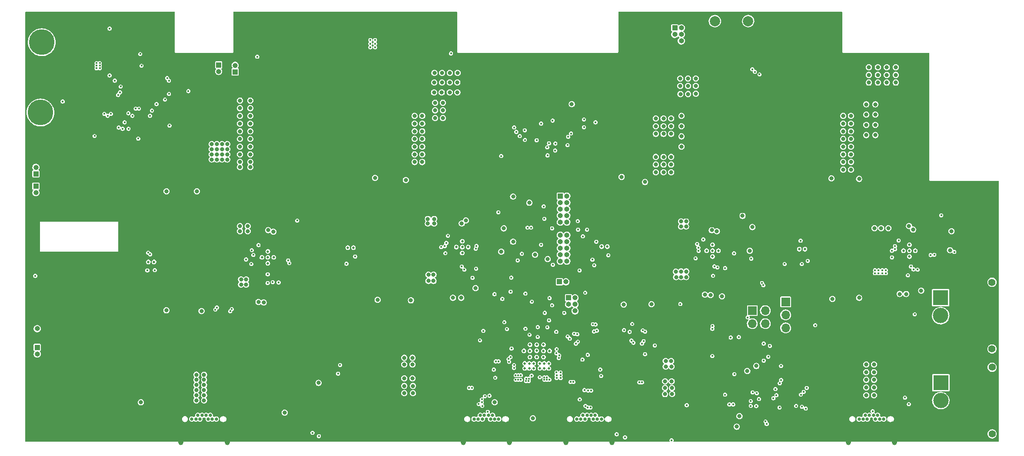
<source format=gbr>
%TF.GenerationSoftware,KiCad,Pcbnew,6.0.0*%
%TF.CreationDate,2022-01-14T14:38:33+01:00*%
%TF.ProjectId,PowerBank V0.2,506f7765-7242-4616-9e6b-2056302e322e,rev?*%
%TF.SameCoordinates,PX2aea540PY80befc0*%
%TF.FileFunction,Copper,L2,Inr*%
%TF.FilePolarity,Positive*%
%FSLAX46Y46*%
G04 Gerber Fmt 4.6, Leading zero omitted, Abs format (unit mm)*
G04 Created by KiCad (PCBNEW 6.0.0) date 2022-01-14 14:38:33*
%MOMM*%
%LPD*%
G01*
G04 APERTURE LIST*
%TA.AperFunction,ComponentPad*%
%ADD10R,1.000000X1.000000*%
%TD*%
%TA.AperFunction,ComponentPad*%
%ADD11O,1.000000X1.000000*%
%TD*%
%TA.AperFunction,ComponentPad*%
%ADD12C,1.400000*%
%TD*%
%TA.AperFunction,ComponentPad*%
%ADD13R,3.000000X3.000000*%
%TD*%
%TA.AperFunction,ComponentPad*%
%ADD14C,3.000000*%
%TD*%
%TA.AperFunction,ComponentPad*%
%ADD15C,0.800000*%
%TD*%
%TA.AperFunction,ComponentPad*%
%ADD16C,5.000000*%
%TD*%
%TA.AperFunction,ComponentPad*%
%ADD17C,0.400000*%
%TD*%
%TA.AperFunction,ComponentPad*%
%ADD18C,0.499999*%
%TD*%
%TA.AperFunction,ComponentPad*%
%ADD19C,2.000000*%
%TD*%
%TA.AperFunction,ComponentPad*%
%ADD20R,2.000000X2.000000*%
%TD*%
%TA.AperFunction,ComponentPad*%
%ADD21C,0.650000*%
%TD*%
%TA.AperFunction,ComponentPad*%
%ADD22O,1.000000X2.000000*%
%TD*%
%TA.AperFunction,ComponentPad*%
%ADD23R,1.700000X1.700000*%
%TD*%
%TA.AperFunction,ComponentPad*%
%ADD24O,1.700000X1.700000*%
%TD*%
%TA.AperFunction,ViaPad*%
%ADD25C,0.400000*%
%TD*%
%TA.AperFunction,ViaPad*%
%ADD26C,0.800000*%
%TD*%
G04 APERTURE END LIST*
D10*
%TO.N,Net-(C123-Pad1)*%
%TO.C,EN*%
X104225000Y32130000D03*
D11*
%TO.N,LDO_3.3V*%
X105495000Y32130000D03*
%TD*%
D10*
%TO.N,+3V3*%
%TO.C,3v3*%
X2244000Y50799000D03*
D11*
%TO.N,Net-(C254-Pad1)*%
X2244000Y49529000D03*
%TD*%
D10*
%TO.N,+3V3*%
%TO.C,IO8*%
X2244000Y53197000D03*
D11*
%TO.N,Net-(IC1-Pad22)*%
X2244000Y54467000D03*
%TD*%
D10*
%TO.N,Net-(C254-Pad1)*%
%TO.C,EN*%
X2498000Y19318000D03*
D11*
%TO.N,Net-(IC1-Pad8)*%
X2498000Y18048000D03*
%TD*%
D10*
%TO.N,GND*%
%TO.C,IO9*%
X2498000Y21716000D03*
D11*
%TO.N,Net-(IC1-Pad23)*%
X2498000Y22986000D03*
%TD*%
D12*
%TO.N,*%
%TO.C,J14*%
X188520000Y15445000D03*
X188520000Y2445000D03*
D13*
%TO.N,+BATT*%
X178520000Y12445000D03*
D14*
%TO.N,/power/MR2*%
X178520000Y8945000D03*
%TO.N,GND*%
X178520000Y5445000D03*
%TD*%
D15*
%TO.N,/WirelessPower/SW_BRG2*%
%TO.C,H2*%
X4712825Y80191825D03*
X3387000Y80741000D03*
X2061175Y80191825D03*
X1512000Y78866000D03*
X2061175Y77540175D03*
X3387000Y76991000D03*
X4712825Y77540175D03*
X5262000Y78866000D03*
D16*
X3387000Y78866000D03*
%TD*%
D15*
%TO.N,/WirelessPower/VCOIL*%
%TO.C,H1*%
X4458825Y66475825D03*
X3133000Y67025000D03*
X1807175Y66475825D03*
X1258000Y65150000D03*
X1807175Y63824175D03*
X3133000Y63275000D03*
X4458825Y63824175D03*
X5008000Y65150000D03*
D16*
X3133000Y65150000D03*
%TD*%
D10*
%TO.N,/BQ1/SPI_SS*%
%TO.C,FLASH*%
X106000000Y29000000D03*
D11*
%TO.N,/BQ1/SPI_CLK*%
X107270000Y29000000D03*
%TO.N,Net-(C123-Pad1)*%
X106000000Y27730000D03*
%TO.N,/BQ1/SPI_MOSI*%
X107270000Y27730000D03*
%TO.N,GND*%
X106000000Y26460000D03*
%TO.N,/BQ1/SPI_MISO*%
X107270000Y26460000D03*
%TD*%
D10*
%TO.N,+5V*%
%TO.C,J12*%
X126700000Y81670000D03*
D11*
%TO.N,/SDA2*%
X127970000Y81670000D03*
%TO.N,+3V3*%
X126700000Y80400000D03*
%TO.N,/SCL2*%
X127970000Y80400000D03*
%TO.N,GND*%
X126700000Y79130000D03*
%TO.N,/DISP*%
X127970000Y79130000D03*
%TD*%
D10*
%TO.N,Net-(J10-Pad2)*%
%TO.C,J11*%
X41050000Y73100000D03*
D11*
%TO.N,+5V*%
X41050000Y74370000D03*
%TD*%
D10*
%TO.N,+5V*%
%TO.C,J10*%
X37850000Y74450000D03*
D11*
%TO.N,Net-(J10-Pad2)*%
X37850000Y73180000D03*
%TD*%
D17*
%TO.N,/PC15*%
%TO.C,Y1*%
X138050000Y8200000D03*
%TO.N,/PC14*%
X137350000Y8200000D03*
%TD*%
D18*
%TO.N,N/C*%
%TO.C,U35*%
X64100001Y38800000D03*
X63000004Y38800000D03*
%TD*%
%TO.N,N/C*%
%TO.C,U34*%
X25250001Y36000000D03*
X24150004Y36000000D03*
%TD*%
%TO.N,N/C*%
%TO.C,U33*%
X113550001Y39000000D03*
X112450004Y39000000D03*
%TD*%
%TO.N,N/C*%
%TO.C,U32*%
X152050001Y38500000D03*
X150950004Y38500000D03*
%TD*%
%TO.N,N/C*%
%TO.C,U26*%
X135200000Y38200000D03*
X134050000Y39350000D03*
X134050000Y38200000D03*
X134050000Y37050000D03*
X132900000Y38200000D03*
%TD*%
%TO.N,N/C*%
%TO.C,U25*%
X100399999Y16200000D03*
X100399999Y15250000D03*
X102150000Y16200000D03*
X102150000Y15250000D03*
X101275001Y15250000D03*
X101275001Y16200000D03*
X99800000Y19850001D03*
X98480000Y19850001D03*
X99800000Y18675400D03*
X97300000Y18650000D03*
X98480000Y18650000D03*
X98480000Y17450000D03*
X99800000Y17450000D03*
X101120000Y17450000D03*
X101120000Y18650000D03*
X102300000Y18650000D03*
X101120000Y19850001D03*
X98350000Y16200000D03*
X98350000Y15250000D03*
X97475001Y15250000D03*
X97475001Y16200000D03*
X99225002Y15250000D03*
X99225002Y16200000D03*
%TD*%
%TO.N,N/C*%
%TO.C,U23*%
X86450000Y38900000D03*
X85300000Y40050000D03*
X85300000Y38900000D03*
X85300000Y37750000D03*
X84150000Y38900000D03*
%TD*%
%TO.N,N/C*%
%TO.C,U13*%
X173550000Y38200000D03*
X172400000Y39350000D03*
X172400000Y38200000D03*
X172400000Y37050000D03*
X171250000Y38200000D03*
%TD*%
D19*
%TO.N,/RESET*%
%TO.C,S1*%
X134500000Y83000000D03*
X141000000Y83000000D03*
%TO.N,GND*%
X134500000Y78500000D03*
D20*
X141000000Y78500000D03*
%TD*%
D21*
%TO.N,GND*%
%TO.C,J9*%
X93050000Y6050000D03*
%TO.N,unconnected-(J9-PadB2)*%
X92400000Y5350000D03*
%TO.N,unconnected-(J9-PadB3)*%
X91600000Y5350000D03*
%TO.N,/BQ1/VBUS2*%
X91200000Y6050000D03*
%TO.N,/BQ1/C2.2*%
X90800000Y5350000D03*
%TO.N,/BQ1/DP2*%
X90400000Y6050000D03*
%TO.N,/BQ1/DN2*%
X89600000Y6050000D03*
%TO.N,unconnected-(J9-PadB8)*%
X89200000Y5350000D03*
%TO.N,/BQ1/VBUS2*%
X88800000Y6050000D03*
%TO.N,unconnected-(J9-PadB10)*%
X88400000Y5350000D03*
%TO.N,unconnected-(J9-PadB11)*%
X87600000Y5350000D03*
%TO.N,GND*%
X86950000Y6050000D03*
D22*
X85500000Y6850000D03*
X94500000Y6850000D03*
X85500000Y1250000D03*
X94500000Y1250000D03*
%TD*%
D21*
%TO.N,GND*%
%TO.C,J8*%
X113050000Y6050000D03*
%TO.N,unconnected-(J8-PadB2)*%
X112400000Y5350000D03*
%TO.N,unconnected-(J8-PadB3)*%
X111600000Y5350000D03*
%TO.N,/BQ1/VBUS1*%
X111200000Y6050000D03*
%TO.N,/BQ1/C1.2*%
X110800000Y5350000D03*
%TO.N,/BQ1/DP1*%
X110400000Y6050000D03*
%TO.N,/BQ1/DN1*%
X109600000Y6050000D03*
%TO.N,unconnected-(J8-PadB8)*%
X109200000Y5350000D03*
%TO.N,/BQ1/VBUS1*%
X108800000Y6050000D03*
%TO.N,unconnected-(J8-PadB10)*%
X108400000Y5350000D03*
%TO.N,unconnected-(J8-PadB11)*%
X107600000Y5350000D03*
%TO.N,GND*%
X106950000Y6050000D03*
D22*
X105500000Y6850000D03*
X114500000Y6850000D03*
X105500000Y1250000D03*
X114500000Y1250000D03*
%TD*%
D21*
%TO.N,GND*%
%TO.C,J7*%
X168050000Y6050000D03*
%TO.N,unconnected-(J7-PadB2)*%
X167400000Y5350000D03*
%TO.N,unconnected-(J7-PadB3)*%
X166600000Y5350000D03*
%TO.N,VIN4*%
X166200000Y6050000D03*
%TO.N,unconnected-(J7-PadB5)*%
X165800000Y5350000D03*
%TO.N,/D+*%
X165400000Y6050000D03*
%TO.N,/D-*%
X164600000Y6050000D03*
%TO.N,unconnected-(J7-PadB8)*%
X164200000Y5350000D03*
%TO.N,VIN4*%
X163800000Y6050000D03*
%TO.N,unconnected-(J7-PadB10)*%
X163400000Y5350000D03*
%TO.N,unconnected-(J7-PadB11)*%
X162600000Y5350000D03*
%TO.N,GND*%
X161950000Y6050000D03*
D22*
X160500000Y6850000D03*
X169500000Y6850000D03*
X160500000Y1250000D03*
X169500000Y1250000D03*
%TD*%
D14*
%TO.N,GND*%
%TO.C,J6*%
X178500000Y22026000D03*
%TO.N,/power/MR1*%
X178500000Y25526000D03*
D13*
%TO.N,+BATT*%
X178500000Y29026000D03*
D12*
%TO.N,*%
X188500000Y19026000D03*
X188500000Y32026000D03*
%TD*%
D23*
%TO.N,+3V3*%
%TO.C,J5*%
X148300000Y28200000D03*
D24*
%TO.N,/TX*%
X148300000Y25660000D03*
%TO.N,/RX*%
X148300000Y23120000D03*
%TO.N,GND*%
X148300000Y20580000D03*
%TD*%
D10*
%TO.N,+5V*%
%TO.C,J4*%
X104400000Y48850000D03*
D11*
X105670000Y48850000D03*
%TO.N,+3V3*%
X104400000Y47580000D03*
X105670000Y47580000D03*
%TO.N,/INT4*%
X104400000Y46310000D03*
%TO.N,/INT3*%
X105670000Y46310000D03*
%TO.N,/OTG2*%
X104400000Y45040000D03*
%TO.N,/OTG3*%
X105670000Y45040000D03*
%TO.N,/SDA*%
X104400000Y43770000D03*
%TO.N,/SCL*%
X105670000Y43770000D03*
%TO.N,GND*%
X104400000Y42500000D03*
X105670000Y42500000D03*
%TO.N,/SDA*%
X104400000Y41230000D03*
%TO.N,/SCL*%
X105670000Y41230000D03*
%TO.N,/OTG2*%
X104400000Y39960000D03*
%TO.N,/OTG3*%
X105670000Y39960000D03*
%TO.N,/INT4*%
X104400000Y38690000D03*
%TO.N,/INT3*%
X105670000Y38690000D03*
%TO.N,+3V3*%
X104400000Y37420000D03*
X105670000Y37420000D03*
%TO.N,+5V*%
X104400000Y36150000D03*
X105670000Y36150000D03*
%TD*%
D23*
%TO.N,+3V3*%
%TO.C,J3*%
X141800000Y26500000D03*
D24*
X144340000Y26500000D03*
%TO.N,Net-(J3-Pad3)*%
X141800000Y23960000D03*
%TO.N,Net-(J3-Pad4)*%
X144340000Y23960000D03*
%TO.N,GND*%
X141800000Y21420000D03*
X144340000Y21420000D03*
%TD*%
D18*
%TO.N,N/C*%
%TO.C,U2*%
X48575081Y36899916D03*
X47425081Y38049916D03*
X47425081Y36899916D03*
X47425081Y35749916D03*
X46275081Y36899916D03*
%TD*%
D21*
%TO.N,GND*%
%TO.C,J1*%
X38050000Y6050000D03*
%TO.N,unconnected-(J1-PadB2)*%
X37400000Y5350000D03*
%TO.N,unconnected-(J1-PadB3)*%
X36600000Y5350000D03*
%TO.N,VIN1*%
X36200000Y6050000D03*
%TO.N,unconnected-(J1-PadB5)*%
X35800000Y5350000D03*
%TO.N,unconnected-(J1-PadB6)*%
X35400000Y6050000D03*
%TO.N,unconnected-(J1-PadB7)*%
X34600000Y6050000D03*
%TO.N,unconnected-(J1-PadB8)*%
X34200000Y5350000D03*
%TO.N,VIN1*%
X33800000Y6050000D03*
%TO.N,unconnected-(J1-PadB10)*%
X33400000Y5350000D03*
%TO.N,unconnected-(J1-PadB11)*%
X32600000Y5350000D03*
%TO.N,GND*%
X31950000Y6050000D03*
D22*
X30500000Y6850000D03*
X39500000Y6850000D03*
X30500000Y1250000D03*
X39500000Y1250000D03*
%TD*%
D25*
%TO.N,Net-(C254-Pad1)*%
X2117000Y33286000D03*
%TO.N,+3V3*%
X151469000Y7746000D03*
X172297000Y8254000D03*
%TO.N,/SDA2*%
X171535000Y9524000D03*
X147405000Y12953000D03*
%TO.N,/SCL2*%
X173440000Y25780000D03*
X147151000Y12318000D03*
%TO.N,/WirelessPower/VCOIL*%
X28279000Y62606000D03*
X7451000Y67309000D03*
%TO.N,/WirelessPower/3v3*%
X22564000Y76580000D03*
%TO.N,GND*%
X4784000Y26161000D03*
X8848000Y33781000D03*
X10753000Y33781000D03*
X12531000Y33781000D03*
X12531000Y31876000D03*
X10499000Y31876000D03*
X8594000Y31876000D03*
X8721000Y29971000D03*
X10626000Y29971000D03*
X12658000Y29971000D03*
%TO.N,/WirelessPower/V_BRIDGE*%
X14055000Y74802000D03*
X14055000Y74294000D03*
X14055000Y73786000D03*
X14690000Y73786000D03*
X14690000Y74294000D03*
X14690000Y74802000D03*
X15579000Y64896000D03*
X16849000Y64896000D03*
X16214000Y64515000D03*
%TO.N,GND*%
X16849000Y68325000D03*
X16849000Y67817000D03*
X16214000Y68325000D03*
X16214000Y67817000D03*
%TO.N,Net-(R132-Pad2)*%
X16595000Y72389000D03*
%TO.N,/WirelessPower/V_BRIDGE*%
X19516000Y63245000D03*
%TO.N,/WirelessPower/CSN*%
X24850000Y65531000D03*
%TO.N,/WirelessPower/CSP*%
X25739000Y66801000D03*
%TO.N,+BATT*%
X20278000Y61975000D03*
X19135000Y61975000D03*
X18373000Y62229000D03*
%TO.N,/WirelessPower/vcoil_ov*%
X22818000Y74294000D03*
%TO.N,/WirelessPower/V_BRIDGE*%
X20265000Y65023000D03*
X22310000Y65912000D03*
%TO.N,/WirelessPower/5V*%
X21675000Y65912000D03*
%TO.N,/WirelessPower/ISNS_OUT*%
X24469000Y64515000D03*
X22183000Y60070000D03*
%TO.N,GND*%
X24469000Y62229000D03*
%TO.N,Net-(R130-Pad2)*%
X13674000Y60578000D03*
X21040000Y64515000D03*
%TO.N,/WirelessPower/SW_BRG2*%
X18627000Y69087000D03*
X17611000Y71386000D03*
%TO.N,Net-(R133-Pad2)*%
X18246000Y68579000D03*
%TO.N,Net-(R132-Pad2)*%
X18754000Y70230000D03*
%TO.N,Net-(R133-Pad2)*%
X16595000Y81533000D03*
%TO.N,/WirelessPower/5V*%
X28152000Y71373000D03*
X31949000Y69341000D03*
%TO.N,/WirelessPower/1v8*%
X27804383Y71876095D03*
%TO.N,+BATT*%
X28158535Y68791203D03*
%TO.N,Net-(R127-Pad1)*%
X27390000Y67690000D03*
%TO.N,/TX1*%
X56125000Y2650000D03*
%TO.N,GND*%
X89100000Y12500000D03*
X90025000Y12475000D03*
X90000000Y13400000D03*
X109090000Y13330000D03*
X109980000Y13340000D03*
X109960000Y14140000D03*
X109100000Y14140000D03*
X71500000Y79000000D03*
D26*
X41100000Y37800000D03*
X24000000Y14500000D03*
X25500000Y14500000D03*
X27000000Y14500000D03*
X27000000Y13000000D03*
X25500000Y13000000D03*
X24000000Y13000000D03*
X24000000Y11500000D03*
X25500000Y11500000D03*
X27000000Y11500000D03*
X27000000Y10000000D03*
X25500000Y10000000D03*
X24000000Y10000000D03*
X24000000Y8500000D03*
X25500000Y8500000D03*
X27000000Y8500000D03*
X25000000Y60000000D03*
X26500000Y60000000D03*
X28000000Y60000000D03*
X29500000Y60000000D03*
X29500000Y58500000D03*
X28000000Y58500000D03*
X26500000Y58500000D03*
X25000000Y58500000D03*
X25000000Y57000000D03*
X26500000Y57000000D03*
X28000000Y57000000D03*
X29500000Y57000000D03*
X29500000Y55500000D03*
X28000000Y55500000D03*
X26500000Y55500000D03*
X25000000Y55500000D03*
X25000000Y54000000D03*
X26500000Y54000000D03*
X28000000Y54000000D03*
X29500000Y54000000D03*
X21500000Y47500000D03*
X23000000Y47500000D03*
X24500000Y47500000D03*
X24500000Y46000000D03*
X23000000Y46000000D03*
X21500000Y46000000D03*
X21500000Y44500000D03*
X23000000Y44500000D03*
X24500000Y44500000D03*
X22000000Y24000000D03*
X23500000Y24000000D03*
X25000000Y24000000D03*
X25000000Y22500000D03*
X23500000Y22500000D03*
X22000000Y22500000D03*
X115500000Y15500000D03*
X117000000Y15500000D03*
X118500000Y15500000D03*
X118500000Y14000000D03*
X117000000Y14000000D03*
X115500000Y14000000D03*
X115500000Y12500000D03*
X117000000Y12500000D03*
X118500000Y12500000D03*
X116000000Y24000000D03*
X116000000Y22500000D03*
X116020000Y20860000D03*
X117520000Y20870000D03*
X117500000Y24000000D03*
X114500000Y24000000D03*
X114500000Y22500000D03*
X114510000Y20840000D03*
X113000000Y24000000D03*
X113000000Y22500000D03*
X113020000Y20830000D03*
X111500000Y50500000D03*
X113000000Y50500000D03*
X114500000Y50500000D03*
X114500000Y49000000D03*
X113000000Y49000000D03*
X111500000Y49000000D03*
X110000000Y50500000D03*
X110000000Y49000000D03*
X110000000Y53500000D03*
X111500000Y53500000D03*
X113000000Y53500000D03*
X114500000Y53500000D03*
X114500000Y55000000D03*
X113000000Y55000000D03*
X111500000Y55000000D03*
X110000000Y55000000D03*
X114500000Y56500000D03*
X113000000Y56500000D03*
X140000000Y62500000D03*
X140000000Y61000000D03*
X140000000Y59500000D03*
X141500000Y59500000D03*
X141500000Y61000000D03*
X141500000Y62500000D03*
X143000000Y62500000D03*
X143000000Y61000000D03*
X143000000Y59500000D03*
X134000000Y64500000D03*
X134000000Y66450000D03*
X112500000Y65500000D03*
D25*
X106725000Y19850000D03*
X147550000Y7900000D03*
X142700000Y17300000D03*
X141500000Y11000000D03*
X93950000Y21100000D03*
X94650000Y18000000D03*
X106700000Y17875000D03*
X136575000Y14275000D03*
D26*
X113000000Y58000000D03*
X114500000Y58000000D03*
X114500000Y59500000D03*
X113000000Y59500000D03*
X114500000Y61000000D03*
X113000000Y61000000D03*
D25*
X89100001Y13399999D03*
X132550000Y9250000D03*
X137125000Y8675000D03*
X74125000Y79375000D03*
X74150000Y78775000D03*
X74825000Y79400000D03*
X74850000Y78800000D03*
X83600000Y77325000D03*
X151300000Y2950000D03*
D26*
X66500000Y15000000D03*
X68500000Y15000000D03*
X68500000Y13500000D03*
X66500000Y13500000D03*
X66500000Y6500000D03*
X68500000Y6500000D03*
X66500000Y5000000D03*
X68500000Y5000000D03*
X68500000Y3500000D03*
X66500000Y3500000D03*
X63000000Y28000000D03*
X64500000Y28000000D03*
X64500000Y26500000D03*
X63000000Y26500000D03*
X61000000Y48000000D03*
X62500000Y48000000D03*
X62500000Y46500000D03*
X61000000Y46500000D03*
X66500000Y63000000D03*
X69500000Y63000000D03*
X69500000Y60500000D03*
X66500000Y60500000D03*
X66500000Y58000000D03*
X69500000Y58000000D03*
X63000000Y63000000D03*
X63000000Y60500000D03*
X63000000Y58000000D03*
X150500000Y61000000D03*
X152500000Y61000000D03*
X154500000Y61000000D03*
X154500000Y59000000D03*
X152500000Y59000000D03*
X150500000Y59000000D03*
X150500000Y57000000D03*
X152500000Y57000000D03*
X154500000Y57000000D03*
X150500000Y75500000D03*
X152500000Y75500000D03*
X152500000Y73500000D03*
X150500000Y73500000D03*
X154500000Y26000000D03*
X151500000Y26000000D03*
X156000000Y15500000D03*
X158000000Y15500000D03*
X156000000Y17000000D03*
X158000000Y17000000D03*
X172000000Y13500000D03*
X172000000Y15500000D03*
X174500000Y24500000D03*
X174500000Y22500000D03*
X174500000Y20500000D03*
X174000000Y62500000D03*
X174000000Y69000000D03*
X174000000Y70500000D03*
X172500000Y70500000D03*
X172500000Y69000000D03*
X150500000Y55000000D03*
X152500000Y55000000D03*
X154500000Y55000000D03*
X41500000Y12900000D03*
X41500000Y14200000D03*
X41500000Y15400000D03*
X42800000Y15400000D03*
X42800000Y14200000D03*
X42900000Y12900000D03*
D25*
X77250000Y38050000D03*
D26*
%TO.N,VIN1*%
X33500000Y14000000D03*
X35000000Y14000000D03*
X35000000Y13000000D03*
X33500000Y13000000D03*
X33500000Y12000000D03*
X35000000Y12000000D03*
X35000000Y11000000D03*
X33500000Y11000000D03*
X33500000Y10000000D03*
X35000000Y10000000D03*
X35000000Y9000000D03*
X33500000Y9000000D03*
%TO.N,GNDA*%
X141300000Y38200000D03*
%TO.N,GND*%
X54600000Y37000000D03*
X55000000Y41300000D03*
X51300000Y31700000D03*
%TO.N,GNDA*%
X141800000Y42800000D03*
X135900000Y29300000D03*
X180300000Y38300000D03*
X180600000Y42000000D03*
X174700000Y30400000D03*
X87900000Y30890000D03*
X93400000Y42550000D03*
X92900000Y38000000D03*
%TO.N,Net-(C12-Pad1)*%
X46600000Y28100000D03*
%TO.N,Net-(C14-Pad1)*%
X45600000Y28200000D03*
D25*
%TO.N,Net-(C21-Pad2)*%
X43180000Y36480000D03*
D26*
X27650000Y26550000D03*
%TO.N,Net-(C22-Pad1)*%
X42200000Y31600000D03*
X43200000Y31600000D03*
X43200000Y32600000D03*
X42200000Y32600000D03*
%TO.N,Net-(C23-Pad1)*%
X42000000Y43000000D03*
X43500000Y43000000D03*
X43500000Y42000000D03*
X42000000Y42000000D03*
D25*
%TO.N,Net-(C24-Pad1)*%
X44300000Y38300000D03*
D26*
X27700000Y49800000D03*
%TO.N,Net-(C27-Pad1)*%
X36500000Y59000000D03*
X37500000Y59000000D03*
X38500000Y59000000D03*
X39500000Y59000000D03*
X39500000Y58000000D03*
X38500000Y58000000D03*
X37500000Y58000000D03*
X36500000Y58000000D03*
X36500000Y57000000D03*
X37500000Y57000000D03*
X38500000Y57000000D03*
X39500000Y57000000D03*
X39500000Y56000000D03*
X38500000Y56000000D03*
X37500000Y56000000D03*
X36500000Y56000000D03*
%TO.N,+BATT*%
X42000000Y67500000D03*
X44000000Y67500000D03*
X44000000Y66000000D03*
X42000000Y66000000D03*
X42000000Y64500000D03*
X44000000Y64500000D03*
X44000000Y63000000D03*
X44000000Y61500000D03*
X44000000Y60000000D03*
X44000000Y58500000D03*
X42000000Y58500000D03*
X42000000Y60000000D03*
X42000000Y61500000D03*
X42000000Y63000000D03*
X42000000Y57000000D03*
X44000000Y57000000D03*
X42000000Y55500000D03*
X44000000Y55500000D03*
X44000000Y54500000D03*
X42000000Y54500000D03*
X127775000Y71800000D03*
X129275000Y71800000D03*
X130775000Y71800000D03*
X130775000Y70350000D03*
X129275000Y70350000D03*
X127775000Y70350000D03*
X127800000Y68775000D03*
X129300000Y68775000D03*
X130800000Y68825000D03*
X128000000Y64500000D03*
X128000000Y62500000D03*
X128000000Y60500000D03*
X128000000Y58500000D03*
X164500000Y74000000D03*
X166250000Y74000000D03*
X168000000Y74000000D03*
X169750000Y74000000D03*
X169750000Y72500000D03*
X168000000Y72500000D03*
X166250000Y72500000D03*
X164500000Y72500000D03*
X164500000Y71000000D03*
X166250000Y71000000D03*
X168000000Y71000000D03*
X169750000Y71000000D03*
X164000000Y66750000D03*
X165750000Y66750000D03*
X165750000Y64750000D03*
X164000000Y64750000D03*
X164000000Y62750000D03*
X165750000Y62750000D03*
X165750000Y60750000D03*
X164000000Y60750000D03*
X79875000Y72900000D03*
X81375000Y72900000D03*
X82875000Y72900000D03*
X84375000Y72900000D03*
X84350000Y71025000D03*
X82850000Y71025000D03*
X81350000Y71025000D03*
X79850000Y71025000D03*
X79800000Y69075000D03*
X81300000Y69075000D03*
X84350000Y69100000D03*
X82850000Y69100000D03*
X80025000Y67075000D03*
X81525000Y67075000D03*
X81525000Y65575000D03*
X80025000Y65575000D03*
X80025000Y64075000D03*
X81525000Y64075000D03*
D25*
X67400000Y79300000D03*
X68300000Y79300000D03*
X68300000Y78600000D03*
X67400000Y78600000D03*
X67400000Y77900000D03*
X68300000Y77900000D03*
D26*
%TO.N,+3V3*%
X139300000Y5900000D03*
D25*
X136500000Y10100000D03*
X98800000Y13820000D03*
X62750000Y35650000D03*
D26*
X138775000Y3850000D03*
X140825000Y14700000D03*
X142575000Y15700000D03*
X99075000Y5475000D03*
D25*
X147400000Y15700000D03*
X92875000Y56675000D03*
X102900000Y63600000D03*
X100650000Y63000000D03*
X111000000Y35350000D03*
X102950000Y35450000D03*
D26*
X99480000Y37420000D03*
X95200000Y39950000D03*
X98350000Y47550000D03*
X95200000Y48750000D03*
D25*
X151450000Y35600000D03*
D26*
X106625000Y66800000D03*
D25*
X94000000Y22900000D03*
X126075000Y1200000D03*
X23950002Y34349998D03*
D26*
X50700000Y6600000D03*
X22700000Y8600000D03*
%TO.N,Net-(R16-Pad2)*%
X47500000Y42200000D03*
%TO.N,Net-(R18-Pad2)*%
X48500000Y41900000D03*
%TO.N,Net-(U1-Pad4)*%
X34500000Y26400000D03*
D25*
X44200000Y35600000D03*
%TO.N,Net-(U2-Pad24)*%
X45600000Y39300000D03*
D26*
X33600000Y49800000D03*
D25*
%TO.N,/BQ1/ILIM_HIZ1*%
X48370000Y32060000D03*
%TO.N,/BQ1/VDDA1*%
X49520000Y32000000D03*
X53140000Y44070000D03*
%TO.N,/BQ1/REGN1*%
X44600000Y37380000D03*
%TO.N,+5V*%
X94900000Y19100000D03*
X103675000Y19000000D03*
D26*
X57300000Y12400000D03*
X101950000Y36550000D03*
D25*
%TO.N,Net-(C65-Pad1)*%
X109090000Y11000000D03*
%TO.N,LDO_3.3V*%
X100400000Y13500000D03*
X112180000Y15000000D03*
X109750000Y17875000D03*
X91450000Y15000000D03*
X94425000Y16525000D03*
X89400000Y22550000D03*
X102300000Y28950000D03*
X93100000Y28800000D03*
D26*
%TO.N,VIN4*%
X164000000Y16000000D03*
X165500000Y16000000D03*
X164000000Y14500000D03*
X165500000Y14500000D03*
X165500000Y13000000D03*
X164000000Y13000000D03*
X164000000Y11500000D03*
X165500000Y11500000D03*
X165500000Y10000000D03*
X164000000Y10000000D03*
D25*
%TO.N,/BQ1/VBUS1*%
X108175000Y9175000D03*
X103680000Y13900000D03*
X103680000Y13330000D03*
X104460000Y13330000D03*
X104450000Y13920000D03*
X104430000Y14440000D03*
X103660000Y14440000D03*
%TO.N,/BQ1/ILIM_HIZ4*%
X173200000Y34550000D03*
D26*
%TO.N,Net-(C81-Pad1)*%
X171750000Y29750000D03*
D25*
%TO.N,/BQ1/VDDA4*%
X178600000Y45100000D03*
X174000000Y34500000D03*
D26*
%TO.N,Net-(C83-Pad1)*%
X170500000Y29750000D03*
D25*
%TO.N,Net-(C92-Pad2)*%
X169000000Y38200000D03*
D26*
X157400000Y28800000D03*
D25*
%TO.N,Net-(C93-Pad1)*%
X165700000Y33800000D03*
X166400000Y33800000D03*
X167100000Y33800000D03*
X167800000Y33800000D03*
X167800000Y34400000D03*
X167100000Y34400000D03*
X166400000Y34400000D03*
X165700000Y34400000D03*
%TO.N,/BQ1/VBUS2*%
X97740000Y13230000D03*
X97720000Y12740000D03*
X98240000Y12740000D03*
X98250000Y13210000D03*
D26*
X91625000Y8625000D03*
D25*
X88500000Y8250000D03*
D26*
%TO.N,Net-(C96-Pad1)*%
X165600000Y42600000D03*
X166900000Y42600000D03*
X168300000Y42600000D03*
D25*
%TO.N,Net-(C98-Pad1)*%
X169600000Y39100000D03*
D26*
X157200000Y52300000D03*
D25*
%TO.N,/BQ1/REGN4*%
X169600000Y38500000D03*
D26*
%TO.N,Net-(C101-Pad1)*%
X159500000Y64500000D03*
X161000000Y64500000D03*
X159500000Y63000000D03*
X161000000Y63000000D03*
X161000000Y61500000D03*
X159500000Y61500000D03*
X159500000Y60000000D03*
X161000000Y60000000D03*
X161000000Y58500000D03*
X159500000Y58500000D03*
X159500000Y57000000D03*
X161000000Y57000000D03*
X161000000Y55500000D03*
X159500000Y55500000D03*
X159500000Y54000000D03*
X161000000Y54000000D03*
D25*
%TO.N,Net-(C123-Pad1)*%
X102800000Y27550000D03*
%TO.N,VIN3*%
X96700000Y13900000D03*
X96200000Y13900000D03*
X95700000Y13900000D03*
D26*
X74000000Y13300000D03*
X75600000Y13300000D03*
X75700000Y11800000D03*
X74000000Y11800000D03*
X74000000Y10400000D03*
X75700000Y10400000D03*
X74000000Y16000000D03*
X75600000Y16000000D03*
X75600000Y17300000D03*
X74000000Y17300000D03*
D25*
X95700000Y13000000D03*
X96200000Y13000000D03*
X96700000Y13000000D03*
%TO.N,VIN2*%
X101280000Y13490000D03*
X101280000Y13030000D03*
X101780000Y13020000D03*
X102280000Y13020000D03*
X101780000Y13490000D03*
D26*
X124800000Y11400000D03*
X126130000Y11390000D03*
X126180000Y10250000D03*
X124790000Y10210000D03*
X124810000Y12710000D03*
X126090000Y12690000D03*
X126000000Y16640000D03*
X124920000Y16670000D03*
X124920000Y15580000D03*
X126050000Y15580000D03*
D25*
%TO.N,/BQ1/ILIM_HIZ3*%
X87300000Y32900000D03*
%TO.N,/BQ1/ILIM_HIZ2*%
X135000000Y34950000D03*
D26*
%TO.N,Net-(C144-Pad1)*%
X85100000Y29000000D03*
%TO.N,Net-(C145-Pad1)*%
X133650000Y29550000D03*
D25*
%TO.N,/BQ1/VDDA3*%
X88000000Y34700000D03*
X92325000Y45700000D03*
D26*
%TO.N,Net-(C147-Pad1)*%
X83500000Y29000000D03*
%TO.N,/BQ1/VDDA2*%
X139900000Y45000000D03*
D25*
X136500000Y34800000D03*
D26*
%TO.N,Net-(C149-Pad1)*%
X132550000Y29650000D03*
D25*
%TO.N,Net-(C164-Pad2)*%
X81200000Y38900000D03*
D26*
X68800000Y28600000D03*
D25*
%TO.N,Net-(C166-Pad2)*%
X131350000Y38150000D03*
D26*
X116750000Y27700000D03*
%TO.N,Net-(C168-Pad1)*%
X79700000Y32300000D03*
X79700000Y33500000D03*
X78700000Y32300000D03*
X78700000Y33500000D03*
%TO.N,Net-(C169-Pad1)*%
X126950000Y33050000D03*
X127950000Y33050000D03*
X128900000Y33050000D03*
X128950000Y34150000D03*
X127900000Y34150000D03*
X126900000Y34100000D03*
%TO.N,Net-(C170-Pad1)*%
X78600000Y43500000D03*
X79800000Y43500000D03*
X79800000Y44400000D03*
X78600000Y44400000D03*
%TO.N,Net-(C171-Pad1)*%
X127900000Y42900000D03*
X128900000Y42900000D03*
X128900000Y43900000D03*
X127900000Y43900000D03*
D25*
%TO.N,Net-(C172-Pad1)*%
X82200000Y39700000D03*
D26*
X68300000Y52400000D03*
D25*
%TO.N,Net-(C173-Pad1)*%
X131050000Y39500000D03*
D26*
X116350000Y52600000D03*
D25*
%TO.N,/BQ1/REGN3*%
X81899998Y39100002D03*
%TO.N,/BQ1/REGN2*%
X131300000Y38800000D03*
D26*
%TO.N,Net-(C178-Pad1)*%
X76000000Y64500000D03*
X77500000Y64500000D03*
X77500000Y63000000D03*
X76000000Y63000000D03*
X76000000Y61500000D03*
X77500000Y61500000D03*
X77500000Y60000000D03*
X76000000Y60000000D03*
X76000000Y58500000D03*
X77500000Y58500000D03*
X77500000Y57000000D03*
X76000000Y57000000D03*
X76000000Y55500000D03*
X77500000Y55500000D03*
%TO.N,Net-(C181-Pad1)*%
X123000000Y64000000D03*
X124500000Y64000000D03*
X126000000Y64000000D03*
X126000000Y62500000D03*
X124500000Y62500000D03*
X123000000Y62500000D03*
X123000000Y61000000D03*
X124500000Y61000000D03*
X126000000Y61000000D03*
X126000000Y55000000D03*
X124500000Y55000000D03*
X123000000Y55000000D03*
X123000000Y53500000D03*
X124500000Y53500000D03*
X126000000Y53500000D03*
X126000000Y56500000D03*
X124500000Y56500000D03*
X123000000Y56500000D03*
D25*
%TO.N,Net-(C219-Pad2)*%
X100000000Y21380000D03*
%TO.N,Net-(J3-Pad4)*%
X140900000Y25175000D03*
%TO.N,/INT3*%
X142300000Y73100000D03*
%TO.N,/INT4*%
X141800000Y73600000D03*
%TO.N,/OTG3*%
X143100000Y9250000D03*
X118250000Y20650000D03*
X116800000Y22700000D03*
X108150000Y34350000D03*
%TO.N,/OTG2*%
X141500000Y8850000D03*
X109250000Y30000000D03*
X100650000Y39350000D03*
X118650000Y20250000D03*
X117900000Y22350000D03*
X118400000Y23900000D03*
%TO.N,/SCL*%
X144600000Y4380000D03*
X120300000Y20070000D03*
X103610000Y22370000D03*
X101880000Y23260000D03*
X24500000Y37500000D03*
X37200000Y26700000D03*
X40100000Y26400000D03*
X120300000Y12500000D03*
X61100000Y14200000D03*
X110750000Y23850000D03*
X110950000Y22440000D03*
X107850000Y42300000D03*
X109000000Y62300000D03*
X109600000Y42300000D03*
X120450000Y22650000D03*
X134050000Y23500000D03*
X143700000Y31900000D03*
X151200000Y40150000D03*
%TO.N,/SDA*%
X120610000Y20550000D03*
X144380000Y4870000D03*
X24100000Y37800000D03*
X37500000Y27100000D03*
X40400000Y26800000D03*
X119800000Y12500000D03*
X61500000Y15900000D03*
X111500000Y22600000D03*
X111250000Y23800000D03*
X110650000Y36450000D03*
X102800000Y42550000D03*
X109000000Y63800000D03*
X111399999Y39950001D03*
X148100000Y35600000D03*
X143950000Y31450000D03*
X134000000Y22950000D03*
X120900000Y22400000D03*
%TO.N,/RX*%
X151250000Y10100000D03*
%TO.N,/TX*%
X151810000Y10640000D03*
%TO.N,/BQ1/C1.1*%
X109300000Y7900000D03*
X109800000Y10900000D03*
%TO.N,/BQ1/DP1*%
X109730150Y7600000D03*
X106390150Y12580000D03*
%TO.N,/BQ1/DN1*%
X110269850Y7600000D03*
X106929850Y12580000D03*
%TO.N,/BQ1/C1.2*%
X110400000Y10900000D03*
%TO.N,/BQ1/C2.1*%
X89200000Y7900000D03*
X89700000Y9800000D03*
%TO.N,/BQ1/DP2*%
X89110000Y8640150D03*
X86620150Y11420000D03*
%TO.N,/BQ1/DN2*%
X89110000Y9179850D03*
X87159850Y11420000D03*
X90270000Y6760000D03*
%TO.N,/BQ1/C2.2*%
X90600000Y9900000D03*
%TO.N,/OTG1*%
X47400000Y31900000D03*
X144025000Y16750000D03*
X93500000Y24250000D03*
X108810000Y41010000D03*
X120900000Y18000000D03*
X134000000Y17650000D03*
%TO.N,/BQ1/CHRG_OK3*%
X85200000Y35100000D03*
X91575000Y29725000D03*
X103400000Y57750000D03*
X94850000Y32950000D03*
%TO.N,/BQ1/SDA1*%
X51600000Y35750000D03*
X95400000Y62250000D03*
%TO.N,/BQ1/SCL1*%
X51375000Y36300000D03*
X96487500Y60562500D03*
%TO.N,/PC13*%
X141500000Y7900000D03*
%TO.N,/BOOT0*%
X142675000Y10375000D03*
X139175000Y21350000D03*
%TO.N,/INT2*%
X143200000Y72600000D03*
X102200000Y59150000D03*
X101900000Y56800000D03*
X101150000Y46850000D03*
%TO.N,/OTG4*%
X172700000Y35100000D03*
X144900000Y17500000D03*
X154050000Y23650000D03*
X144025000Y20075000D03*
X107800000Y43975000D03*
X101290000Y44435000D03*
%TO.N,/RESET*%
X141850000Y10550000D03*
%TO.N,/BOOT1*%
X137600000Y21250000D03*
%TO.N,/INT1*%
X122800000Y19700000D03*
X152200000Y7400000D03*
X152400000Y11400000D03*
%TO.N,/BQ1/FLT*%
X112350000Y13760000D03*
%TO.N,/BQ1/FLT1*%
X91725000Y13400000D03*
%TO.N,/BQ1/CHRG_OK4*%
X172100000Y33400000D03*
X181150000Y37950000D03*
X111250000Y63250000D03*
%TO.N,/BQ1/SDA4*%
X176550000Y37350000D03*
X105925000Y60425000D03*
%TO.N,/BQ1/SCL4*%
X106475000Y61075000D03*
X177250000Y37400000D03*
D26*
%TO.N,Net-(R63-Pad2)*%
X172325000Y43025000D03*
%TO.N,Net-(R65-Pad2)*%
X173100000Y42300000D03*
D25*
%TO.N,/BQ1/SPI_SS*%
X98410000Y21800000D03*
X101375000Y26075000D03*
X102200000Y24600000D03*
%TO.N,/BQ1/SPI_MISO*%
X100010000Y23290000D03*
%TO.N,/BQ1/OTG3*%
X85700000Y34500000D03*
X103640000Y18190000D03*
X94710000Y30210000D03*
%TO.N,/BQ1/OTG2*%
X134400000Y35150000D03*
X127780000Y27790000D03*
X97599999Y22975001D03*
%TO.N,/BQ1/CHRG_OK2*%
X134150000Y33300000D03*
X97500000Y59800000D03*
X105800000Y58800000D03*
X99800000Y59750000D03*
%TO.N,/BQ1/SDA3*%
X87930000Y38580000D03*
X104180000Y17790000D03*
X101850000Y58375000D03*
X96100000Y36300000D03*
%TO.N,/BQ1/SDA2*%
X105830000Y21460000D03*
X141590000Y36650000D03*
X107100000Y22000000D03*
X98000000Y42700000D03*
%TO.N,/BQ1/SCL3*%
X104090000Y17260000D03*
X88060000Y39110000D03*
X103425000Y59100000D03*
X96900000Y37600000D03*
%TO.N,/BQ1/SCL2*%
X138240000Y37680000D03*
X106230000Y21030000D03*
X107700000Y21900000D03*
X98700000Y42700000D03*
D26*
%TO.N,Net-(R103-Pad2)*%
X85200000Y43500000D03*
%TO.N,Net-(R105-Pad2)*%
X133900000Y42200000D03*
%TO.N,Net-(R106-Pad2)*%
X86000000Y44100000D03*
%TO.N,Net-(R109-Pad2)*%
X134900000Y42000000D03*
D25*
%TO.N,Net-(R115-Pad2)*%
X152600000Y36210000D03*
%TO.N,Net-(R117-Pad2)*%
X113750001Y37299999D03*
%TO.N,Net-(R118-Pad2)*%
X25400000Y34400000D03*
%TO.N,Net-(R121-Pad2)*%
X64425000Y37050000D03*
%TO.N,/MOSI*%
X146300000Y11200000D03*
%TO.N,/MISO*%
X145900000Y9400000D03*
%TO.N,/CLK*%
X146500000Y10000000D03*
%TO.N,/SS*%
X147100000Y7600000D03*
X142570000Y7875000D03*
%TO.N,Net-(U12-Pad4)*%
X169000000Y36900000D03*
D26*
X162600000Y29000000D03*
D25*
%TO.N,Net-(U13-Pad24)*%
X170300000Y40200000D03*
D26*
X162600000Y52200000D03*
D25*
%TO.N,/BQ1/PDP1*%
X94700813Y17440813D03*
%TO.N,/BQ1/PDN1*%
X94319187Y17059187D03*
%TO.N,/BQ1/S1*%
X108725000Y16950000D03*
%TO.N,/BQ1/SPI_CLK*%
X98850000Y28240000D03*
%TO.N,/BQ1/SPI_MOSI*%
X97595000Y29825000D03*
X105175000Y26050000D03*
%TO.N,Net-(U21-Pad4)*%
X82000000Y37700000D03*
D26*
X75300000Y28500000D03*
D25*
%TO.N,Net-(U22-Pad4)*%
X130750000Y36700000D03*
D26*
X122150000Y27750000D03*
D25*
%TO.N,Net-(U23-Pad24)*%
X82500000Y41100000D03*
D26*
X74300000Y52000000D03*
D25*
%TO.N,Net-(U26-Pad24)*%
X132250000Y40400000D03*
D26*
X120900000Y51600000D03*
D25*
%TO.N,/FAN*%
X83100000Y76700000D03*
X45350000Y76050000D03*
%TO.N,/DISP*%
X145225000Y19625000D03*
X150325000Y7900000D03*
%TO.N,/D-*%
X165250000Y6850000D03*
%TO.N,/RX1*%
X57363021Y2013021D03*
X117000000Y1775000D03*
X129025000Y8050000D03*
%TO.N,/TX1*%
X138300000Y14125000D03*
X115375000Y2375000D03*
%TO.N,/BQ1/CHRG_OK1*%
X47400000Y33600000D03*
X95825000Y61375000D03*
X97475000Y61700000D03*
%TO.N,/BQ1/S2*%
X88750000Y20700000D03*
%TO.N,/BQ1/PDP2*%
X95370000Y15869849D03*
%TO.N,/BQ1/PDN2*%
X95370000Y15330149D03*
%TO.N,/BQ1/PN1*%
X92369850Y16600000D03*
X107434187Y20059187D03*
%TO.N,/BQ1/PP1*%
X91830150Y16600000D03*
X107815813Y20440813D03*
%TD*%
%TA.AperFunction,Conductor*%
%TO.N,GND*%
G36*
X29285648Y84785648D02*
G01*
X29300000Y84751000D01*
X29300000Y77005877D01*
X29299955Y76954551D01*
X29302344Y76949577D01*
X29302344Y76949575D01*
X29307613Y76938602D01*
X29311215Y76928289D01*
X29315150Y76911038D01*
X29318589Y76906723D01*
X29318590Y76906720D01*
X29326039Y76897372D01*
X29331889Y76888047D01*
X29339453Y76872295D01*
X29353277Y76861240D01*
X29360989Y76853514D01*
X29372015Y76839677D01*
X29387753Y76832086D01*
X29397064Y76826223D01*
X29410715Y76815306D01*
X29416091Y76814070D01*
X29416093Y76814069D01*
X29423607Y76812342D01*
X29427962Y76811340D01*
X29438264Y76807723D01*
X29454202Y76800035D01*
X29459718Y76800030D01*
X29459719Y76800030D01*
X29477190Y76800015D01*
X29477221Y76800013D01*
X29477277Y76800000D01*
X29494123Y76800000D01*
X29545204Y76799955D01*
X29545449Y76799955D01*
X29545524Y76799991D01*
X29545605Y76800000D01*
X40494123Y76800000D01*
X40545449Y76799955D01*
X40550423Y76802344D01*
X40550425Y76802344D01*
X40561398Y76807613D01*
X40571711Y76811215D01*
X40577269Y76812483D01*
X40588962Y76815150D01*
X40593277Y76818589D01*
X40593280Y76818590D01*
X40602628Y76826039D01*
X40611953Y76831889D01*
X40622728Y76837063D01*
X40627705Y76839453D01*
X40638760Y76853277D01*
X40646486Y76860989D01*
X40660323Y76872015D01*
X40667914Y76887754D01*
X40673777Y76897064D01*
X40684694Y76910715D01*
X40686006Y76916418D01*
X40688659Y76927960D01*
X40692277Y76938264D01*
X40699965Y76954202D01*
X40699974Y76963896D01*
X40699985Y76977190D01*
X40699987Y76977221D01*
X40700000Y76977277D01*
X40700000Y76994123D01*
X40700045Y77045449D01*
X40700009Y77045524D01*
X40700000Y77045605D01*
X40700000Y77900000D01*
X66994508Y77900000D01*
X66995111Y77896193D01*
X67001334Y77856905D01*
X67014354Y77774696D01*
X67071950Y77661658D01*
X67161658Y77571950D01*
X67165091Y77570201D01*
X67165092Y77570200D01*
X67218177Y77543152D01*
X67274696Y77514354D01*
X67278501Y77513751D01*
X67278502Y77513751D01*
X67396193Y77495111D01*
X67400000Y77494508D01*
X67403807Y77495111D01*
X67521498Y77513751D01*
X67521499Y77513751D01*
X67525304Y77514354D01*
X67581823Y77543152D01*
X67634908Y77570200D01*
X67634909Y77570201D01*
X67638342Y77571950D01*
X67728050Y77661658D01*
X67785646Y77774696D01*
X67801603Y77875446D01*
X67816454Y77899681D01*
X67815413Y77900319D01*
X67883546Y77900319D01*
X67889642Y77896583D01*
X67898397Y77875446D01*
X67914354Y77774696D01*
X67971950Y77661658D01*
X68061658Y77571950D01*
X68065091Y77570201D01*
X68065092Y77570200D01*
X68118177Y77543152D01*
X68174696Y77514354D01*
X68178501Y77513751D01*
X68178502Y77513751D01*
X68296193Y77495111D01*
X68300000Y77494508D01*
X68303807Y77495111D01*
X68421498Y77513751D01*
X68421499Y77513751D01*
X68425304Y77514354D01*
X68481823Y77543152D01*
X68534908Y77570200D01*
X68534909Y77570201D01*
X68538342Y77571950D01*
X68628050Y77661658D01*
X68685646Y77774696D01*
X68698667Y77856905D01*
X68704889Y77896193D01*
X68705492Y77900000D01*
X68685646Y78025304D01*
X68628050Y78138342D01*
X68551040Y78215352D01*
X68536688Y78250000D01*
X68551040Y78284648D01*
X68628050Y78361658D01*
X68685646Y78474696D01*
X68687247Y78484801D01*
X68704889Y78596193D01*
X68705492Y78600000D01*
X68685646Y78725304D01*
X68642826Y78809342D01*
X68629800Y78834908D01*
X68629799Y78834909D01*
X68628050Y78838342D01*
X68551040Y78915352D01*
X68536688Y78950000D01*
X68551040Y78984648D01*
X68628050Y79061658D01*
X68685646Y79174696D01*
X68687998Y79189542D01*
X68704889Y79296193D01*
X68705492Y79300000D01*
X68685646Y79425304D01*
X68628050Y79538342D01*
X68538342Y79628050D01*
X68534909Y79629799D01*
X68534908Y79629800D01*
X68481823Y79656848D01*
X68425304Y79685646D01*
X68421499Y79686249D01*
X68421498Y79686249D01*
X68303807Y79704889D01*
X68300000Y79705492D01*
X68296193Y79704889D01*
X68178502Y79686249D01*
X68178501Y79686249D01*
X68174696Y79685646D01*
X68118177Y79656848D01*
X68065092Y79629800D01*
X68065091Y79629799D01*
X68061658Y79628050D01*
X67971950Y79538342D01*
X67914354Y79425304D01*
X67913751Y79421499D01*
X67913751Y79421498D01*
X67898397Y79324554D01*
X67883546Y79300319D01*
X67889642Y79296583D01*
X67898397Y79275446D01*
X67912003Y79189542D01*
X67914354Y79174696D01*
X67971950Y79061658D01*
X68048960Y78984648D01*
X68063312Y78950000D01*
X68048960Y78915352D01*
X67971950Y78838342D01*
X67970201Y78834909D01*
X67970200Y78834908D01*
X67957174Y78809342D01*
X67914354Y78725304D01*
X67913751Y78721499D01*
X67913751Y78721498D01*
X67898397Y78624554D01*
X67883546Y78600319D01*
X67889642Y78596583D01*
X67898397Y78575446D01*
X67912754Y78484801D01*
X67914354Y78474696D01*
X67971950Y78361658D01*
X68048960Y78284648D01*
X68063312Y78250000D01*
X68048960Y78215352D01*
X67971950Y78138342D01*
X67914354Y78025304D01*
X67913751Y78021499D01*
X67913751Y78021498D01*
X67898397Y77924554D01*
X67883546Y77900319D01*
X67815413Y77900319D01*
X67810358Y77903417D01*
X67801603Y77924554D01*
X67786249Y78021498D01*
X67786249Y78021499D01*
X67785646Y78025304D01*
X67728050Y78138342D01*
X67651040Y78215352D01*
X67636688Y78250000D01*
X67651040Y78284648D01*
X67728050Y78361658D01*
X67785646Y78474696D01*
X67787247Y78484801D01*
X67801603Y78575446D01*
X67816454Y78599681D01*
X67810358Y78603417D01*
X67801603Y78624554D01*
X67786249Y78721498D01*
X67786249Y78721499D01*
X67785646Y78725304D01*
X67742826Y78809342D01*
X67729800Y78834908D01*
X67729799Y78834909D01*
X67728050Y78838342D01*
X67651040Y78915352D01*
X67636688Y78950000D01*
X67651040Y78984648D01*
X67728050Y79061658D01*
X67785646Y79174696D01*
X67787998Y79189542D01*
X67801603Y79275446D01*
X67816454Y79299681D01*
X67810358Y79303417D01*
X67801603Y79324554D01*
X67786249Y79421498D01*
X67786249Y79421499D01*
X67785646Y79425304D01*
X67728050Y79538342D01*
X67638342Y79628050D01*
X67634909Y79629799D01*
X67634908Y79629800D01*
X67581823Y79656848D01*
X67525304Y79685646D01*
X67521499Y79686249D01*
X67521498Y79686249D01*
X67403807Y79704889D01*
X67400000Y79705492D01*
X67396193Y79704889D01*
X67278502Y79686249D01*
X67278501Y79686249D01*
X67274696Y79685646D01*
X67218177Y79656848D01*
X67165092Y79629800D01*
X67165091Y79629799D01*
X67161658Y79628050D01*
X67071950Y79538342D01*
X67014354Y79425304D01*
X66994508Y79300000D01*
X66995111Y79296193D01*
X67012003Y79189542D01*
X67014354Y79174696D01*
X67071950Y79061658D01*
X67148960Y78984648D01*
X67163312Y78950000D01*
X67148960Y78915352D01*
X67071950Y78838342D01*
X67070201Y78834909D01*
X67070200Y78834908D01*
X67057174Y78809342D01*
X67014354Y78725304D01*
X66994508Y78600000D01*
X66995111Y78596193D01*
X67012754Y78484801D01*
X67014354Y78474696D01*
X67071950Y78361658D01*
X67148960Y78284648D01*
X67163312Y78250000D01*
X67148960Y78215352D01*
X67071950Y78138342D01*
X67014354Y78025304D01*
X66994508Y77900000D01*
X40700000Y77900000D01*
X40700000Y84751000D01*
X40714352Y84785648D01*
X40749000Y84800000D01*
X84251000Y84800000D01*
X84285648Y84785648D01*
X84300000Y84751000D01*
X84300000Y77005877D01*
X84299955Y76954551D01*
X84302344Y76949577D01*
X84302344Y76949575D01*
X84307613Y76938602D01*
X84311215Y76928289D01*
X84315150Y76911038D01*
X84318589Y76906723D01*
X84318590Y76906720D01*
X84326039Y76897372D01*
X84331889Y76888047D01*
X84339453Y76872295D01*
X84353277Y76861240D01*
X84360989Y76853514D01*
X84372015Y76839677D01*
X84387753Y76832086D01*
X84397064Y76826223D01*
X84410715Y76815306D01*
X84416091Y76814070D01*
X84416093Y76814069D01*
X84423607Y76812342D01*
X84427962Y76811340D01*
X84438264Y76807723D01*
X84454202Y76800035D01*
X84459718Y76800030D01*
X84459719Y76800030D01*
X84477190Y76800015D01*
X84477221Y76800013D01*
X84477277Y76800000D01*
X84494123Y76800000D01*
X84545204Y76799955D01*
X84545449Y76799955D01*
X84545524Y76799991D01*
X84545605Y76800000D01*
X115494123Y76800000D01*
X115545449Y76799955D01*
X115550423Y76802344D01*
X115550425Y76802344D01*
X115561398Y76807613D01*
X115571711Y76811215D01*
X115577269Y76812483D01*
X115588962Y76815150D01*
X115593277Y76818589D01*
X115593280Y76818590D01*
X115602628Y76826039D01*
X115611953Y76831889D01*
X115622728Y76837063D01*
X115627705Y76839453D01*
X115638760Y76853277D01*
X115646486Y76860989D01*
X115660323Y76872015D01*
X115667914Y76887754D01*
X115673777Y76897064D01*
X115684694Y76910715D01*
X115686006Y76916418D01*
X115688659Y76927960D01*
X115692277Y76938264D01*
X115699965Y76954202D01*
X115699974Y76963896D01*
X115699985Y76977190D01*
X115699987Y76977221D01*
X115700000Y76977277D01*
X115700000Y76994123D01*
X115700045Y77045449D01*
X115700009Y77045524D01*
X115700000Y77045605D01*
X115700000Y80407389D01*
X125994394Y80407389D01*
X126012999Y80238865D01*
X126039568Y80166262D01*
X126070251Y80082416D01*
X126070253Y80082412D01*
X126071266Y80079644D01*
X126165830Y79938917D01*
X126291233Y79824809D01*
X126293826Y79823401D01*
X126293829Y79823399D01*
X126408796Y79760978D01*
X126440235Y79743908D01*
X126604233Y79700884D01*
X126698574Y79699402D01*
X126770809Y79698267D01*
X126770812Y79698267D01*
X126773760Y79698221D01*
X126776637Y79698880D01*
X126776638Y79698880D01*
X126936144Y79735411D01*
X126936146Y79735412D01*
X126939029Y79736072D01*
X126941670Y79737400D01*
X126941672Y79737401D01*
X127081998Y79807978D01*
X127090498Y79812253D01*
X127154960Y79867309D01*
X127217179Y79920449D01*
X127217181Y79920451D01*
X127219423Y79922366D01*
X127295860Y80028740D01*
X127327732Y80048501D01*
X127364245Y80039937D01*
X127376322Y80027475D01*
X127435830Y79938917D01*
X127561233Y79824809D01*
X127563827Y79823401D01*
X127563832Y79823397D01*
X127590797Y79808757D01*
X127614399Y79779612D01*
X127610479Y79742315D01*
X127589892Y79722153D01*
X127573369Y79713625D01*
X127445604Y79602169D01*
X127348113Y79463453D01*
X127286524Y79305487D01*
X127285194Y79295386D01*
X127269807Y79178502D01*
X127264394Y79137389D01*
X127282999Y78968865D01*
X127297935Y78928050D01*
X127340251Y78812416D01*
X127340253Y78812412D01*
X127341266Y78809644D01*
X127435830Y78668917D01*
X127561233Y78554809D01*
X127563826Y78553401D01*
X127563829Y78553399D01*
X127678796Y78490978D01*
X127710235Y78473908D01*
X127874233Y78430884D01*
X127968574Y78429402D01*
X128040809Y78428267D01*
X128040812Y78428267D01*
X128043760Y78428221D01*
X128046637Y78428880D01*
X128046638Y78428880D01*
X128206144Y78465411D01*
X128206146Y78465412D01*
X128209029Y78466072D01*
X128211670Y78467400D01*
X128211672Y78467401D01*
X128287057Y78505316D01*
X128360498Y78542253D01*
X128456860Y78624554D01*
X128487179Y78650449D01*
X128487181Y78650451D01*
X128489423Y78652366D01*
X128588361Y78790053D01*
X128651601Y78947366D01*
X128675490Y79115222D01*
X128675645Y79130000D01*
X128655276Y79298320D01*
X128595345Y79456923D01*
X128499312Y79596651D01*
X128497107Y79598616D01*
X128497104Y79598619D01*
X128374930Y79707472D01*
X128374929Y79707473D01*
X128372721Y79709440D01*
X128370112Y79710821D01*
X128370104Y79710827D01*
X128351083Y79720898D01*
X128327178Y79749794D01*
X128330708Y79787131D01*
X128351998Y79807978D01*
X128357859Y79810925D01*
X128357863Y79810928D01*
X128360498Y79812253D01*
X128424960Y79867309D01*
X128487179Y79920449D01*
X128487181Y79920451D01*
X128489423Y79922366D01*
X128521448Y79966934D01*
X128586636Y80057652D01*
X128586637Y80057654D01*
X128588361Y80060053D01*
X128651601Y80217366D01*
X128675490Y80385222D01*
X128675645Y80400000D01*
X128655276Y80568320D01*
X128622471Y80655137D01*
X128596390Y80724158D01*
X128596389Y80724159D01*
X128595345Y80726923D01*
X128499312Y80866651D01*
X128497107Y80868616D01*
X128497104Y80868619D01*
X128374930Y80977472D01*
X128374929Y80977473D01*
X128372721Y80979440D01*
X128370112Y80980821D01*
X128370104Y80980827D01*
X128351083Y80990898D01*
X128327178Y81019794D01*
X128330708Y81057131D01*
X128351998Y81077978D01*
X128357859Y81080925D01*
X128357863Y81080928D01*
X128360498Y81082253D01*
X128424960Y81137309D01*
X128487179Y81190449D01*
X128487181Y81190451D01*
X128489423Y81192366D01*
X128536284Y81257580D01*
X128586636Y81327652D01*
X128586637Y81327654D01*
X128588361Y81330053D01*
X128651601Y81487366D01*
X128652928Y81496685D01*
X128675263Y81653629D01*
X128675490Y81655222D01*
X128675645Y81670000D01*
X128655276Y81838320D01*
X128595345Y81996923D01*
X128499312Y82136651D01*
X128497107Y82138616D01*
X128497104Y82138619D01*
X128374930Y82247472D01*
X128374929Y82247473D01*
X128372721Y82249440D01*
X128222881Y82328776D01*
X128220023Y82329494D01*
X128220020Y82329495D01*
X128140133Y82349561D01*
X128058441Y82370081D01*
X127972311Y82370532D01*
X127891848Y82370954D01*
X127891844Y82370954D01*
X127888895Y82370969D01*
X127886026Y82370280D01*
X127886024Y82370280D01*
X127800441Y82349733D01*
X127724032Y82331388D01*
X127573369Y82253625D01*
X127529583Y82215428D01*
X127478995Y82171298D01*
X127443451Y82159336D01*
X127409859Y82176012D01*
X127398728Y82198659D01*
X127388867Y82248231D01*
X127344552Y82314552D01*
X127278231Y82358867D01*
X127219748Y82370500D01*
X126180252Y82370500D01*
X126121769Y82358867D01*
X126055448Y82314552D01*
X126011133Y82248231D01*
X125999500Y82189748D01*
X125999500Y81150252D01*
X126011133Y81091769D01*
X126013815Y81087755D01*
X126017491Y81082253D01*
X126055448Y81025448D01*
X126059459Y81022768D01*
X126116018Y80984976D01*
X126121769Y80981133D01*
X126140174Y80977472D01*
X126169549Y80971629D01*
X126200731Y80950794D01*
X126208047Y80914011D01*
X126192201Y80886647D01*
X126175604Y80872169D01*
X126173906Y80869754D01*
X126173905Y80869752D01*
X126171726Y80866651D01*
X126078113Y80733453D01*
X126077042Y80730705D01*
X126077040Y80730702D01*
X126047126Y80653976D01*
X126016524Y80575487D01*
X125994394Y80407389D01*
X115700000Y80407389D01*
X115700000Y83031560D01*
X133294770Y83031560D01*
X133309200Y82811396D01*
X133309753Y82809217D01*
X133309754Y82809213D01*
X133333320Y82716423D01*
X133363511Y82597548D01*
X133364447Y82595518D01*
X133364449Y82595512D01*
X133403069Y82511740D01*
X133455883Y82397179D01*
X133583222Y82216998D01*
X133584834Y82215428D01*
X133739660Y82064601D01*
X133739663Y82064598D01*
X133741264Y82063039D01*
X133743126Y82061795D01*
X133743127Y82061794D01*
X133840214Y81996923D01*
X133924717Y81940460D01*
X134127436Y81853365D01*
X134191299Y81838914D01*
X134340442Y81805166D01*
X134340448Y81805165D01*
X134342632Y81804671D01*
X134435492Y81801023D01*
X134560851Y81796097D01*
X134560854Y81796097D01*
X134563098Y81796009D01*
X134565317Y81796331D01*
X134565322Y81796331D01*
X134672275Y81811839D01*
X134781452Y81827669D01*
X134783574Y81828389D01*
X134783577Y81828390D01*
X134891785Y81865122D01*
X134990379Y81898590D01*
X135027268Y81919249D01*
X135180922Y82005299D01*
X135180924Y82005300D01*
X135182884Y82006398D01*
X135352518Y82147482D01*
X135385666Y82187338D01*
X135492166Y82315389D01*
X135492168Y82315391D01*
X135493602Y82317116D01*
X135500836Y82330032D01*
X135600314Y82507664D01*
X135601410Y82509621D01*
X135672331Y82718548D01*
X135703991Y82936902D01*
X135705643Y83000000D01*
X135702743Y83031560D01*
X139794770Y83031560D01*
X139809200Y82811396D01*
X139809753Y82809217D01*
X139809754Y82809213D01*
X139833320Y82716423D01*
X139863511Y82597548D01*
X139864447Y82595518D01*
X139864449Y82595512D01*
X139903069Y82511740D01*
X139955883Y82397179D01*
X140083222Y82216998D01*
X140084834Y82215428D01*
X140239660Y82064601D01*
X140239663Y82064598D01*
X140241264Y82063039D01*
X140243126Y82061795D01*
X140243127Y82061794D01*
X140340214Y81996923D01*
X140424717Y81940460D01*
X140627436Y81853365D01*
X140691299Y81838914D01*
X140840442Y81805166D01*
X140840448Y81805165D01*
X140842632Y81804671D01*
X140935492Y81801023D01*
X141060851Y81796097D01*
X141060854Y81796097D01*
X141063098Y81796009D01*
X141065317Y81796331D01*
X141065322Y81796331D01*
X141172275Y81811839D01*
X141281452Y81827669D01*
X141283574Y81828389D01*
X141283577Y81828390D01*
X141391785Y81865122D01*
X141490379Y81898590D01*
X141527268Y81919249D01*
X141680922Y82005299D01*
X141680924Y82005300D01*
X141682884Y82006398D01*
X141852518Y82147482D01*
X141885666Y82187338D01*
X141992166Y82315389D01*
X141992168Y82315391D01*
X141993602Y82317116D01*
X142000836Y82330032D01*
X142100314Y82507664D01*
X142101410Y82509621D01*
X142172331Y82718548D01*
X142203991Y82936902D01*
X142205643Y83000000D01*
X142185454Y83219711D01*
X142125565Y83432064D01*
X142027980Y83629947D01*
X141895967Y83806733D01*
X141733949Y83956501D01*
X141547350Y84074236D01*
X141510409Y84088974D01*
X141344505Y84155163D01*
X141344501Y84155164D01*
X141342421Y84155994D01*
X141340220Y84156432D01*
X141340216Y84156433D01*
X141198988Y84184525D01*
X141126024Y84199038D01*
X141020920Y84200414D01*
X140907654Y84201897D01*
X140907649Y84201897D01*
X140905406Y84201926D01*
X140903189Y84201545D01*
X140903188Y84201545D01*
X140836857Y84190147D01*
X140687957Y84164562D01*
X140685853Y84163786D01*
X140685850Y84163785D01*
X140483065Y84088974D01*
X140483062Y84088973D01*
X140480957Y84088196D01*
X140479029Y84087049D01*
X140479027Y84087048D01*
X140457492Y84074236D01*
X140291341Y83975386D01*
X140289653Y83973906D01*
X140289652Y83973905D01*
X140268067Y83954975D01*
X140125457Y83829910D01*
X140124072Y83828153D01*
X140124069Y83828150D01*
X139990252Y83658402D01*
X139988863Y83656640D01*
X139886131Y83461380D01*
X139820703Y83250667D01*
X139794770Y83031560D01*
X135702743Y83031560D01*
X135685454Y83219711D01*
X135625565Y83432064D01*
X135527980Y83629947D01*
X135395967Y83806733D01*
X135233949Y83956501D01*
X135047350Y84074236D01*
X135010409Y84088974D01*
X134844505Y84155163D01*
X134844501Y84155164D01*
X134842421Y84155994D01*
X134840220Y84156432D01*
X134840216Y84156433D01*
X134698988Y84184525D01*
X134626024Y84199038D01*
X134520920Y84200414D01*
X134407654Y84201897D01*
X134407649Y84201897D01*
X134405406Y84201926D01*
X134403189Y84201545D01*
X134403188Y84201545D01*
X134336857Y84190147D01*
X134187957Y84164562D01*
X134185853Y84163786D01*
X134185850Y84163785D01*
X133983065Y84088974D01*
X133983062Y84088973D01*
X133980957Y84088196D01*
X133979029Y84087049D01*
X133979027Y84087048D01*
X133957492Y84074236D01*
X133791341Y83975386D01*
X133789653Y83973906D01*
X133789652Y83973905D01*
X133768067Y83954975D01*
X133625457Y83829910D01*
X133624072Y83828153D01*
X133624069Y83828150D01*
X133490252Y83658402D01*
X133488863Y83656640D01*
X133386131Y83461380D01*
X133320703Y83250667D01*
X133294770Y83031560D01*
X115700000Y83031560D01*
X115700000Y84751000D01*
X115714352Y84785648D01*
X115749000Y84800000D01*
X159251000Y84800000D01*
X159285648Y84785648D01*
X159300000Y84751000D01*
X159300000Y77005877D01*
X159299955Y76954551D01*
X159302344Y76949577D01*
X159302344Y76949575D01*
X159307613Y76938602D01*
X159311215Y76928289D01*
X159315150Y76911038D01*
X159318589Y76906723D01*
X159318590Y76906720D01*
X159326039Y76897372D01*
X159331889Y76888047D01*
X159339453Y76872295D01*
X159353277Y76861240D01*
X159360989Y76853514D01*
X159372015Y76839677D01*
X159387753Y76832086D01*
X159397064Y76826223D01*
X159410715Y76815306D01*
X159416091Y76814070D01*
X159416093Y76814069D01*
X159423607Y76812342D01*
X159427962Y76811340D01*
X159438264Y76807723D01*
X159454202Y76800035D01*
X159459718Y76800030D01*
X159459719Y76800030D01*
X159477190Y76800015D01*
X159477221Y76800013D01*
X159477277Y76800000D01*
X159494123Y76800000D01*
X159545204Y76799955D01*
X159545449Y76799955D01*
X159545524Y76799991D01*
X159545605Y76800000D01*
X176251000Y76800000D01*
X176285648Y76785648D01*
X176300000Y76751000D01*
X176300000Y52005877D01*
X176299955Y51954551D01*
X176302344Y51949577D01*
X176302344Y51949575D01*
X176307613Y51938602D01*
X176311215Y51928289D01*
X176315150Y51911038D01*
X176318589Y51906723D01*
X176318590Y51906720D01*
X176326039Y51897372D01*
X176331889Y51888047D01*
X176339453Y51872295D01*
X176353277Y51861240D01*
X176360989Y51853514D01*
X176372015Y51839677D01*
X176376985Y51837280D01*
X176387753Y51832086D01*
X176397064Y51826223D01*
X176410715Y51815306D01*
X176416091Y51814070D01*
X176416093Y51814069D01*
X176423607Y51812342D01*
X176427962Y51811340D01*
X176438264Y51807723D01*
X176454202Y51800035D01*
X176459718Y51800030D01*
X176459719Y51800030D01*
X176477190Y51800015D01*
X176477221Y51800013D01*
X176477277Y51800000D01*
X176494123Y51800000D01*
X176545204Y51799955D01*
X176545449Y51799955D01*
X176545524Y51799991D01*
X176545605Y51800000D01*
X189751000Y51800000D01*
X189785648Y51785648D01*
X189800000Y51751000D01*
X189800000Y938000D01*
X189785648Y903352D01*
X189751000Y889000D01*
X126445683Y889000D01*
X126411035Y903352D01*
X126396683Y938000D01*
X126404183Y961081D01*
X126403050Y961658D01*
X126458896Y1071262D01*
X126460646Y1074696D01*
X126480492Y1200000D01*
X126460646Y1325304D01*
X126403050Y1438342D01*
X126313342Y1528050D01*
X126309909Y1529799D01*
X126309908Y1529800D01*
X126203817Y1583856D01*
X126200304Y1585646D01*
X126196499Y1586249D01*
X126196498Y1586249D01*
X126078807Y1604889D01*
X126075000Y1605492D01*
X126071193Y1604889D01*
X125953502Y1586249D01*
X125953501Y1586249D01*
X125949696Y1585646D01*
X125946183Y1583856D01*
X125840092Y1529800D01*
X125840091Y1529799D01*
X125836658Y1528050D01*
X125746950Y1438342D01*
X125689354Y1325304D01*
X125669508Y1200000D01*
X125689354Y1074696D01*
X125691104Y1071262D01*
X125746950Y961658D01*
X125745384Y960860D01*
X125752714Y930337D01*
X125733121Y898360D01*
X125704317Y889000D01*
X249000Y889000D01*
X214352Y903352D01*
X200000Y938000D01*
X200000Y2013021D01*
X56957529Y2013021D01*
X56958132Y2009214D01*
X56974838Y1903738D01*
X56977375Y1887717D01*
X56979125Y1884283D01*
X57032868Y1778807D01*
X57034971Y1774679D01*
X57124679Y1684971D01*
X57128112Y1683222D01*
X57128113Y1683221D01*
X57169055Y1662360D01*
X57237717Y1627375D01*
X57241522Y1626772D01*
X57241523Y1626772D01*
X57359214Y1608132D01*
X57363021Y1607529D01*
X57366828Y1608132D01*
X57484519Y1626772D01*
X57484520Y1626772D01*
X57488325Y1627375D01*
X57556987Y1662360D01*
X57597929Y1683221D01*
X57597930Y1683222D01*
X57601363Y1684971D01*
X57691071Y1774679D01*
X57691235Y1775000D01*
X116594508Y1775000D01*
X116595111Y1771193D01*
X116612588Y1660849D01*
X116614354Y1649696D01*
X116635532Y1608132D01*
X116667683Y1545033D01*
X116671950Y1536658D01*
X116761658Y1446950D01*
X116765091Y1445201D01*
X116765092Y1445200D01*
X116818177Y1418152D01*
X116874696Y1389354D01*
X116878501Y1388751D01*
X116878502Y1388751D01*
X116996193Y1370111D01*
X117000000Y1369508D01*
X117003807Y1370111D01*
X117121498Y1388751D01*
X117121499Y1388751D01*
X117125304Y1389354D01*
X117181823Y1418152D01*
X117234908Y1445200D01*
X117234909Y1445201D01*
X117238342Y1446950D01*
X117328050Y1536658D01*
X117332318Y1545033D01*
X117364468Y1608132D01*
X117385646Y1649696D01*
X117387413Y1660849D01*
X117404889Y1771193D01*
X117405492Y1775000D01*
X117401941Y1797418D01*
X117386249Y1896498D01*
X117386249Y1896499D01*
X117385646Y1900304D01*
X117339381Y1991104D01*
X117329800Y2009908D01*
X117329799Y2009909D01*
X117328050Y2013342D01*
X117238342Y2103050D01*
X117234909Y2104799D01*
X117234908Y2104800D01*
X117165643Y2140092D01*
X117125304Y2160646D01*
X117121499Y2161249D01*
X117121498Y2161249D01*
X117003807Y2179889D01*
X117000000Y2180492D01*
X116996193Y2179889D01*
X116878502Y2161249D01*
X116878501Y2161249D01*
X116874696Y2160646D01*
X116834357Y2140092D01*
X116765092Y2104800D01*
X116765091Y2104799D01*
X116761658Y2103050D01*
X116671950Y2013342D01*
X116670201Y2009909D01*
X116670200Y2009908D01*
X116660619Y1991104D01*
X116614354Y1900304D01*
X116613751Y1896499D01*
X116613751Y1896498D01*
X116598059Y1797418D01*
X116594508Y1775000D01*
X57691235Y1775000D01*
X57693175Y1778807D01*
X57746917Y1884283D01*
X57748667Y1887717D01*
X57751205Y1903738D01*
X57767910Y2009214D01*
X57768513Y2013021D01*
X57763139Y2046950D01*
X57749270Y2134519D01*
X57749270Y2134520D01*
X57748667Y2138325D01*
X57691071Y2251363D01*
X57601363Y2341071D01*
X57597930Y2342820D01*
X57597929Y2342821D01*
X57544844Y2369869D01*
X57534774Y2375000D01*
X114969508Y2375000D01*
X114970111Y2371193D01*
X114987834Y2259295D01*
X114989354Y2249696D01*
X115046950Y2136658D01*
X115136658Y2046950D01*
X115140091Y2045201D01*
X115140092Y2045200D01*
X115193177Y2018152D01*
X115249696Y1989354D01*
X115253501Y1988751D01*
X115253502Y1988751D01*
X115371193Y1970111D01*
X115375000Y1969508D01*
X115378807Y1970111D01*
X115496498Y1988751D01*
X115496499Y1988751D01*
X115500304Y1989354D01*
X115556823Y2018152D01*
X115609908Y2045200D01*
X115609909Y2045201D01*
X115613342Y2046950D01*
X115703050Y2136658D01*
X115760646Y2249696D01*
X115762167Y2259295D01*
X115779889Y2371193D01*
X115780492Y2375000D01*
X115769405Y2445000D01*
X187614540Y2445000D01*
X187634326Y2256744D01*
X187692821Y2076716D01*
X187694105Y2074491D01*
X187694106Y2074490D01*
X187754369Y1970111D01*
X187787467Y1912784D01*
X187789188Y1910872D01*
X187789190Y1910870D01*
X187912406Y1774025D01*
X187912409Y1774023D01*
X187914129Y1772112D01*
X187916209Y1770601D01*
X187916211Y1770599D01*
X188036477Y1683221D01*
X188067270Y1660849D01*
X188240197Y1583856D01*
X188332775Y1564178D01*
X188422845Y1545033D01*
X188422848Y1545033D01*
X188425354Y1544500D01*
X188614646Y1544500D01*
X188617152Y1545033D01*
X188617155Y1545033D01*
X188707225Y1564178D01*
X188799803Y1583856D01*
X188972730Y1660849D01*
X189003523Y1683221D01*
X189123789Y1770599D01*
X189123791Y1770601D01*
X189125871Y1772112D01*
X189127591Y1774023D01*
X189127594Y1774025D01*
X189250810Y1910870D01*
X189250812Y1910872D01*
X189252533Y1912784D01*
X189285631Y1970111D01*
X189345894Y2074490D01*
X189345895Y2074491D01*
X189347179Y2076716D01*
X189405674Y2256744D01*
X189425460Y2445000D01*
X189405674Y2633256D01*
X189347179Y2813284D01*
X189302271Y2891068D01*
X189253820Y2974987D01*
X189253820Y2974988D01*
X189252533Y2977216D01*
X189250810Y2979130D01*
X189127594Y3115975D01*
X189127591Y3115977D01*
X189125871Y3117888D01*
X188972730Y3229151D01*
X188799803Y3306144D01*
X188707225Y3325822D01*
X188617155Y3344967D01*
X188617152Y3344967D01*
X188614646Y3345500D01*
X188425354Y3345500D01*
X188422848Y3344967D01*
X188422845Y3344967D01*
X188332775Y3325822D01*
X188240197Y3306144D01*
X188067270Y3229151D01*
X187914129Y3117888D01*
X187912409Y3115977D01*
X187912406Y3115975D01*
X187789190Y2979130D01*
X187787467Y2977216D01*
X187786180Y2974988D01*
X187786180Y2974987D01*
X187737730Y2891068D01*
X187692821Y2813284D01*
X187634326Y2633256D01*
X187614540Y2445000D01*
X115769405Y2445000D01*
X115760646Y2500304D01*
X115703050Y2613342D01*
X115613342Y2703050D01*
X115609909Y2704799D01*
X115609908Y2704800D01*
X115556823Y2731848D01*
X115500304Y2760646D01*
X115496499Y2761249D01*
X115496498Y2761249D01*
X115378807Y2779889D01*
X115375000Y2780492D01*
X115371193Y2779889D01*
X115253502Y2761249D01*
X115253501Y2761249D01*
X115249696Y2760646D01*
X115193177Y2731848D01*
X115140092Y2704800D01*
X115140091Y2704799D01*
X115136658Y2703050D01*
X115046950Y2613342D01*
X114989354Y2500304D01*
X114969508Y2375000D01*
X57534774Y2375000D01*
X57488325Y2398667D01*
X57484520Y2399270D01*
X57484519Y2399270D01*
X57366828Y2417910D01*
X57363021Y2418513D01*
X57359214Y2417910D01*
X57241523Y2399270D01*
X57241522Y2399270D01*
X57237717Y2398667D01*
X57181198Y2369869D01*
X57128113Y2342821D01*
X57128112Y2342820D01*
X57124679Y2341071D01*
X57034971Y2251363D01*
X56977375Y2138325D01*
X56976772Y2134520D01*
X56976772Y2134519D01*
X56962903Y2046950D01*
X56957529Y2013021D01*
X200000Y2013021D01*
X200000Y2650000D01*
X55719508Y2650000D01*
X55739354Y2524696D01*
X55753722Y2496498D01*
X55781261Y2442450D01*
X55796950Y2411658D01*
X55886658Y2321950D01*
X55890091Y2320201D01*
X55890092Y2320200D01*
X55943177Y2293152D01*
X55999696Y2264354D01*
X56003501Y2263751D01*
X56003502Y2263751D01*
X56121193Y2245111D01*
X56125000Y2244508D01*
X56128807Y2245111D01*
X56246498Y2263751D01*
X56246499Y2263751D01*
X56250304Y2264354D01*
X56306823Y2293152D01*
X56359908Y2320200D01*
X56359909Y2320201D01*
X56363342Y2321950D01*
X56453050Y2411658D01*
X56468740Y2442450D01*
X56496278Y2496498D01*
X56510646Y2524696D01*
X56530492Y2650000D01*
X56510646Y2775304D01*
X56453050Y2888342D01*
X56363342Y2978050D01*
X56359909Y2979799D01*
X56359908Y2979800D01*
X56306823Y3006848D01*
X56250304Y3035646D01*
X56246499Y3036249D01*
X56246498Y3036249D01*
X56128807Y3054889D01*
X56125000Y3055492D01*
X56121193Y3054889D01*
X56003502Y3036249D01*
X56003501Y3036249D01*
X55999696Y3035646D01*
X55943177Y3006848D01*
X55890092Y2979800D01*
X55890091Y2979799D01*
X55886658Y2978050D01*
X55796950Y2888342D01*
X55739354Y2775304D01*
X55719508Y2650000D01*
X200000Y2650000D01*
X200000Y3850000D01*
X138169318Y3850000D01*
X138189956Y3693238D01*
X138191183Y3690276D01*
X138191184Y3690272D01*
X138249235Y3550125D01*
X138250464Y3547159D01*
X138346718Y3421718D01*
X138472159Y3325464D01*
X138475122Y3324237D01*
X138475125Y3324235D01*
X138615272Y3266184D01*
X138615276Y3266183D01*
X138618238Y3264956D01*
X138621419Y3264537D01*
X138621420Y3264537D01*
X138771817Y3244737D01*
X138775000Y3244318D01*
X138778183Y3244737D01*
X138928580Y3264537D01*
X138928581Y3264537D01*
X138931762Y3264956D01*
X138934724Y3266183D01*
X138934728Y3266184D01*
X139074875Y3324235D01*
X139074878Y3324237D01*
X139077841Y3325464D01*
X139203282Y3421718D01*
X139299536Y3547159D01*
X139300765Y3550125D01*
X139358816Y3690272D01*
X139358817Y3690276D01*
X139360044Y3693238D01*
X139380682Y3850000D01*
X139360044Y4006762D01*
X139358817Y4009724D01*
X139358816Y4009728D01*
X139300765Y4149875D01*
X139300763Y4149878D01*
X139299536Y4152841D01*
X139203282Y4278282D01*
X139077841Y4374536D01*
X139074878Y4375763D01*
X139074875Y4375765D01*
X138934728Y4433816D01*
X138934724Y4433817D01*
X138931762Y4435044D01*
X138928581Y4435463D01*
X138928580Y4435463D01*
X138778183Y4455263D01*
X138775000Y4455682D01*
X138771817Y4455263D01*
X138621420Y4435463D01*
X138621419Y4435463D01*
X138618238Y4435044D01*
X138615276Y4433817D01*
X138615272Y4433816D01*
X138475125Y4375765D01*
X138475122Y4375763D01*
X138472159Y4374536D01*
X138346718Y4278282D01*
X138250464Y4152841D01*
X138249237Y4149878D01*
X138249235Y4149875D01*
X138191184Y4009728D01*
X138191183Y4009724D01*
X138189956Y4006762D01*
X138169318Y3850000D01*
X200000Y3850000D01*
X200000Y5350000D01*
X30694534Y5350000D01*
X30694953Y5346817D01*
X30712595Y5212817D01*
X30714313Y5199764D01*
X30715540Y5196802D01*
X30715541Y5196798D01*
X30761857Y5084983D01*
X30772302Y5059767D01*
X30864549Y4939549D01*
X30984767Y4847302D01*
X30987730Y4846075D01*
X30987733Y4846073D01*
X31121798Y4790541D01*
X31121802Y4790540D01*
X31124764Y4789313D01*
X31127945Y4788894D01*
X31127946Y4788894D01*
X31149363Y4786075D01*
X31237280Y4774500D01*
X31312720Y4774500D01*
X31400637Y4786075D01*
X31422054Y4788894D01*
X31422055Y4788894D01*
X31425236Y4789313D01*
X31428198Y4790540D01*
X31428202Y4790541D01*
X31562267Y4846073D01*
X31562270Y4846075D01*
X31565233Y4847302D01*
X31685451Y4939549D01*
X31777698Y5059767D01*
X31788143Y5084983D01*
X31834459Y5196798D01*
X31834460Y5196802D01*
X31835687Y5199764D01*
X31837406Y5212817D01*
X31855047Y5346817D01*
X31855466Y5350000D01*
X32069965Y5350000D01*
X32070384Y5346817D01*
X32072042Y5334226D01*
X32088026Y5212817D01*
X32140976Y5084983D01*
X32225209Y4975209D01*
X32334982Y4890976D01*
X32462817Y4838026D01*
X32600000Y4819965D01*
X32737183Y4838026D01*
X32865018Y4890976D01*
X32970170Y4971663D01*
X33006395Y4981370D01*
X33029830Y4971663D01*
X33134982Y4890976D01*
X33262817Y4838026D01*
X33400000Y4819965D01*
X33537183Y4838026D01*
X33665018Y4890976D01*
X33770170Y4971663D01*
X33806395Y4981370D01*
X33829830Y4971663D01*
X33934982Y4890976D01*
X34062817Y4838026D01*
X34200000Y4819965D01*
X34337183Y4838026D01*
X34465018Y4890976D01*
X34574791Y4975209D01*
X34659024Y5084983D01*
X34711974Y5212817D01*
X34727958Y5334226D01*
X34729616Y5346817D01*
X34730035Y5350000D01*
X34728205Y5363904D01*
X34711974Y5487183D01*
X34713688Y5487409D01*
X34717860Y5519066D01*
X34741541Y5539831D01*
X34836660Y5579230D01*
X34865018Y5590976D01*
X34970170Y5671663D01*
X35006395Y5681370D01*
X35029830Y5671663D01*
X35134982Y5590976D01*
X35163340Y5579230D01*
X35258459Y5539831D01*
X35284978Y5513313D01*
X35286681Y5487360D01*
X35288026Y5487183D01*
X35271796Y5363904D01*
X35269965Y5350000D01*
X35270384Y5346817D01*
X35272042Y5334226D01*
X35288026Y5212817D01*
X35340976Y5084983D01*
X35425209Y4975209D01*
X35534982Y4890976D01*
X35662817Y4838026D01*
X35800000Y4819965D01*
X35937183Y4838026D01*
X36065018Y4890976D01*
X36170170Y4971663D01*
X36206395Y4981370D01*
X36229830Y4971663D01*
X36334982Y4890976D01*
X36462817Y4838026D01*
X36600000Y4819965D01*
X36737183Y4838026D01*
X36865018Y4890976D01*
X36970170Y4971663D01*
X37006395Y4981370D01*
X37029830Y4971663D01*
X37134982Y4890976D01*
X37262817Y4838026D01*
X37400000Y4819965D01*
X37537183Y4838026D01*
X37665018Y4890976D01*
X37774791Y4975209D01*
X37859024Y5084983D01*
X37911974Y5212817D01*
X37927958Y5334226D01*
X37929616Y5346817D01*
X37930035Y5349999D01*
X38044857Y5349999D01*
X38045502Y5347172D01*
X38047846Y5336898D01*
X38048762Y5331500D01*
X38059924Y5232438D01*
X38060833Y5229841D01*
X38060833Y5229840D01*
X38079979Y5175125D01*
X38098998Y5120770D01*
X38161941Y5020596D01*
X38245596Y4936941D01*
X38345770Y4873998D01*
X38348365Y4873090D01*
X38348367Y4873089D01*
X38454842Y4835832D01*
X38454845Y4835831D01*
X38457438Y4834924D01*
X38460465Y4834583D01*
X38461614Y4834287D01*
X38462857Y4834003D01*
X38462849Y4833968D01*
X38473733Y4831162D01*
X38574764Y4789313D01*
X38577945Y4788894D01*
X38577946Y4788894D01*
X38599363Y4786075D01*
X38687280Y4774500D01*
X38762720Y4774500D01*
X38850637Y4786075D01*
X38872054Y4788894D01*
X38872055Y4788894D01*
X38875236Y4789313D01*
X38976267Y4831162D01*
X38987151Y4833968D01*
X38987143Y4834003D01*
X38988386Y4834287D01*
X38989535Y4834583D01*
X38992562Y4834924D01*
X38995155Y4835831D01*
X38995158Y4835832D01*
X39101633Y4873089D01*
X39101635Y4873090D01*
X39104230Y4873998D01*
X39204404Y4936941D01*
X39288059Y5020596D01*
X39351002Y5120770D01*
X39370022Y5175125D01*
X39389167Y5229840D01*
X39389167Y5229841D01*
X39390076Y5232438D01*
X39394927Y5275492D01*
X39401127Y5330513D01*
X39402082Y5336081D01*
X39402481Y5337804D01*
X39402485Y5337815D01*
X39402484Y5337815D01*
X39404516Y5346581D01*
X39404516Y5346583D01*
X39405142Y5349283D01*
X39405143Y5349999D01*
X39405143Y5350000D01*
X85694534Y5350000D01*
X85694953Y5346817D01*
X85712595Y5212817D01*
X85714313Y5199764D01*
X85715540Y5196802D01*
X85715541Y5196798D01*
X85761857Y5084983D01*
X85772302Y5059767D01*
X85864549Y4939549D01*
X85984767Y4847302D01*
X85987730Y4846075D01*
X85987733Y4846073D01*
X86121798Y4790541D01*
X86121802Y4790540D01*
X86124764Y4789313D01*
X86127945Y4788894D01*
X86127946Y4788894D01*
X86149363Y4786075D01*
X86237280Y4774500D01*
X86312720Y4774500D01*
X86400637Y4786075D01*
X86422054Y4788894D01*
X86422055Y4788894D01*
X86425236Y4789313D01*
X86428198Y4790540D01*
X86428202Y4790541D01*
X86562267Y4846073D01*
X86562270Y4846075D01*
X86565233Y4847302D01*
X86685451Y4939549D01*
X86777698Y5059767D01*
X86788143Y5084983D01*
X86834459Y5196798D01*
X86834460Y5196802D01*
X86835687Y5199764D01*
X86837406Y5212817D01*
X86855047Y5346817D01*
X86855466Y5350000D01*
X87069965Y5350000D01*
X87070384Y5346817D01*
X87072042Y5334226D01*
X87088026Y5212817D01*
X87140976Y5084983D01*
X87225209Y4975209D01*
X87334982Y4890976D01*
X87462817Y4838026D01*
X87600000Y4819965D01*
X87737183Y4838026D01*
X87865018Y4890976D01*
X87970170Y4971663D01*
X88006395Y4981370D01*
X88029830Y4971663D01*
X88134982Y4890976D01*
X88262817Y4838026D01*
X88400000Y4819965D01*
X88537183Y4838026D01*
X88665018Y4890976D01*
X88770170Y4971663D01*
X88806395Y4981370D01*
X88829830Y4971663D01*
X88934982Y4890976D01*
X89062817Y4838026D01*
X89200000Y4819965D01*
X89337183Y4838026D01*
X89465018Y4890976D01*
X89574791Y4975209D01*
X89659024Y5084983D01*
X89711974Y5212817D01*
X89727958Y5334226D01*
X89729616Y5346817D01*
X89730035Y5350000D01*
X89728205Y5363904D01*
X89711974Y5487183D01*
X89713688Y5487409D01*
X89717860Y5519066D01*
X89741541Y5539831D01*
X89836660Y5579230D01*
X89865018Y5590976D01*
X89970170Y5671663D01*
X90006395Y5681370D01*
X90029830Y5671663D01*
X90134982Y5590976D01*
X90163340Y5579230D01*
X90258459Y5539831D01*
X90284978Y5513313D01*
X90286681Y5487360D01*
X90288026Y5487183D01*
X90271796Y5363904D01*
X90269965Y5350000D01*
X90270384Y5346817D01*
X90272042Y5334226D01*
X90288026Y5212817D01*
X90340976Y5084983D01*
X90425209Y4975209D01*
X90534982Y4890976D01*
X90662817Y4838026D01*
X90800000Y4819965D01*
X90937183Y4838026D01*
X91065018Y4890976D01*
X91170170Y4971663D01*
X91206395Y4981370D01*
X91229830Y4971663D01*
X91334982Y4890976D01*
X91462817Y4838026D01*
X91600000Y4819965D01*
X91737183Y4838026D01*
X91865018Y4890976D01*
X91970170Y4971663D01*
X92006395Y4981370D01*
X92029830Y4971663D01*
X92134982Y4890976D01*
X92262817Y4838026D01*
X92400000Y4819965D01*
X92537183Y4838026D01*
X92665018Y4890976D01*
X92774791Y4975209D01*
X92859024Y5084983D01*
X92911974Y5212817D01*
X92927958Y5334226D01*
X92929616Y5346817D01*
X92930035Y5349999D01*
X93044857Y5349999D01*
X93045502Y5347172D01*
X93047846Y5336898D01*
X93048762Y5331500D01*
X93059924Y5232438D01*
X93060833Y5229841D01*
X93060833Y5229840D01*
X93079979Y5175125D01*
X93098998Y5120770D01*
X93161941Y5020596D01*
X93245596Y4936941D01*
X93345770Y4873998D01*
X93348365Y4873090D01*
X93348367Y4873089D01*
X93454842Y4835832D01*
X93454845Y4835831D01*
X93457438Y4834924D01*
X93460465Y4834583D01*
X93461614Y4834287D01*
X93462857Y4834003D01*
X93462849Y4833968D01*
X93473733Y4831162D01*
X93574764Y4789313D01*
X93577945Y4788894D01*
X93577946Y4788894D01*
X93599363Y4786075D01*
X93687280Y4774500D01*
X93762720Y4774500D01*
X93850637Y4786075D01*
X93872054Y4788894D01*
X93872055Y4788894D01*
X93875236Y4789313D01*
X93976267Y4831162D01*
X93987151Y4833968D01*
X93987143Y4834003D01*
X93988386Y4834287D01*
X93989535Y4834583D01*
X93992562Y4834924D01*
X93995155Y4835831D01*
X93995158Y4835832D01*
X94101633Y4873089D01*
X94101635Y4873090D01*
X94104230Y4873998D01*
X94204404Y4936941D01*
X94288059Y5020596D01*
X94351002Y5120770D01*
X94370022Y5175125D01*
X94389167Y5229840D01*
X94389167Y5229841D01*
X94390076Y5232438D01*
X94394927Y5275492D01*
X94401127Y5330513D01*
X94402082Y5336081D01*
X94402481Y5337804D01*
X94402485Y5337815D01*
X94402484Y5337815D01*
X94404516Y5346581D01*
X94404516Y5346583D01*
X94405142Y5349283D01*
X94405143Y5349999D01*
X94405062Y5350357D01*
X94404418Y5353183D01*
X94402156Y5363096D01*
X94401237Y5368508D01*
X94390384Y5464828D01*
X94390076Y5467562D01*
X94387474Y5475000D01*
X98469318Y5475000D01*
X98469737Y5471817D01*
X98486194Y5346817D01*
X98489956Y5318238D01*
X98491183Y5315276D01*
X98491184Y5315272D01*
X98549235Y5175125D01*
X98550464Y5172159D01*
X98646718Y5046718D01*
X98772159Y4950464D01*
X98775122Y4949237D01*
X98775125Y4949235D01*
X98915272Y4891184D01*
X98915276Y4891183D01*
X98918238Y4889956D01*
X98921419Y4889537D01*
X98921420Y4889537D01*
X99071817Y4869737D01*
X99075000Y4869318D01*
X99078183Y4869737D01*
X99228580Y4889537D01*
X99228581Y4889537D01*
X99231762Y4889956D01*
X99234724Y4891183D01*
X99234728Y4891184D01*
X99374875Y4949235D01*
X99374878Y4949237D01*
X99377841Y4950464D01*
X99503282Y5046718D01*
X99599536Y5172159D01*
X99600765Y5175125D01*
X99658816Y5315272D01*
X99658817Y5315276D01*
X99660044Y5318238D01*
X99663807Y5346817D01*
X99664226Y5350000D01*
X105694534Y5350000D01*
X105694953Y5346817D01*
X105712595Y5212817D01*
X105714313Y5199764D01*
X105715540Y5196802D01*
X105715541Y5196798D01*
X105761857Y5084983D01*
X105772302Y5059767D01*
X105864549Y4939549D01*
X105984767Y4847302D01*
X105987730Y4846075D01*
X105987733Y4846073D01*
X106121798Y4790541D01*
X106121802Y4790540D01*
X106124764Y4789313D01*
X106127945Y4788894D01*
X106127946Y4788894D01*
X106149363Y4786075D01*
X106237280Y4774500D01*
X106312720Y4774500D01*
X106400637Y4786075D01*
X106422054Y4788894D01*
X106422055Y4788894D01*
X106425236Y4789313D01*
X106428198Y4790540D01*
X106428202Y4790541D01*
X106562267Y4846073D01*
X106562270Y4846075D01*
X106565233Y4847302D01*
X106685451Y4939549D01*
X106777698Y5059767D01*
X106788143Y5084983D01*
X106834459Y5196798D01*
X106834460Y5196802D01*
X106835687Y5199764D01*
X106837406Y5212817D01*
X106855047Y5346817D01*
X106855466Y5350000D01*
X107069965Y5350000D01*
X107070384Y5346817D01*
X107072042Y5334226D01*
X107088026Y5212817D01*
X107140976Y5084983D01*
X107225209Y4975209D01*
X107334982Y4890976D01*
X107462817Y4838026D01*
X107600000Y4819965D01*
X107737183Y4838026D01*
X107865018Y4890976D01*
X107970170Y4971663D01*
X108006395Y4981370D01*
X108029830Y4971663D01*
X108134982Y4890976D01*
X108262817Y4838026D01*
X108400000Y4819965D01*
X108537183Y4838026D01*
X108665018Y4890976D01*
X108770170Y4971663D01*
X108806395Y4981370D01*
X108829830Y4971663D01*
X108934982Y4890976D01*
X109062817Y4838026D01*
X109200000Y4819965D01*
X109337183Y4838026D01*
X109465018Y4890976D01*
X109574791Y4975209D01*
X109659024Y5084983D01*
X109711974Y5212817D01*
X109727958Y5334226D01*
X109729616Y5346817D01*
X109730035Y5350000D01*
X109728205Y5363904D01*
X109711974Y5487183D01*
X109713688Y5487409D01*
X109717860Y5519066D01*
X109741541Y5539831D01*
X109836660Y5579230D01*
X109865018Y5590976D01*
X109970170Y5671663D01*
X110006395Y5681370D01*
X110029830Y5671663D01*
X110134982Y5590976D01*
X110163340Y5579230D01*
X110258459Y5539831D01*
X110284978Y5513313D01*
X110286681Y5487360D01*
X110288026Y5487183D01*
X110271796Y5363904D01*
X110269965Y5350000D01*
X110270384Y5346817D01*
X110272042Y5334226D01*
X110288026Y5212817D01*
X110340976Y5084983D01*
X110425209Y4975209D01*
X110534982Y4890976D01*
X110662817Y4838026D01*
X110800000Y4819965D01*
X110937183Y4838026D01*
X111065018Y4890976D01*
X111170170Y4971663D01*
X111206395Y4981370D01*
X111229830Y4971663D01*
X111334982Y4890976D01*
X111462817Y4838026D01*
X111600000Y4819965D01*
X111737183Y4838026D01*
X111865018Y4890976D01*
X111970170Y4971663D01*
X112006395Y4981370D01*
X112029830Y4971663D01*
X112134982Y4890976D01*
X112262817Y4838026D01*
X112400000Y4819965D01*
X112537183Y4838026D01*
X112665018Y4890976D01*
X112774791Y4975209D01*
X112859024Y5084983D01*
X112911974Y5212817D01*
X112927958Y5334226D01*
X112929616Y5346817D01*
X112930035Y5349999D01*
X113044857Y5349999D01*
X113045502Y5347172D01*
X113047846Y5336898D01*
X113048762Y5331500D01*
X113059924Y5232438D01*
X113060833Y5229841D01*
X113060833Y5229840D01*
X113079979Y5175125D01*
X113098998Y5120770D01*
X113161941Y5020596D01*
X113245596Y4936941D01*
X113345770Y4873998D01*
X113348365Y4873090D01*
X113348367Y4873089D01*
X113454842Y4835832D01*
X113454845Y4835831D01*
X113457438Y4834924D01*
X113460465Y4834583D01*
X113461614Y4834287D01*
X113462857Y4834003D01*
X113462849Y4833968D01*
X113473733Y4831162D01*
X113574764Y4789313D01*
X113577945Y4788894D01*
X113577946Y4788894D01*
X113599363Y4786075D01*
X113687280Y4774500D01*
X113762720Y4774500D01*
X113850637Y4786075D01*
X113872054Y4788894D01*
X113872055Y4788894D01*
X113875236Y4789313D01*
X113976267Y4831162D01*
X113987151Y4833968D01*
X113987143Y4834003D01*
X113988386Y4834287D01*
X113989535Y4834583D01*
X113992562Y4834924D01*
X113995155Y4835831D01*
X113995158Y4835832D01*
X114092805Y4870000D01*
X143974508Y4870000D01*
X143975111Y4866193D01*
X143989634Y4774500D01*
X143994354Y4744696D01*
X144051950Y4631658D01*
X144141658Y4541950D01*
X144145091Y4540201D01*
X144145092Y4540200D01*
X144182576Y4521101D01*
X144206932Y4492584D01*
X144208727Y4469777D01*
X144194508Y4380000D01*
X144195111Y4376193D01*
X144210309Y4280238D01*
X144214354Y4254696D01*
X144271950Y4141658D01*
X144361658Y4051950D01*
X144365091Y4050201D01*
X144365092Y4050200D01*
X144418177Y4023152D01*
X144474696Y3994354D01*
X144478501Y3993751D01*
X144478502Y3993751D01*
X144596193Y3975111D01*
X144600000Y3974508D01*
X144603807Y3975111D01*
X144721498Y3993751D01*
X144721499Y3993751D01*
X144725304Y3994354D01*
X144781823Y4023152D01*
X144834908Y4050200D01*
X144834909Y4050201D01*
X144838342Y4051950D01*
X144928050Y4141658D01*
X144985646Y4254696D01*
X144989692Y4280238D01*
X145004889Y4376193D01*
X145005492Y4380000D01*
X145001941Y4402418D01*
X144986249Y4501498D01*
X144986249Y4501499D01*
X144985646Y4505304D01*
X144928050Y4618342D01*
X144838342Y4708050D01*
X144834909Y4709799D01*
X144834908Y4709800D01*
X144797424Y4728899D01*
X144773068Y4757416D01*
X144771273Y4780223D01*
X144784889Y4866193D01*
X144785492Y4870000D01*
X144774890Y4936941D01*
X144766249Y4991498D01*
X144766249Y4991499D01*
X144765646Y4995304D01*
X144708050Y5108342D01*
X144618342Y5198050D01*
X144614909Y5199799D01*
X144614908Y5199800D01*
X144545486Y5235172D01*
X144505304Y5255646D01*
X144501499Y5256249D01*
X144501498Y5256249D01*
X144383807Y5274889D01*
X144380000Y5275492D01*
X144376193Y5274889D01*
X144258502Y5256249D01*
X144258501Y5256249D01*
X144254696Y5255646D01*
X144214514Y5235172D01*
X144145092Y5199800D01*
X144145091Y5199799D01*
X144141658Y5198050D01*
X144051950Y5108342D01*
X143994354Y4995304D01*
X143993751Y4991499D01*
X143993751Y4991498D01*
X143985110Y4936941D01*
X143974508Y4870000D01*
X114092805Y4870000D01*
X114101633Y4873089D01*
X114101635Y4873090D01*
X114104230Y4873998D01*
X114204404Y4936941D01*
X114288059Y5020596D01*
X114351002Y5120770D01*
X114370022Y5175125D01*
X114389167Y5229840D01*
X114389167Y5229841D01*
X114390076Y5232438D01*
X114394927Y5275492D01*
X114401127Y5330513D01*
X114402082Y5336081D01*
X114402481Y5337804D01*
X114402485Y5337815D01*
X114402484Y5337815D01*
X114404516Y5346581D01*
X114404516Y5346583D01*
X114405142Y5349283D01*
X114405143Y5349999D01*
X114405062Y5350357D01*
X114404418Y5353183D01*
X114402156Y5363096D01*
X114401237Y5368508D01*
X114390384Y5464828D01*
X114390076Y5467562D01*
X114386360Y5478183D01*
X114351911Y5576633D01*
X114351910Y5576635D01*
X114351002Y5579230D01*
X114288059Y5679404D01*
X114204404Y5763059D01*
X114104230Y5826002D01*
X114101635Y5826910D01*
X114101633Y5826911D01*
X113995158Y5864168D01*
X113995155Y5864169D01*
X113992562Y5865076D01*
X113989535Y5865417D01*
X113988386Y5865713D01*
X113987143Y5865997D01*
X113987151Y5866032D01*
X113976267Y5868838D01*
X113901036Y5900000D01*
X138694318Y5900000D01*
X138694737Y5896817D01*
X138712347Y5763059D01*
X138714956Y5743238D01*
X138716183Y5740276D01*
X138716184Y5740272D01*
X138762449Y5628580D01*
X138775464Y5597159D01*
X138780208Y5590976D01*
X138859716Y5487360D01*
X138871718Y5471718D01*
X138997159Y5375464D01*
X139000122Y5374237D01*
X139000125Y5374235D01*
X139140272Y5316184D01*
X139140276Y5316183D01*
X139143238Y5314956D01*
X139146419Y5314537D01*
X139146420Y5314537D01*
X139296817Y5294737D01*
X139300000Y5294318D01*
X139303183Y5294737D01*
X139453580Y5314537D01*
X139453581Y5314537D01*
X139456762Y5314956D01*
X139459724Y5316183D01*
X139459728Y5316184D01*
X139541367Y5350000D01*
X160694534Y5350000D01*
X160694953Y5346817D01*
X160712595Y5212817D01*
X160714313Y5199764D01*
X160715540Y5196802D01*
X160715541Y5196798D01*
X160761857Y5084983D01*
X160772302Y5059767D01*
X160864549Y4939549D01*
X160984767Y4847302D01*
X160987730Y4846075D01*
X160987733Y4846073D01*
X161121798Y4790541D01*
X161121802Y4790540D01*
X161124764Y4789313D01*
X161127945Y4788894D01*
X161127946Y4788894D01*
X161149363Y4786075D01*
X161237280Y4774500D01*
X161312720Y4774500D01*
X161400637Y4786075D01*
X161422054Y4788894D01*
X161422055Y4788894D01*
X161425236Y4789313D01*
X161428198Y4790540D01*
X161428202Y4790541D01*
X161562267Y4846073D01*
X161562270Y4846075D01*
X161565233Y4847302D01*
X161685451Y4939549D01*
X161777698Y5059767D01*
X161788143Y5084983D01*
X161834459Y5196798D01*
X161834460Y5196802D01*
X161835687Y5199764D01*
X161837406Y5212817D01*
X161855047Y5346817D01*
X161855466Y5350000D01*
X162069965Y5350000D01*
X162070384Y5346817D01*
X162072042Y5334226D01*
X162088026Y5212817D01*
X162140976Y5084983D01*
X162225209Y4975209D01*
X162334982Y4890976D01*
X162462817Y4838026D01*
X162600000Y4819965D01*
X162737183Y4838026D01*
X162865018Y4890976D01*
X162970170Y4971663D01*
X163006395Y4981370D01*
X163029830Y4971663D01*
X163134982Y4890976D01*
X163262817Y4838026D01*
X163400000Y4819965D01*
X163537183Y4838026D01*
X163665018Y4890976D01*
X163770170Y4971663D01*
X163806395Y4981370D01*
X163829830Y4971663D01*
X163934982Y4890976D01*
X164062817Y4838026D01*
X164200000Y4819965D01*
X164337183Y4838026D01*
X164465018Y4890976D01*
X164574791Y4975209D01*
X164659024Y5084983D01*
X164711974Y5212817D01*
X164727958Y5334226D01*
X164729616Y5346817D01*
X164730035Y5350000D01*
X164728205Y5363904D01*
X164711974Y5487183D01*
X164713688Y5487409D01*
X164717860Y5519066D01*
X164741541Y5539831D01*
X164836660Y5579230D01*
X164865018Y5590976D01*
X164970170Y5671663D01*
X165006395Y5681370D01*
X165029830Y5671663D01*
X165134982Y5590976D01*
X165163340Y5579230D01*
X165258459Y5539831D01*
X165284978Y5513313D01*
X165286681Y5487360D01*
X165288026Y5487183D01*
X165271796Y5363904D01*
X165269965Y5350000D01*
X165270384Y5346817D01*
X165272042Y5334226D01*
X165288026Y5212817D01*
X165340976Y5084983D01*
X165425209Y4975209D01*
X165534982Y4890976D01*
X165662817Y4838026D01*
X165800000Y4819965D01*
X165937183Y4838026D01*
X166065018Y4890976D01*
X166170170Y4971663D01*
X166206395Y4981370D01*
X166229830Y4971663D01*
X166334982Y4890976D01*
X166462817Y4838026D01*
X166600000Y4819965D01*
X166737183Y4838026D01*
X166865018Y4890976D01*
X166970170Y4971663D01*
X167006395Y4981370D01*
X167029830Y4971663D01*
X167134982Y4890976D01*
X167262817Y4838026D01*
X167400000Y4819965D01*
X167537183Y4838026D01*
X167665018Y4890976D01*
X167774791Y4975209D01*
X167859024Y5084983D01*
X167911974Y5212817D01*
X167927958Y5334226D01*
X167929616Y5346817D01*
X167930035Y5349999D01*
X168044857Y5349999D01*
X168045502Y5347172D01*
X168047846Y5336898D01*
X168048762Y5331500D01*
X168059924Y5232438D01*
X168060833Y5229841D01*
X168060833Y5229840D01*
X168079979Y5175125D01*
X168098998Y5120770D01*
X168161941Y5020596D01*
X168245596Y4936941D01*
X168345770Y4873998D01*
X168348365Y4873090D01*
X168348367Y4873089D01*
X168454842Y4835832D01*
X168454845Y4835831D01*
X168457438Y4834924D01*
X168460465Y4834583D01*
X168461614Y4834287D01*
X168462857Y4834003D01*
X168462849Y4833968D01*
X168473733Y4831162D01*
X168574764Y4789313D01*
X168577945Y4788894D01*
X168577946Y4788894D01*
X168599363Y4786075D01*
X168687280Y4774500D01*
X168762720Y4774500D01*
X168850637Y4786075D01*
X168872054Y4788894D01*
X168872055Y4788894D01*
X168875236Y4789313D01*
X168976267Y4831162D01*
X168987151Y4833968D01*
X168987143Y4834003D01*
X168988386Y4834287D01*
X168989535Y4834583D01*
X168992562Y4834924D01*
X168995155Y4835831D01*
X168995158Y4835832D01*
X169101633Y4873089D01*
X169101635Y4873090D01*
X169104230Y4873998D01*
X169204404Y4936941D01*
X169288059Y5020596D01*
X169351002Y5120770D01*
X169370022Y5175125D01*
X169389167Y5229840D01*
X169389167Y5229841D01*
X169390076Y5232438D01*
X169394927Y5275492D01*
X169401127Y5330513D01*
X169402082Y5336081D01*
X169402481Y5337804D01*
X169402485Y5337815D01*
X169402484Y5337815D01*
X169404516Y5346581D01*
X169404516Y5346583D01*
X169405142Y5349283D01*
X169405143Y5349999D01*
X169405062Y5350357D01*
X169404418Y5353183D01*
X169402156Y5363096D01*
X169401237Y5368508D01*
X169390384Y5464828D01*
X169390076Y5467562D01*
X169386360Y5478183D01*
X169351911Y5576633D01*
X169351910Y5576635D01*
X169351002Y5579230D01*
X169288059Y5679404D01*
X169204404Y5763059D01*
X169104230Y5826002D01*
X169101635Y5826910D01*
X169101633Y5826911D01*
X168995158Y5864168D01*
X168995155Y5864169D01*
X168992562Y5865076D01*
X168989535Y5865417D01*
X168988386Y5865713D01*
X168987143Y5865997D01*
X168987151Y5866032D01*
X168976267Y5868838D01*
X168875236Y5910687D01*
X168872055Y5911106D01*
X168872054Y5911106D01*
X168850637Y5913925D01*
X168762720Y5925500D01*
X168687280Y5925500D01*
X168599363Y5913925D01*
X168577946Y5911106D01*
X168577945Y5911106D01*
X168574764Y5910687D01*
X168473733Y5868838D01*
X168462849Y5866032D01*
X168462857Y5865997D01*
X168461614Y5865713D01*
X168460465Y5865417D01*
X168457438Y5865076D01*
X168454845Y5864169D01*
X168454842Y5864168D01*
X168348367Y5826911D01*
X168348365Y5826910D01*
X168345770Y5826002D01*
X168245596Y5763059D01*
X168161941Y5679404D01*
X168098998Y5579230D01*
X168098090Y5576635D01*
X168098089Y5576633D01*
X168063640Y5478183D01*
X168059924Y5467562D01*
X168059616Y5464828D01*
X168048873Y5369483D01*
X168047916Y5363910D01*
X168044858Y5350717D01*
X168044857Y5350001D01*
X168044857Y5349999D01*
X167930035Y5349999D01*
X167930035Y5350000D01*
X167911974Y5487183D01*
X167859024Y5615017D01*
X167774791Y5724791D01*
X167665018Y5809024D01*
X167537183Y5861974D01*
X167400000Y5880035D01*
X167262817Y5861974D01*
X167134983Y5809024D01*
X167029828Y5728335D01*
X166993606Y5718629D01*
X166970171Y5728336D01*
X166931641Y5757902D01*
X166865018Y5809024D01*
X166741541Y5860169D01*
X166715022Y5886687D01*
X166713319Y5912640D01*
X166711974Y5912817D01*
X166729616Y6046817D01*
X166730035Y6050000D01*
X166728658Y6060463D01*
X166725444Y6084870D01*
X166711974Y6187183D01*
X166659024Y6315017D01*
X166574791Y6424791D01*
X166465018Y6509024D01*
X166337183Y6561974D01*
X166234870Y6575444D01*
X166203183Y6579616D01*
X166200000Y6580035D01*
X166196817Y6579616D01*
X166165130Y6575444D01*
X166062817Y6561974D01*
X165934983Y6509024D01*
X165829828Y6428335D01*
X165793606Y6418629D01*
X165770171Y6428336D01*
X165667567Y6507068D01*
X165667564Y6507070D01*
X165665018Y6509024D01*
X165597701Y6536907D01*
X165571182Y6563425D01*
X165571182Y6600928D01*
X165576097Y6609705D01*
X165578050Y6611658D01*
X165635646Y6724696D01*
X165641195Y6759728D01*
X165654889Y6846193D01*
X165655492Y6850000D01*
X165635646Y6975304D01*
X165578050Y7088342D01*
X165488342Y7178050D01*
X165484909Y7179799D01*
X165484908Y7179800D01*
X165413657Y7216104D01*
X165375304Y7235646D01*
X165371499Y7236249D01*
X165371498Y7236249D01*
X165253807Y7254889D01*
X165250000Y7255492D01*
X165246193Y7254889D01*
X165128502Y7236249D01*
X165128501Y7236249D01*
X165124696Y7235646D01*
X165086343Y7216104D01*
X165015092Y7179800D01*
X165015091Y7179799D01*
X165011658Y7178050D01*
X164921950Y7088342D01*
X164864354Y6975304D01*
X164844508Y6850000D01*
X164845111Y6846193D01*
X164858806Y6759728D01*
X164864354Y6724696D01*
X164921950Y6611658D01*
X165011658Y6521950D01*
X165023177Y6516081D01*
X165026700Y6514286D01*
X165051056Y6485768D01*
X165048113Y6448381D01*
X165034288Y6431757D01*
X165029828Y6428335D01*
X164993606Y6418629D01*
X164970171Y6428336D01*
X164867567Y6507068D01*
X164867564Y6507070D01*
X164865018Y6509024D01*
X164737183Y6561974D01*
X164634870Y6575444D01*
X164603183Y6579616D01*
X164600000Y6580035D01*
X164596817Y6579616D01*
X164565130Y6575444D01*
X164462817Y6561974D01*
X164334983Y6509024D01*
X164229828Y6428335D01*
X164193606Y6418629D01*
X164170171Y6428336D01*
X164067567Y6507068D01*
X164067564Y6507070D01*
X164065018Y6509024D01*
X163937183Y6561974D01*
X163834870Y6575444D01*
X163803183Y6579616D01*
X163800000Y6580035D01*
X163796817Y6579616D01*
X163765130Y6575444D01*
X163662817Y6561974D01*
X163534983Y6509024D01*
X163425209Y6424791D01*
X163340976Y6315017D01*
X163288026Y6187183D01*
X163274556Y6084870D01*
X163271343Y6060463D01*
X163269965Y6050000D01*
X163270384Y6046817D01*
X163288026Y5912817D01*
X163286312Y5912591D01*
X163282140Y5880934D01*
X163258459Y5860169D01*
X163235700Y5850742D01*
X163134983Y5809024D01*
X163029828Y5728335D01*
X162993606Y5718629D01*
X162970171Y5728336D01*
X162931641Y5757902D01*
X162865018Y5809024D01*
X162737183Y5861974D01*
X162600000Y5880035D01*
X162462817Y5861974D01*
X162334983Y5809024D01*
X162225209Y5724791D01*
X162140976Y5615017D01*
X162088026Y5487183D01*
X162069965Y5350000D01*
X161855466Y5350000D01*
X161853742Y5363096D01*
X161836106Y5497054D01*
X161836106Y5497055D01*
X161835687Y5500236D01*
X161834460Y5503198D01*
X161834459Y5503202D01*
X161778927Y5637267D01*
X161778925Y5637270D01*
X161777698Y5640233D01*
X161685451Y5760451D01*
X161565233Y5852698D01*
X161562270Y5853925D01*
X161562267Y5853927D01*
X161428202Y5909459D01*
X161428198Y5909460D01*
X161425236Y5910687D01*
X161422055Y5911106D01*
X161422054Y5911106D01*
X161400637Y5913925D01*
X161312720Y5925500D01*
X161237280Y5925500D01*
X161149363Y5913925D01*
X161127946Y5911106D01*
X161127945Y5911106D01*
X161124764Y5910687D01*
X161121802Y5909460D01*
X161121798Y5909459D01*
X160987733Y5853927D01*
X160987730Y5853925D01*
X160984767Y5852698D01*
X160864549Y5760451D01*
X160772302Y5640233D01*
X160771075Y5637270D01*
X160771073Y5637267D01*
X160715541Y5503202D01*
X160715540Y5503198D01*
X160714313Y5500236D01*
X160713894Y5497055D01*
X160713894Y5497054D01*
X160696258Y5363096D01*
X160694534Y5350000D01*
X139541367Y5350000D01*
X139599875Y5374235D01*
X139599878Y5374237D01*
X139602841Y5375464D01*
X139728282Y5471718D01*
X139740285Y5487360D01*
X139819792Y5590976D01*
X139824536Y5597159D01*
X139837551Y5628580D01*
X139883816Y5740272D01*
X139883817Y5740276D01*
X139885044Y5743238D01*
X139887654Y5763059D01*
X139905263Y5896817D01*
X139905682Y5900000D01*
X139885044Y6056762D01*
X139883817Y6059724D01*
X139883816Y6059728D01*
X139825765Y6199875D01*
X139825763Y6199878D01*
X139824536Y6202841D01*
X139728282Y6328282D01*
X139602841Y6424536D01*
X139599878Y6425763D01*
X139599875Y6425765D01*
X139459728Y6483816D01*
X139459724Y6483817D01*
X139456762Y6485044D01*
X139453581Y6485463D01*
X139453580Y6485463D01*
X139303183Y6505263D01*
X139300000Y6505682D01*
X139296817Y6505263D01*
X139146420Y6485463D01*
X139146419Y6485463D01*
X139143238Y6485044D01*
X139140276Y6483817D01*
X139140272Y6483816D01*
X139000125Y6425765D01*
X139000122Y6425763D01*
X138997159Y6424536D01*
X138871718Y6328282D01*
X138775464Y6202841D01*
X138774237Y6199878D01*
X138774235Y6199875D01*
X138716184Y6059728D01*
X138716183Y6059724D01*
X138714956Y6056762D01*
X138694318Y5900000D01*
X113901036Y5900000D01*
X113875236Y5910687D01*
X113872055Y5911106D01*
X113872054Y5911106D01*
X113850637Y5913925D01*
X113762720Y5925500D01*
X113687280Y5925500D01*
X113599363Y5913925D01*
X113577946Y5911106D01*
X113577945Y5911106D01*
X113574764Y5910687D01*
X113473733Y5868838D01*
X113462849Y5866032D01*
X113462857Y5865997D01*
X113461614Y5865713D01*
X113460465Y5865417D01*
X113457438Y5865076D01*
X113454845Y5864169D01*
X113454842Y5864168D01*
X113348367Y5826911D01*
X113348365Y5826910D01*
X113345770Y5826002D01*
X113245596Y5763059D01*
X113161941Y5679404D01*
X113098998Y5579230D01*
X113098090Y5576635D01*
X113098089Y5576633D01*
X113063640Y5478183D01*
X113059924Y5467562D01*
X113059616Y5464828D01*
X113048873Y5369483D01*
X113047916Y5363910D01*
X113044858Y5350717D01*
X113044857Y5350001D01*
X113044857Y5349999D01*
X112930035Y5349999D01*
X112930035Y5350000D01*
X112911974Y5487183D01*
X112859024Y5615017D01*
X112774791Y5724791D01*
X112665018Y5809024D01*
X112537183Y5861974D01*
X112400000Y5880035D01*
X112262817Y5861974D01*
X112134983Y5809024D01*
X112029828Y5728335D01*
X111993606Y5718629D01*
X111970171Y5728336D01*
X111931641Y5757902D01*
X111865018Y5809024D01*
X111741541Y5860169D01*
X111715022Y5886687D01*
X111713319Y5912640D01*
X111711974Y5912817D01*
X111729616Y6046817D01*
X111730035Y6050000D01*
X111728658Y6060463D01*
X111725444Y6084870D01*
X111711974Y6187183D01*
X111659024Y6315017D01*
X111574791Y6424791D01*
X111465018Y6509024D01*
X111337183Y6561974D01*
X111234870Y6575444D01*
X111203183Y6579616D01*
X111200000Y6580035D01*
X111196817Y6579616D01*
X111165130Y6575444D01*
X111062817Y6561974D01*
X110934983Y6509024D01*
X110829828Y6428335D01*
X110793606Y6418629D01*
X110770171Y6428336D01*
X110667567Y6507068D01*
X110667564Y6507070D01*
X110665018Y6509024D01*
X110537183Y6561974D01*
X110434870Y6575444D01*
X110403183Y6579616D01*
X110400000Y6580035D01*
X110396817Y6579616D01*
X110365130Y6575444D01*
X110262817Y6561974D01*
X110134983Y6509024D01*
X110029828Y6428335D01*
X109993606Y6418629D01*
X109970171Y6428336D01*
X109867567Y6507068D01*
X109867564Y6507070D01*
X109865018Y6509024D01*
X109737183Y6561974D01*
X109634870Y6575444D01*
X109603183Y6579616D01*
X109600000Y6580035D01*
X109596817Y6579616D01*
X109565130Y6575444D01*
X109462817Y6561974D01*
X109334983Y6509024D01*
X109229828Y6428335D01*
X109193606Y6418629D01*
X109170171Y6428336D01*
X109067567Y6507068D01*
X109067564Y6507070D01*
X109065018Y6509024D01*
X108937183Y6561974D01*
X108834870Y6575444D01*
X108803183Y6579616D01*
X108800000Y6580035D01*
X108796817Y6579616D01*
X108765130Y6575444D01*
X108662817Y6561974D01*
X108534983Y6509024D01*
X108425209Y6424791D01*
X108340976Y6315017D01*
X108288026Y6187183D01*
X108274556Y6084870D01*
X108271343Y6060463D01*
X108269965Y6050000D01*
X108270384Y6046817D01*
X108288026Y5912817D01*
X108286312Y5912591D01*
X108282140Y5880934D01*
X108258459Y5860169D01*
X108235700Y5850742D01*
X108134983Y5809024D01*
X108029828Y5728335D01*
X107993606Y5718629D01*
X107970171Y5728336D01*
X107931641Y5757902D01*
X107865018Y5809024D01*
X107737183Y5861974D01*
X107600000Y5880035D01*
X107462817Y5861974D01*
X107334983Y5809024D01*
X107225209Y5724791D01*
X107140976Y5615017D01*
X107088026Y5487183D01*
X107069965Y5350000D01*
X106855466Y5350000D01*
X106853742Y5363096D01*
X106836106Y5497054D01*
X106836106Y5497055D01*
X106835687Y5500236D01*
X106834460Y5503198D01*
X106834459Y5503202D01*
X106778927Y5637267D01*
X106778925Y5637270D01*
X106777698Y5640233D01*
X106685451Y5760451D01*
X106565233Y5852698D01*
X106562270Y5853925D01*
X106562267Y5853927D01*
X106428202Y5909459D01*
X106428198Y5909460D01*
X106425236Y5910687D01*
X106422055Y5911106D01*
X106422054Y5911106D01*
X106400637Y5913925D01*
X106312720Y5925500D01*
X106237280Y5925500D01*
X106149363Y5913925D01*
X106127946Y5911106D01*
X106127945Y5911106D01*
X106124764Y5910687D01*
X106121802Y5909460D01*
X106121798Y5909459D01*
X105987733Y5853927D01*
X105987730Y5853925D01*
X105984767Y5852698D01*
X105864549Y5760451D01*
X105772302Y5640233D01*
X105771075Y5637270D01*
X105771073Y5637267D01*
X105715541Y5503202D01*
X105715540Y5503198D01*
X105714313Y5500236D01*
X105713894Y5497055D01*
X105713894Y5497054D01*
X105696258Y5363096D01*
X105694534Y5350000D01*
X99664226Y5350000D01*
X99680263Y5471817D01*
X99680682Y5475000D01*
X99666960Y5579230D01*
X99660463Y5628580D01*
X99660463Y5628581D01*
X99660044Y5631762D01*
X99658817Y5634724D01*
X99658816Y5634728D01*
X99600765Y5774875D01*
X99600763Y5774878D01*
X99599536Y5777841D01*
X99503282Y5903282D01*
X99377841Y5999536D01*
X99374878Y6000763D01*
X99374875Y6000765D01*
X99234728Y6058816D01*
X99234724Y6058817D01*
X99231762Y6060044D01*
X99228581Y6060463D01*
X99228580Y6060463D01*
X99078183Y6080263D01*
X99075000Y6080682D01*
X99071817Y6080263D01*
X98921420Y6060463D01*
X98921419Y6060463D01*
X98918238Y6060044D01*
X98915276Y6058817D01*
X98915272Y6058816D01*
X98775125Y6000765D01*
X98775122Y6000763D01*
X98772159Y5999536D01*
X98646718Y5903282D01*
X98550464Y5777841D01*
X98549237Y5774878D01*
X98549235Y5774875D01*
X98491184Y5634728D01*
X98491183Y5634724D01*
X98489956Y5631762D01*
X98489537Y5628581D01*
X98489537Y5628580D01*
X98483040Y5579230D01*
X98469318Y5475000D01*
X94387474Y5475000D01*
X94386360Y5478183D01*
X94351911Y5576633D01*
X94351910Y5576635D01*
X94351002Y5579230D01*
X94288059Y5679404D01*
X94204404Y5763059D01*
X94104230Y5826002D01*
X94101635Y5826910D01*
X94101633Y5826911D01*
X93995158Y5864168D01*
X93995155Y5864169D01*
X93992562Y5865076D01*
X93989535Y5865417D01*
X93988386Y5865713D01*
X93987143Y5865997D01*
X93987151Y5866032D01*
X93976267Y5868838D01*
X93875236Y5910687D01*
X93872055Y5911106D01*
X93872054Y5911106D01*
X93850637Y5913925D01*
X93762720Y5925500D01*
X93687280Y5925500D01*
X93599363Y5913925D01*
X93577946Y5911106D01*
X93577945Y5911106D01*
X93574764Y5910687D01*
X93473733Y5868838D01*
X93462849Y5866032D01*
X93462857Y5865997D01*
X93461614Y5865713D01*
X93460465Y5865417D01*
X93457438Y5865076D01*
X93454845Y5864169D01*
X93454842Y5864168D01*
X93348367Y5826911D01*
X93348365Y5826910D01*
X93345770Y5826002D01*
X93245596Y5763059D01*
X93161941Y5679404D01*
X93098998Y5579230D01*
X93098090Y5576635D01*
X93098089Y5576633D01*
X93063640Y5478183D01*
X93059924Y5467562D01*
X93059616Y5464828D01*
X93048873Y5369483D01*
X93047916Y5363910D01*
X93044858Y5350717D01*
X93044857Y5350001D01*
X93044857Y5349999D01*
X92930035Y5349999D01*
X92930035Y5350000D01*
X92911974Y5487183D01*
X92859024Y5615017D01*
X92774791Y5724791D01*
X92665018Y5809024D01*
X92537183Y5861974D01*
X92400000Y5880035D01*
X92262817Y5861974D01*
X92134983Y5809024D01*
X92029828Y5728335D01*
X91993606Y5718629D01*
X91970171Y5728336D01*
X91931641Y5757902D01*
X91865018Y5809024D01*
X91741541Y5860169D01*
X91715022Y5886687D01*
X91713319Y5912640D01*
X91711974Y5912817D01*
X91729616Y6046817D01*
X91730035Y6050000D01*
X91728658Y6060463D01*
X91725444Y6084870D01*
X91711974Y6187183D01*
X91659024Y6315017D01*
X91574791Y6424791D01*
X91465018Y6509024D01*
X91337183Y6561974D01*
X91234870Y6575444D01*
X91203183Y6579616D01*
X91200000Y6580035D01*
X91196817Y6579616D01*
X91165130Y6575444D01*
X91062817Y6561974D01*
X90934983Y6509024D01*
X90829828Y6428335D01*
X90793606Y6418629D01*
X90770171Y6428336D01*
X90667567Y6507068D01*
X90667564Y6507070D01*
X90665018Y6509024D01*
X90653377Y6513846D01*
X90626860Y6540362D01*
X90626858Y6577865D01*
X90628470Y6581361D01*
X90636346Y6596817D01*
X90655646Y6634696D01*
X90675492Y6760000D01*
X90655646Y6885304D01*
X90598050Y6998342D01*
X90508342Y7088050D01*
X90504909Y7089799D01*
X90504908Y7089800D01*
X90440573Y7122580D01*
X90395304Y7145646D01*
X90391499Y7146249D01*
X90391498Y7146249D01*
X90273807Y7164889D01*
X90270000Y7165492D01*
X90266193Y7164889D01*
X90148502Y7146249D01*
X90148501Y7146249D01*
X90144696Y7145646D01*
X90099427Y7122580D01*
X90035092Y7089800D01*
X90035091Y7089799D01*
X90031658Y7088050D01*
X89941950Y6998342D01*
X89884354Y6885304D01*
X89864508Y6760000D01*
X89884354Y6634696D01*
X89886104Y6631262D01*
X89886105Y6631259D01*
X89910390Y6583596D01*
X89913333Y6546209D01*
X89888976Y6517692D01*
X89847981Y6516081D01*
X89737183Y6561974D01*
X89634870Y6575444D01*
X89603183Y6579616D01*
X89600000Y6580035D01*
X89596817Y6579616D01*
X89565130Y6575444D01*
X89462817Y6561974D01*
X89334983Y6509024D01*
X89229828Y6428335D01*
X89193606Y6418629D01*
X89170171Y6428336D01*
X89067567Y6507068D01*
X89067564Y6507070D01*
X89065018Y6509024D01*
X88937183Y6561974D01*
X88834870Y6575444D01*
X88803183Y6579616D01*
X88800000Y6580035D01*
X88796817Y6579616D01*
X88765130Y6575444D01*
X88662817Y6561974D01*
X88534983Y6509024D01*
X88425209Y6424791D01*
X88340976Y6315017D01*
X88288026Y6187183D01*
X88274556Y6084870D01*
X88271343Y6060463D01*
X88269965Y6050000D01*
X88270384Y6046817D01*
X88288026Y5912817D01*
X88286312Y5912591D01*
X88282140Y5880934D01*
X88258459Y5860169D01*
X88235700Y5850742D01*
X88134983Y5809024D01*
X88029828Y5728335D01*
X87993606Y5718629D01*
X87970171Y5728336D01*
X87931641Y5757902D01*
X87865018Y5809024D01*
X87737183Y5861974D01*
X87600000Y5880035D01*
X87462817Y5861974D01*
X87334983Y5809024D01*
X87225209Y5724791D01*
X87140976Y5615017D01*
X87088026Y5487183D01*
X87069965Y5350000D01*
X86855466Y5350000D01*
X86853742Y5363096D01*
X86836106Y5497054D01*
X86836106Y5497055D01*
X86835687Y5500236D01*
X86834460Y5503198D01*
X86834459Y5503202D01*
X86778927Y5637267D01*
X86778925Y5637270D01*
X86777698Y5640233D01*
X86685451Y5760451D01*
X86565233Y5852698D01*
X86562270Y5853925D01*
X86562267Y5853927D01*
X86428202Y5909459D01*
X86428198Y5909460D01*
X86425236Y5910687D01*
X86422055Y5911106D01*
X86422054Y5911106D01*
X86400637Y5913925D01*
X86312720Y5925500D01*
X86237280Y5925500D01*
X86149363Y5913925D01*
X86127946Y5911106D01*
X86127945Y5911106D01*
X86124764Y5910687D01*
X86121802Y5909460D01*
X86121798Y5909459D01*
X85987733Y5853927D01*
X85987730Y5853925D01*
X85984767Y5852698D01*
X85864549Y5760451D01*
X85772302Y5640233D01*
X85771075Y5637270D01*
X85771073Y5637267D01*
X85715541Y5503202D01*
X85715540Y5503198D01*
X85714313Y5500236D01*
X85713894Y5497055D01*
X85713894Y5497054D01*
X85696258Y5363096D01*
X85694534Y5350000D01*
X39405143Y5350000D01*
X39405062Y5350357D01*
X39404418Y5353183D01*
X39402156Y5363096D01*
X39401237Y5368508D01*
X39390384Y5464828D01*
X39390076Y5467562D01*
X39386360Y5478183D01*
X39351911Y5576633D01*
X39351910Y5576635D01*
X39351002Y5579230D01*
X39288059Y5679404D01*
X39204404Y5763059D01*
X39104230Y5826002D01*
X39101635Y5826910D01*
X39101633Y5826911D01*
X38995158Y5864168D01*
X38995155Y5864169D01*
X38992562Y5865076D01*
X38989535Y5865417D01*
X38988386Y5865713D01*
X38987143Y5865997D01*
X38987151Y5866032D01*
X38976267Y5868838D01*
X38875236Y5910687D01*
X38872055Y5911106D01*
X38872054Y5911106D01*
X38850637Y5913925D01*
X38762720Y5925500D01*
X38687280Y5925500D01*
X38599363Y5913925D01*
X38577946Y5911106D01*
X38577945Y5911106D01*
X38574764Y5910687D01*
X38473733Y5868838D01*
X38462849Y5866032D01*
X38462857Y5865997D01*
X38461614Y5865713D01*
X38460465Y5865417D01*
X38457438Y5865076D01*
X38454845Y5864169D01*
X38454842Y5864168D01*
X38348367Y5826911D01*
X38348365Y5826910D01*
X38345770Y5826002D01*
X38245596Y5763059D01*
X38161941Y5679404D01*
X38098998Y5579230D01*
X38098090Y5576635D01*
X38098089Y5576633D01*
X38063640Y5478183D01*
X38059924Y5467562D01*
X38059616Y5464828D01*
X38048873Y5369483D01*
X38047916Y5363910D01*
X38044858Y5350717D01*
X38044857Y5350001D01*
X38044857Y5349999D01*
X37930035Y5349999D01*
X37930035Y5350000D01*
X37911974Y5487183D01*
X37859024Y5615017D01*
X37774791Y5724791D01*
X37665018Y5809024D01*
X37537183Y5861974D01*
X37400000Y5880035D01*
X37262817Y5861974D01*
X37134983Y5809024D01*
X37029828Y5728335D01*
X36993606Y5718629D01*
X36970171Y5728336D01*
X36931641Y5757902D01*
X36865018Y5809024D01*
X36741541Y5860169D01*
X36715022Y5886687D01*
X36713319Y5912640D01*
X36711974Y5912817D01*
X36729616Y6046817D01*
X36730035Y6050000D01*
X36728658Y6060463D01*
X36725444Y6084870D01*
X36711974Y6187183D01*
X36659024Y6315017D01*
X36574791Y6424791D01*
X36465018Y6509024D01*
X36337183Y6561974D01*
X36234870Y6575444D01*
X36203183Y6579616D01*
X36200000Y6580035D01*
X36196817Y6579616D01*
X36165130Y6575444D01*
X36062817Y6561974D01*
X35934983Y6509024D01*
X35829828Y6428335D01*
X35793606Y6418629D01*
X35770171Y6428336D01*
X35667567Y6507068D01*
X35667564Y6507070D01*
X35665018Y6509024D01*
X35537183Y6561974D01*
X35434870Y6575444D01*
X35403183Y6579616D01*
X35400000Y6580035D01*
X35396817Y6579616D01*
X35365130Y6575444D01*
X35262817Y6561974D01*
X35134983Y6509024D01*
X35029828Y6428335D01*
X34993606Y6418629D01*
X34970171Y6428336D01*
X34867567Y6507068D01*
X34867564Y6507070D01*
X34865018Y6509024D01*
X34737183Y6561974D01*
X34634870Y6575444D01*
X34603183Y6579616D01*
X34600000Y6580035D01*
X34596817Y6579616D01*
X34565130Y6575444D01*
X34462817Y6561974D01*
X34334983Y6509024D01*
X34229828Y6428335D01*
X34193606Y6418629D01*
X34170171Y6428336D01*
X34067567Y6507068D01*
X34067564Y6507070D01*
X34065018Y6509024D01*
X33937183Y6561974D01*
X33834870Y6575444D01*
X33803183Y6579616D01*
X33800000Y6580035D01*
X33796817Y6579616D01*
X33765130Y6575444D01*
X33662817Y6561974D01*
X33534983Y6509024D01*
X33425209Y6424791D01*
X33340976Y6315017D01*
X33288026Y6187183D01*
X33274556Y6084870D01*
X33271343Y6060463D01*
X33269965Y6050000D01*
X33270384Y6046817D01*
X33288026Y5912817D01*
X33286312Y5912591D01*
X33282140Y5880934D01*
X33258459Y5860169D01*
X33235700Y5850742D01*
X33134983Y5809024D01*
X33029828Y5728335D01*
X32993606Y5718629D01*
X32970171Y5728336D01*
X32931641Y5757902D01*
X32865018Y5809024D01*
X32737183Y5861974D01*
X32600000Y5880035D01*
X32462817Y5861974D01*
X32334983Y5809024D01*
X32225209Y5724791D01*
X32140976Y5615017D01*
X32088026Y5487183D01*
X32069965Y5350000D01*
X31855466Y5350000D01*
X31853742Y5363096D01*
X31836106Y5497054D01*
X31836106Y5497055D01*
X31835687Y5500236D01*
X31834460Y5503198D01*
X31834459Y5503202D01*
X31778927Y5637267D01*
X31778925Y5637270D01*
X31777698Y5640233D01*
X31685451Y5760451D01*
X31565233Y5852698D01*
X31562270Y5853925D01*
X31562267Y5853927D01*
X31428202Y5909459D01*
X31428198Y5909460D01*
X31425236Y5910687D01*
X31422055Y5911106D01*
X31422054Y5911106D01*
X31400637Y5913925D01*
X31312720Y5925500D01*
X31237280Y5925500D01*
X31149363Y5913925D01*
X31127946Y5911106D01*
X31127945Y5911106D01*
X31124764Y5910687D01*
X31121802Y5909460D01*
X31121798Y5909459D01*
X30987733Y5853927D01*
X30987730Y5853925D01*
X30984767Y5852698D01*
X30864549Y5760451D01*
X30772302Y5640233D01*
X30771075Y5637270D01*
X30771073Y5637267D01*
X30715541Y5503202D01*
X30715540Y5503198D01*
X30714313Y5500236D01*
X30713894Y5497055D01*
X30713894Y5497054D01*
X30696258Y5363096D01*
X30694534Y5350000D01*
X200000Y5350000D01*
X200000Y6600000D01*
X50094318Y6600000D01*
X50114956Y6443238D01*
X50116183Y6440276D01*
X50116184Y6440272D01*
X50125149Y6418629D01*
X50175464Y6297159D01*
X50271718Y6171718D01*
X50397159Y6075464D01*
X50400122Y6074237D01*
X50400125Y6074235D01*
X50540272Y6016184D01*
X50540276Y6016183D01*
X50543238Y6014956D01*
X50546419Y6014537D01*
X50546420Y6014537D01*
X50696817Y5994737D01*
X50700000Y5994318D01*
X50703183Y5994737D01*
X50853580Y6014537D01*
X50853581Y6014537D01*
X50856762Y6014956D01*
X50859724Y6016183D01*
X50859728Y6016184D01*
X50999875Y6074235D01*
X50999878Y6074237D01*
X51002841Y6075464D01*
X51128282Y6171718D01*
X51224536Y6297159D01*
X51274851Y6418629D01*
X51283816Y6440272D01*
X51283817Y6440276D01*
X51285044Y6443238D01*
X51305682Y6600000D01*
X51304506Y6608932D01*
X51285463Y6753580D01*
X51285463Y6753581D01*
X51285044Y6756762D01*
X51283817Y6759724D01*
X51283816Y6759728D01*
X51225765Y6899875D01*
X51225763Y6899878D01*
X51224536Y6902841D01*
X51138969Y7014354D01*
X51130238Y7025733D01*
X51128282Y7028282D01*
X51002841Y7124536D01*
X50999878Y7125763D01*
X50999875Y7125765D01*
X50859728Y7183816D01*
X50859724Y7183817D01*
X50856762Y7185044D01*
X50853581Y7185463D01*
X50853580Y7185463D01*
X50703183Y7205263D01*
X50700000Y7205682D01*
X50696817Y7205263D01*
X50546420Y7185463D01*
X50546419Y7185463D01*
X50543238Y7185044D01*
X50540276Y7183817D01*
X50540272Y7183816D01*
X50400125Y7125765D01*
X50400122Y7125763D01*
X50397159Y7124536D01*
X50271718Y7028282D01*
X50269762Y7025733D01*
X50261031Y7014354D01*
X50175464Y6902841D01*
X50174237Y6899878D01*
X50174235Y6899875D01*
X50116184Y6759728D01*
X50116183Y6759724D01*
X50114956Y6756762D01*
X50114537Y6753581D01*
X50114537Y6753580D01*
X50095494Y6608932D01*
X50094318Y6600000D01*
X200000Y6600000D01*
X200000Y8600000D01*
X22094318Y8600000D01*
X22094737Y8596817D01*
X22114034Y8450245D01*
X22114956Y8443238D01*
X22116183Y8440276D01*
X22116184Y8440272D01*
X22166164Y8319610D01*
X22175464Y8297159D01*
X22185026Y8284698D01*
X22250017Y8200000D01*
X22271718Y8171718D01*
X22397159Y8075464D01*
X22400122Y8074237D01*
X22400125Y8074235D01*
X22540272Y8016184D01*
X22540276Y8016183D01*
X22543238Y8014956D01*
X22546419Y8014537D01*
X22546420Y8014537D01*
X22696817Y7994737D01*
X22700000Y7994318D01*
X22703183Y7994737D01*
X22853580Y8014537D01*
X22853581Y8014537D01*
X22856762Y8014956D01*
X22859724Y8016183D01*
X22859728Y8016184D01*
X22999875Y8074235D01*
X22999878Y8074237D01*
X23002841Y8075464D01*
X23128282Y8171718D01*
X23149984Y8200000D01*
X23188350Y8250000D01*
X88094508Y8250000D01*
X88095111Y8246193D01*
X88113548Y8129788D01*
X88114354Y8124696D01*
X88116104Y8121262D01*
X88167834Y8019737D01*
X88171950Y8011658D01*
X88261658Y7921950D01*
X88265091Y7920201D01*
X88265092Y7920200D01*
X88297265Y7903807D01*
X88374696Y7864354D01*
X88378501Y7863751D01*
X88378502Y7863751D01*
X88496193Y7845111D01*
X88500000Y7844508D01*
X88503807Y7845111D01*
X88621498Y7863751D01*
X88621499Y7863751D01*
X88625304Y7864354D01*
X88727004Y7916173D01*
X88764392Y7919116D01*
X88792909Y7894760D01*
X88797647Y7880179D01*
X88812524Y7786249D01*
X88814354Y7774696D01*
X88830915Y7742193D01*
X88869685Y7666104D01*
X88871950Y7661658D01*
X88961658Y7571950D01*
X88965091Y7570201D01*
X88965092Y7570200D01*
X89005373Y7549676D01*
X89074696Y7514354D01*
X89078501Y7513751D01*
X89078502Y7513751D01*
X89196193Y7495111D01*
X89200000Y7494508D01*
X89203807Y7495111D01*
X89321498Y7513751D01*
X89321499Y7513751D01*
X89325304Y7514354D01*
X89394627Y7549676D01*
X89434908Y7570200D01*
X89434909Y7570201D01*
X89438342Y7571950D01*
X89528050Y7661658D01*
X89530316Y7666104D01*
X89569085Y7742193D01*
X89585646Y7774696D01*
X89588782Y7794492D01*
X89604889Y7896193D01*
X89605492Y7900000D01*
X108894508Y7900000D01*
X108895111Y7896193D01*
X108911219Y7794492D01*
X108914354Y7774696D01*
X108930915Y7742193D01*
X108969685Y7666104D01*
X108971950Y7661658D01*
X109061658Y7571950D01*
X109065091Y7570201D01*
X109065092Y7570200D01*
X109105373Y7549676D01*
X109174696Y7514354D01*
X109178501Y7513751D01*
X109178502Y7513751D01*
X109259648Y7500899D01*
X109300000Y7494508D01*
X109303807Y7495111D01*
X109304075Y7495111D01*
X109338723Y7480759D01*
X109347734Y7468357D01*
X109392160Y7381167D01*
X109402100Y7361658D01*
X109491808Y7271950D01*
X109495241Y7270201D01*
X109495242Y7270200D01*
X109524108Y7255492D01*
X109604846Y7214354D01*
X109608651Y7213751D01*
X109608652Y7213751D01*
X109726343Y7195111D01*
X109730150Y7194508D01*
X109733957Y7195111D01*
X109851648Y7213751D01*
X109851649Y7213751D01*
X109855454Y7214354D01*
X109968492Y7271950D01*
X109971205Y7274663D01*
X110007663Y7283418D01*
X110028792Y7274666D01*
X110031508Y7271950D01*
X110144546Y7214354D01*
X110148351Y7213751D01*
X110148352Y7213751D01*
X110266043Y7195111D01*
X110269850Y7194508D01*
X110273657Y7195111D01*
X110391348Y7213751D01*
X110391349Y7213751D01*
X110395154Y7214354D01*
X110475892Y7255492D01*
X110504758Y7270200D01*
X110504759Y7270201D01*
X110508192Y7271950D01*
X110597900Y7361658D01*
X110607841Y7381167D01*
X110627971Y7420676D01*
X110655496Y7474696D01*
X110658730Y7495111D01*
X110674739Y7596193D01*
X110675342Y7600000D01*
X110667862Y7647229D01*
X110656099Y7721498D01*
X110656099Y7721499D01*
X110655496Y7725304D01*
X110604719Y7824960D01*
X110599650Y7834908D01*
X110599649Y7834909D01*
X110597900Y7838342D01*
X110508192Y7928050D01*
X110504759Y7929799D01*
X110504758Y7929800D01*
X110444150Y7960681D01*
X110395154Y7985646D01*
X110391349Y7986249D01*
X110391348Y7986249D01*
X110273657Y8004889D01*
X110269850Y8005492D01*
X110266043Y8004889D01*
X110148352Y7986249D01*
X110148351Y7986249D01*
X110144546Y7985646D01*
X110031508Y7928050D01*
X110028795Y7925337D01*
X109992337Y7916582D01*
X109971208Y7925334D01*
X109968492Y7928050D01*
X109855454Y7985646D01*
X109851649Y7986249D01*
X109851648Y7986249D01*
X109733957Y8004889D01*
X109730150Y8005492D01*
X109726343Y8004889D01*
X109726075Y8004889D01*
X109691427Y8019241D01*
X109682416Y8031643D01*
X109673063Y8050000D01*
X128619508Y8050000D01*
X128620111Y8046193D01*
X128638724Y7928676D01*
X128639354Y7924696D01*
X128664809Y7874738D01*
X128688773Y7827707D01*
X128696950Y7811658D01*
X128786658Y7721950D01*
X128790091Y7720201D01*
X128790092Y7720200D01*
X128812260Y7708905D01*
X128899696Y7664354D01*
X128903501Y7663751D01*
X128903502Y7663751D01*
X129021193Y7645111D01*
X129025000Y7644508D01*
X129028807Y7645111D01*
X129146498Y7663751D01*
X129146499Y7663751D01*
X129150304Y7664354D01*
X129237740Y7708905D01*
X129259908Y7720200D01*
X129259909Y7720201D01*
X129263342Y7721950D01*
X129353050Y7811658D01*
X129361228Y7827707D01*
X129385191Y7874738D01*
X129410646Y7924696D01*
X129411277Y7928676D01*
X129429889Y8046193D01*
X129430492Y8050000D01*
X129419205Y8121262D01*
X129411249Y8171498D01*
X129411249Y8171499D01*
X129410646Y8175304D01*
X129398063Y8200000D01*
X136924258Y8200000D01*
X136924861Y8196193D01*
X136934989Y8132249D01*
X136945095Y8068438D01*
X136958982Y8041184D01*
X136982648Y7994737D01*
X137005567Y7949755D01*
X137099755Y7855567D01*
X137103188Y7853818D01*
X137103189Y7853817D01*
X137154433Y7827707D01*
X137218438Y7795095D01*
X137222243Y7794492D01*
X137222244Y7794492D01*
X137253690Y7789512D01*
X137316903Y7779500D01*
X137383097Y7779500D01*
X137446310Y7789512D01*
X137477756Y7794492D01*
X137477757Y7794492D01*
X137481562Y7795095D01*
X137545567Y7827707D01*
X137596811Y7853817D01*
X137596812Y7853818D01*
X137600245Y7855567D01*
X137665352Y7920674D01*
X137700000Y7935026D01*
X137734648Y7920674D01*
X137799755Y7855567D01*
X137803188Y7853818D01*
X137803189Y7853817D01*
X137854433Y7827707D01*
X137918438Y7795095D01*
X137922243Y7794492D01*
X137922244Y7794492D01*
X137953690Y7789512D01*
X138016903Y7779500D01*
X138083097Y7779500D01*
X138146310Y7789512D01*
X138177756Y7794492D01*
X138177757Y7794492D01*
X138181562Y7795095D01*
X138245567Y7827707D01*
X138296811Y7853817D01*
X138296812Y7853818D01*
X138300245Y7855567D01*
X138344678Y7900000D01*
X141094508Y7900000D01*
X141095111Y7896193D01*
X141111219Y7794492D01*
X141114354Y7774696D01*
X141130915Y7742193D01*
X141169685Y7666104D01*
X141171950Y7661658D01*
X141261658Y7571950D01*
X141265091Y7570201D01*
X141265092Y7570200D01*
X141305373Y7549676D01*
X141374696Y7514354D01*
X141378501Y7513751D01*
X141378502Y7513751D01*
X141496193Y7495111D01*
X141500000Y7494508D01*
X141503807Y7495111D01*
X141621498Y7513751D01*
X141621499Y7513751D01*
X141625304Y7514354D01*
X141694627Y7549676D01*
X141734908Y7570200D01*
X141734909Y7570201D01*
X141738342Y7571950D01*
X141828050Y7661658D01*
X141830316Y7666104D01*
X141869085Y7742193D01*
X141885646Y7774696D01*
X141888782Y7794492D01*
X141901533Y7875000D01*
X142164508Y7875000D01*
X142165111Y7871193D01*
X142179792Y7778502D01*
X142184354Y7749696D01*
X142241950Y7636658D01*
X142331658Y7546950D01*
X142335091Y7545201D01*
X142335092Y7545200D01*
X142367401Y7528738D01*
X142444696Y7489354D01*
X142448501Y7488751D01*
X142448502Y7488751D01*
X142566193Y7470111D01*
X142570000Y7469508D01*
X142573807Y7470111D01*
X142691498Y7488751D01*
X142691499Y7488751D01*
X142695304Y7489354D01*
X142772599Y7528738D01*
X142804908Y7545200D01*
X142804909Y7545201D01*
X142808342Y7546950D01*
X142861392Y7600000D01*
X146694508Y7600000D01*
X146695111Y7596193D01*
X146711121Y7495111D01*
X146714354Y7474696D01*
X146741879Y7420676D01*
X146762010Y7381167D01*
X146771950Y7361658D01*
X146861658Y7271950D01*
X146865091Y7270201D01*
X146865092Y7270200D01*
X146893958Y7255492D01*
X146974696Y7214354D01*
X146978501Y7213751D01*
X146978502Y7213751D01*
X147096193Y7195111D01*
X147100000Y7194508D01*
X147103807Y7195111D01*
X147221498Y7213751D01*
X147221499Y7213751D01*
X147225304Y7214354D01*
X147306042Y7255492D01*
X147334908Y7270200D01*
X147334909Y7270201D01*
X147338342Y7271950D01*
X147428050Y7361658D01*
X147437991Y7381167D01*
X147458121Y7420676D01*
X147485646Y7474696D01*
X147488880Y7495111D01*
X147504889Y7596193D01*
X147505492Y7600000D01*
X147498012Y7647229D01*
X147486249Y7721498D01*
X147486249Y7721499D01*
X147485646Y7725304D01*
X147434869Y7824960D01*
X147429800Y7834908D01*
X147429799Y7834909D01*
X147428050Y7838342D01*
X147366392Y7900000D01*
X149919508Y7900000D01*
X149920111Y7896193D01*
X149936219Y7794492D01*
X149939354Y7774696D01*
X149955915Y7742193D01*
X149994685Y7666104D01*
X149996950Y7661658D01*
X150086658Y7571950D01*
X150090091Y7570201D01*
X150090092Y7570200D01*
X150130373Y7549676D01*
X150199696Y7514354D01*
X150203501Y7513751D01*
X150203502Y7513751D01*
X150321193Y7495111D01*
X150325000Y7494508D01*
X150328807Y7495111D01*
X150446498Y7513751D01*
X150446499Y7513751D01*
X150450304Y7514354D01*
X150519627Y7549676D01*
X150559908Y7570200D01*
X150559909Y7570201D01*
X150563342Y7571950D01*
X150653050Y7661658D01*
X150655316Y7666104D01*
X150694085Y7742193D01*
X150696025Y7746000D01*
X151063508Y7746000D01*
X151064111Y7742193D01*
X151081258Y7633932D01*
X151083354Y7620696D01*
X151108191Y7571950D01*
X151136647Y7516104D01*
X151140950Y7507658D01*
X151230658Y7417950D01*
X151234091Y7416201D01*
X151234092Y7416200D01*
X151273358Y7396193D01*
X151343696Y7360354D01*
X151347501Y7359751D01*
X151347502Y7359751D01*
X151465193Y7341111D01*
X151469000Y7340508D01*
X151472807Y7341111D01*
X151590498Y7359751D01*
X151590499Y7359751D01*
X151594304Y7360354D01*
X151664642Y7396193D01*
X151703908Y7416200D01*
X151703909Y7416201D01*
X151707342Y7417950D01*
X151712135Y7422743D01*
X151746783Y7437095D01*
X151781431Y7422743D01*
X151795179Y7395761D01*
X151808195Y7313580D01*
X151812973Y7283418D01*
X151814354Y7274696D01*
X151824139Y7255492D01*
X151849519Y7205682D01*
X151871950Y7161658D01*
X151961658Y7071950D01*
X151965091Y7070201D01*
X151965092Y7070200D01*
X152018177Y7043152D01*
X152074696Y7014354D01*
X152078501Y7013751D01*
X152078502Y7013751D01*
X152196193Y6995111D01*
X152200000Y6994508D01*
X152203807Y6995111D01*
X152321498Y7013751D01*
X152321499Y7013751D01*
X152325304Y7014354D01*
X152381823Y7043152D01*
X152434908Y7070200D01*
X152434909Y7070201D01*
X152438342Y7071950D01*
X152528050Y7161658D01*
X152550482Y7205682D01*
X152575861Y7255492D01*
X152585646Y7274696D01*
X152587028Y7283418D01*
X152604889Y7396193D01*
X152605492Y7400000D01*
X152599617Y7437095D01*
X152586249Y7521498D01*
X152586249Y7521499D01*
X152585646Y7525304D01*
X152528050Y7638342D01*
X152438342Y7728050D01*
X152434909Y7729799D01*
X152434908Y7729800D01*
X152346794Y7774696D01*
X152325304Y7785646D01*
X152321499Y7786249D01*
X152321498Y7786249D01*
X152203807Y7804889D01*
X152200000Y7805492D01*
X152196193Y7804889D01*
X152078502Y7786249D01*
X152078501Y7786249D01*
X152074696Y7785646D01*
X152053206Y7774696D01*
X151965092Y7729800D01*
X151965091Y7729799D01*
X151961658Y7728050D01*
X151956865Y7723257D01*
X151922217Y7708905D01*
X151887569Y7723257D01*
X151873820Y7750240D01*
X151873304Y7753502D01*
X151858795Y7845111D01*
X151855249Y7867498D01*
X151855249Y7867499D01*
X151854646Y7871304D01*
X151797050Y7984342D01*
X151707342Y8074050D01*
X151703909Y8075799D01*
X151703908Y8075800D01*
X151624877Y8116068D01*
X151594304Y8131646D01*
X151590499Y8132249D01*
X151590498Y8132249D01*
X151472807Y8150889D01*
X151469000Y8151492D01*
X151465193Y8150889D01*
X151347502Y8132249D01*
X151347501Y8132249D01*
X151343696Y8131646D01*
X151313123Y8116068D01*
X151234092Y8075800D01*
X151234091Y8075799D01*
X151230658Y8074050D01*
X151140950Y7984342D01*
X151083354Y7871304D01*
X151082751Y7867499D01*
X151082751Y7867498D01*
X151072835Y7804889D01*
X151063508Y7746000D01*
X150696025Y7746000D01*
X150710646Y7774696D01*
X150713782Y7794492D01*
X150729889Y7896193D01*
X150730492Y7900000D01*
X150725772Y7929801D01*
X150711249Y8021498D01*
X150711249Y8021499D01*
X150710646Y8025304D01*
X150657409Y8129788D01*
X150654800Y8134908D01*
X150654799Y8134909D01*
X150653050Y8138342D01*
X150563342Y8228050D01*
X150559909Y8229799D01*
X150559908Y8229800D01*
X150512413Y8254000D01*
X171891508Y8254000D01*
X171895059Y8231582D01*
X171907744Y8151492D01*
X171911354Y8128696D01*
X171925739Y8100464D01*
X171966872Y8019737D01*
X171968950Y8015658D01*
X172058658Y7925950D01*
X172062091Y7924201D01*
X172062092Y7924200D01*
X172115177Y7897152D01*
X172171696Y7868354D01*
X172175501Y7867751D01*
X172175502Y7867751D01*
X172293193Y7849111D01*
X172297000Y7848508D01*
X172300807Y7849111D01*
X172418498Y7867751D01*
X172418499Y7867751D01*
X172422304Y7868354D01*
X172478823Y7897152D01*
X172531908Y7924200D01*
X172531909Y7924201D01*
X172535342Y7925950D01*
X172625050Y8015658D01*
X172627129Y8019737D01*
X172668261Y8100464D01*
X172682646Y8128696D01*
X172686257Y8151492D01*
X172698941Y8231582D01*
X172702492Y8254000D01*
X172685147Y8363514D01*
X172683249Y8375498D01*
X172683249Y8375499D01*
X172682646Y8379304D01*
X172637332Y8468238D01*
X172626800Y8488908D01*
X172626799Y8488909D01*
X172625050Y8492342D01*
X172535342Y8582050D01*
X172531909Y8583799D01*
X172531908Y8583800D01*
X172444801Y8628183D01*
X172422304Y8639646D01*
X172418499Y8640249D01*
X172418498Y8640249D01*
X172300807Y8658889D01*
X172297000Y8659492D01*
X172293193Y8658889D01*
X172175502Y8640249D01*
X172175501Y8640249D01*
X172171696Y8639646D01*
X172149199Y8628183D01*
X172062092Y8583800D01*
X172062091Y8583799D01*
X172058658Y8582050D01*
X171968950Y8492342D01*
X171967201Y8488909D01*
X171967200Y8488908D01*
X171956668Y8468238D01*
X171911354Y8379304D01*
X171910751Y8375499D01*
X171910751Y8375498D01*
X171908853Y8363514D01*
X171891508Y8254000D01*
X150512413Y8254000D01*
X150498186Y8261249D01*
X150450304Y8285646D01*
X150446499Y8286249D01*
X150446498Y8286249D01*
X150328807Y8304889D01*
X150325000Y8305492D01*
X150321193Y8304889D01*
X150203502Y8286249D01*
X150203501Y8286249D01*
X150199696Y8285646D01*
X150151814Y8261249D01*
X150090092Y8229800D01*
X150090091Y8229799D01*
X150086658Y8228050D01*
X149996950Y8138342D01*
X149995201Y8134909D01*
X149995200Y8134908D01*
X149992591Y8129788D01*
X149939354Y8025304D01*
X149938751Y8021499D01*
X149938751Y8021498D01*
X149924228Y7929801D01*
X149919508Y7900000D01*
X147366392Y7900000D01*
X147338342Y7928050D01*
X147334909Y7929799D01*
X147334908Y7929800D01*
X147274300Y7960681D01*
X147225304Y7985646D01*
X147221499Y7986249D01*
X147221498Y7986249D01*
X147103807Y8004889D01*
X147100000Y8005492D01*
X147096193Y8004889D01*
X146978502Y7986249D01*
X146978501Y7986249D01*
X146974696Y7985646D01*
X146925700Y7960681D01*
X146865092Y7929800D01*
X146865091Y7929799D01*
X146861658Y7928050D01*
X146771950Y7838342D01*
X146770201Y7834909D01*
X146770200Y7834908D01*
X146765131Y7824960D01*
X146714354Y7725304D01*
X146713751Y7721499D01*
X146713751Y7721498D01*
X146701988Y7647229D01*
X146694508Y7600000D01*
X142861392Y7600000D01*
X142898050Y7636658D01*
X142955646Y7749696D01*
X142960209Y7778502D01*
X142974889Y7871193D01*
X142975492Y7875000D01*
X142966813Y7929800D01*
X142956249Y7996498D01*
X142956249Y7996499D01*
X142955646Y8000304D01*
X142898050Y8113342D01*
X142808342Y8203050D01*
X142804909Y8204799D01*
X142804908Y8204800D01*
X142723669Y8246193D01*
X142695304Y8260646D01*
X142691499Y8261249D01*
X142691498Y8261249D01*
X142573807Y8279889D01*
X142570000Y8280492D01*
X142566193Y8279889D01*
X142448502Y8261249D01*
X142448501Y8261249D01*
X142444696Y8260646D01*
X142416331Y8246193D01*
X142335092Y8204800D01*
X142335091Y8204799D01*
X142331658Y8203050D01*
X142241950Y8113342D01*
X142184354Y8000304D01*
X142183751Y7996499D01*
X142183751Y7996498D01*
X142173187Y7929800D01*
X142164508Y7875000D01*
X141901533Y7875000D01*
X141904889Y7896193D01*
X141905492Y7900000D01*
X141900772Y7929801D01*
X141886249Y8021498D01*
X141886249Y8021499D01*
X141885646Y8025304D01*
X141832409Y8129788D01*
X141829800Y8134908D01*
X141829799Y8134909D01*
X141828050Y8138342D01*
X141738342Y8228050D01*
X141734909Y8229799D01*
X141734908Y8229800D01*
X141673186Y8261249D01*
X141625304Y8285646D01*
X141621499Y8286249D01*
X141621498Y8286249D01*
X141503807Y8304889D01*
X141500000Y8305492D01*
X141496193Y8304889D01*
X141378502Y8286249D01*
X141378501Y8286249D01*
X141374696Y8285646D01*
X141326814Y8261249D01*
X141265092Y8229800D01*
X141265091Y8229799D01*
X141261658Y8228050D01*
X141171950Y8138342D01*
X141170201Y8134909D01*
X141170200Y8134908D01*
X141167591Y8129788D01*
X141114354Y8025304D01*
X141113751Y8021499D01*
X141113751Y8021498D01*
X141099228Y7929801D01*
X141094508Y7900000D01*
X138344678Y7900000D01*
X138394433Y7949755D01*
X138417353Y7994737D01*
X138441018Y8041184D01*
X138454905Y8068438D01*
X138465012Y8132249D01*
X138475139Y8196193D01*
X138475742Y8200000D01*
X138462994Y8280492D01*
X138455508Y8327756D01*
X138455508Y8327757D01*
X138454905Y8331562D01*
X138401872Y8435646D01*
X138396183Y8446811D01*
X138396182Y8446812D01*
X138394433Y8450245D01*
X138300245Y8544433D01*
X138296812Y8546182D01*
X138296811Y8546183D01*
X138234268Y8578050D01*
X138181562Y8604905D01*
X138177757Y8605508D01*
X138177756Y8605508D01*
X138138924Y8611658D01*
X138083097Y8620500D01*
X138016903Y8620500D01*
X137961076Y8611658D01*
X137922244Y8605508D01*
X137922243Y8605508D01*
X137918438Y8604905D01*
X137865732Y8578050D01*
X137803189Y8546183D01*
X137803188Y8546182D01*
X137799755Y8544433D01*
X137734648Y8479326D01*
X137700000Y8464974D01*
X137665352Y8479326D01*
X137600245Y8544433D01*
X137596812Y8546182D01*
X137596811Y8546183D01*
X137534268Y8578050D01*
X137481562Y8604905D01*
X137477757Y8605508D01*
X137477756Y8605508D01*
X137438924Y8611658D01*
X137383097Y8620500D01*
X137316903Y8620500D01*
X137261076Y8611658D01*
X137222244Y8605508D01*
X137222243Y8605508D01*
X137218438Y8604905D01*
X137165732Y8578050D01*
X137103189Y8546183D01*
X137103188Y8546182D01*
X137099755Y8544433D01*
X137005567Y8450245D01*
X137003818Y8446812D01*
X137003817Y8446811D01*
X136998128Y8435646D01*
X136945095Y8331562D01*
X136944492Y8327757D01*
X136944492Y8327756D01*
X136937006Y8280492D01*
X136924258Y8200000D01*
X129398063Y8200000D01*
X129372070Y8251014D01*
X129354800Y8284908D01*
X129354799Y8284909D01*
X129353050Y8288342D01*
X129263342Y8378050D01*
X129259909Y8379799D01*
X129259908Y8379800D01*
X129206823Y8406848D01*
X129150304Y8435646D01*
X129146499Y8436249D01*
X129146498Y8436249D01*
X129028807Y8454889D01*
X129025000Y8455492D01*
X129021193Y8454889D01*
X128903502Y8436249D01*
X128903501Y8436249D01*
X128899696Y8435646D01*
X128843177Y8406848D01*
X128790092Y8379800D01*
X128790091Y8379799D01*
X128786658Y8378050D01*
X128696950Y8288342D01*
X128695201Y8284909D01*
X128695200Y8284908D01*
X128677930Y8251014D01*
X128639354Y8175304D01*
X128638751Y8171499D01*
X128638751Y8171498D01*
X128630795Y8121262D01*
X128619508Y8050000D01*
X109673063Y8050000D01*
X109629800Y8134908D01*
X109629799Y8134909D01*
X109628050Y8138342D01*
X109538342Y8228050D01*
X109534909Y8229799D01*
X109534908Y8229800D01*
X109473186Y8261249D01*
X109425304Y8285646D01*
X109421499Y8286249D01*
X109421498Y8286249D01*
X109303807Y8304889D01*
X109300000Y8305492D01*
X109296193Y8304889D01*
X109178502Y8286249D01*
X109178501Y8286249D01*
X109174696Y8285646D01*
X109126814Y8261249D01*
X109065092Y8229800D01*
X109065091Y8229799D01*
X109061658Y8228050D01*
X108971950Y8138342D01*
X108970201Y8134909D01*
X108970200Y8134908D01*
X108967591Y8129788D01*
X108914354Y8025304D01*
X108913751Y8021499D01*
X108913751Y8021498D01*
X108899228Y7929801D01*
X108894508Y7900000D01*
X89605492Y7900000D01*
X89600772Y7929801D01*
X89586249Y8021498D01*
X89586249Y8021499D01*
X89585646Y8025304D01*
X89532409Y8129788D01*
X89529800Y8134908D01*
X89529799Y8134909D01*
X89528050Y8138342D01*
X89438342Y8228050D01*
X89434909Y8229799D01*
X89434908Y8229800D01*
X89383132Y8256181D01*
X89358776Y8284698D01*
X89361719Y8322086D01*
X89370730Y8334488D01*
X89438050Y8401808D01*
X89444750Y8414956D01*
X89473519Y8471420D01*
X89495646Y8514846D01*
X89505657Y8578050D01*
X89513016Y8624520D01*
X89513092Y8625000D01*
X91019318Y8625000D01*
X91019737Y8621817D01*
X91021964Y8604905D01*
X91039956Y8468238D01*
X91041183Y8465276D01*
X91041184Y8465272D01*
X91099235Y8325125D01*
X91100464Y8322159D01*
X91196718Y8196718D01*
X91322159Y8100464D01*
X91325122Y8099237D01*
X91325125Y8099235D01*
X91465272Y8041184D01*
X91465276Y8041183D01*
X91468238Y8039956D01*
X91471419Y8039537D01*
X91471420Y8039537D01*
X91621817Y8019737D01*
X91625000Y8019318D01*
X91628183Y8019737D01*
X91778580Y8039537D01*
X91778581Y8039537D01*
X91781762Y8039956D01*
X91784724Y8041183D01*
X91784728Y8041184D01*
X91924875Y8099235D01*
X91924878Y8099237D01*
X91927841Y8100464D01*
X92053282Y8196718D01*
X92149536Y8322159D01*
X92150765Y8325125D01*
X92208816Y8465272D01*
X92208817Y8465276D01*
X92210044Y8468238D01*
X92228037Y8604905D01*
X92230263Y8621817D01*
X92230682Y8625000D01*
X92228754Y8639646D01*
X92210463Y8778580D01*
X92210463Y8778581D01*
X92210044Y8781762D01*
X92208817Y8784724D01*
X92208816Y8784728D01*
X92150765Y8924875D01*
X92150763Y8924878D01*
X92149536Y8927841D01*
X92053282Y9053282D01*
X91927841Y9149536D01*
X91924878Y9150763D01*
X91924875Y9150765D01*
X91866367Y9175000D01*
X107769508Y9175000D01*
X107770111Y9171193D01*
X107786107Y9070200D01*
X107789354Y9049696D01*
X107816297Y8996817D01*
X107842728Y8944945D01*
X107846950Y8936658D01*
X107936658Y8846950D01*
X107940091Y8845201D01*
X107940092Y8845200D01*
X107943943Y8843238D01*
X108049696Y8789354D01*
X108053501Y8788751D01*
X108053502Y8788751D01*
X108171193Y8770111D01*
X108175000Y8769508D01*
X108178807Y8770111D01*
X108296498Y8788751D01*
X108296499Y8788751D01*
X108300304Y8789354D01*
X108406057Y8843238D01*
X108409908Y8845200D01*
X108409909Y8845201D01*
X108413342Y8846950D01*
X108416392Y8850000D01*
X141094508Y8850000D01*
X141095111Y8846193D01*
X141108806Y8759728D01*
X141114354Y8724696D01*
X141116104Y8721262D01*
X141166774Y8621817D01*
X141171950Y8611658D01*
X141261658Y8521950D01*
X141265091Y8520201D01*
X141265092Y8520200D01*
X141275600Y8514846D01*
X141374696Y8464354D01*
X141378501Y8463751D01*
X141378502Y8463751D01*
X141496193Y8445111D01*
X141500000Y8444508D01*
X141503807Y8445111D01*
X141621498Y8463751D01*
X141621499Y8463751D01*
X141625304Y8464354D01*
X141724400Y8514846D01*
X141734908Y8520200D01*
X141734909Y8520201D01*
X141738342Y8521950D01*
X141828050Y8611658D01*
X141833227Y8621817D01*
X141883896Y8721262D01*
X141885646Y8724696D01*
X141891195Y8759728D01*
X141904889Y8846193D01*
X141905492Y8850000D01*
X141890999Y8941508D01*
X141886249Y8971498D01*
X141886249Y8971499D01*
X141885646Y8975304D01*
X141845270Y9054546D01*
X141829800Y9084908D01*
X141829799Y9084909D01*
X141828050Y9088342D01*
X141738342Y9178050D01*
X141734909Y9179799D01*
X141734908Y9179800D01*
X141677961Y9208816D01*
X141625304Y9235646D01*
X141621499Y9236249D01*
X141621498Y9236249D01*
X141534676Y9250000D01*
X142694508Y9250000D01*
X142695111Y9246193D01*
X142711914Y9140104D01*
X142714354Y9124696D01*
X142732877Y9088342D01*
X142769685Y9016104D01*
X142771950Y9011658D01*
X142861658Y8921950D01*
X142865091Y8920201D01*
X142865092Y8920200D01*
X142904982Y8899875D01*
X142974696Y8864354D01*
X142978501Y8863751D01*
X142978502Y8863751D01*
X143096193Y8845111D01*
X143100000Y8844508D01*
X143103807Y8845111D01*
X143221498Y8863751D01*
X143221499Y8863751D01*
X143225304Y8864354D01*
X143295018Y8899875D01*
X143334908Y8920200D01*
X143334909Y8920201D01*
X143338342Y8921950D01*
X143406031Y8989639D01*
X176815316Y8989639D01*
X176815403Y8987827D01*
X176815403Y8987826D01*
X176819363Y8905390D01*
X176827443Y8737180D01*
X176876752Y8489287D01*
X176877367Y8487574D01*
X176961298Y8253807D01*
X176962160Y8251405D01*
X176963018Y8249808D01*
X176963019Y8249806D01*
X177080935Y8030354D01*
X177080938Y8030349D01*
X177081792Y8028760D01*
X177113987Y7985646D01*
X177231925Y7827707D01*
X177231929Y7827703D01*
X177233018Y7826244D01*
X177234311Y7824962D01*
X177234313Y7824960D01*
X177281178Y7778502D01*
X177412517Y7648304D01*
X177616346Y7498851D01*
X177617957Y7498004D01*
X177617956Y7498004D01*
X177838406Y7382019D01*
X177838410Y7382017D01*
X177840026Y7381167D01*
X178078644Y7297838D01*
X178080429Y7297499D01*
X178080433Y7297498D01*
X178218623Y7271262D01*
X178326958Y7250694D01*
X178467150Y7245186D01*
X178577698Y7240842D01*
X178577702Y7240842D01*
X178579513Y7240771D01*
X178581310Y7240968D01*
X178581315Y7240968D01*
X178766810Y7261283D01*
X178830760Y7268287D01*
X178832521Y7268751D01*
X178832523Y7268751D01*
X178941712Y7297498D01*
X179075181Y7332637D01*
X179076848Y7333353D01*
X179305735Y7431691D01*
X179305741Y7431694D01*
X179307405Y7432409D01*
X179522331Y7565409D01*
X179715238Y7728717D01*
X179881888Y7918744D01*
X179883130Y7920674D01*
X179966315Y8050000D01*
X180018619Y8131316D01*
X180122428Y8361764D01*
X180125174Y8371498D01*
X180190541Y8603275D01*
X180190542Y8603278D01*
X180191034Y8605024D01*
X180221339Y8843238D01*
X180222776Y8854533D01*
X180222776Y8854537D01*
X180222931Y8855753D01*
X180224231Y8905390D01*
X180225236Y8943764D01*
X180225236Y8943771D01*
X180225268Y8945000D01*
X180212329Y9119111D01*
X180206672Y9195244D01*
X180206671Y9195250D01*
X180206537Y9197055D01*
X180188969Y9274696D01*
X180151159Y9441792D01*
X180151158Y9441795D01*
X180150756Y9443572D01*
X180100622Y9572493D01*
X180059808Y9677445D01*
X180059150Y9679137D01*
X179947642Y9874235D01*
X179934629Y9897003D01*
X179934628Y9897004D01*
X179933731Y9898574D01*
X179909952Y9928738D01*
X179778385Y10095629D01*
X179778383Y10095631D01*
X179777255Y10097062D01*
X179593160Y10270242D01*
X179552719Y10298297D01*
X179386983Y10413273D01*
X179386979Y10413275D01*
X179385489Y10414309D01*
X179364427Y10424696D01*
X179239609Y10486249D01*
X179158805Y10526097D01*
X179157068Y10526653D01*
X179157063Y10526655D01*
X178919818Y10602597D01*
X178919817Y10602597D01*
X178918087Y10603151D01*
X178916300Y10603442D01*
X178916296Y10603443D01*
X178670423Y10643486D01*
X178668624Y10643779D01*
X178666804Y10643803D01*
X178666802Y10643803D01*
X178460437Y10646504D01*
X178435546Y10657198D01*
X178414875Y10646948D01*
X178167259Y10613250D01*
X178167253Y10613249D01*
X178165455Y10613004D01*
X177922803Y10542277D01*
X177921156Y10541518D01*
X177921154Y10541517D01*
X177820492Y10495111D01*
X177693270Y10436461D01*
X177691751Y10435465D01*
X177691749Y10435464D01*
X177646034Y10405492D01*
X177481899Y10297880D01*
X177293333Y10129579D01*
X177292167Y10128177D01*
X177292166Y10128176D01*
X177260642Y10090272D01*
X177131715Y9935254D01*
X177130775Y9933705D01*
X177127853Y9928889D01*
X177000595Y9719175D01*
X176999893Y9717501D01*
X176999891Y9717497D01*
X176942150Y9579800D01*
X176902854Y9486089D01*
X176840639Y9241117D01*
X176840456Y9239303D01*
X176840456Y9239301D01*
X176816039Y8996817D01*
X176815316Y8989639D01*
X143406031Y8989639D01*
X143428050Y9011658D01*
X143430316Y9016104D01*
X143467123Y9088342D01*
X143485646Y9124696D01*
X143488087Y9140104D01*
X143504889Y9246193D01*
X143505492Y9250000D01*
X143499844Y9285658D01*
X143486249Y9371498D01*
X143486249Y9371499D01*
X143485646Y9375304D01*
X143473063Y9400000D01*
X145494508Y9400000D01*
X145495111Y9396193D01*
X145513050Y9282932D01*
X145514354Y9274696D01*
X145532389Y9239301D01*
X145567092Y9171193D01*
X145571950Y9161658D01*
X145661658Y9071950D01*
X145665091Y9070201D01*
X145665092Y9070200D01*
X145705334Y9049696D01*
X145774696Y9014354D01*
X145778501Y9013751D01*
X145778502Y9013751D01*
X145896193Y8995111D01*
X145900000Y8994508D01*
X145903807Y8995111D01*
X146021498Y9013751D01*
X146021499Y9013751D01*
X146025304Y9014354D01*
X146094666Y9049696D01*
X146134908Y9070200D01*
X146134909Y9070201D01*
X146138342Y9071950D01*
X146228050Y9161658D01*
X146232909Y9171193D01*
X146267611Y9239301D01*
X146285646Y9274696D01*
X146286951Y9282932D01*
X146304889Y9396193D01*
X146305492Y9400000D01*
X146294096Y9471950D01*
X146286249Y9521498D01*
X146286249Y9521499D01*
X146285646Y9525304D01*
X146261602Y9572493D01*
X146258659Y9609881D01*
X146283015Y9638398D01*
X146320403Y9641341D01*
X146327508Y9638398D01*
X146374696Y9614354D01*
X146378501Y9613751D01*
X146378502Y9613751D01*
X146496193Y9595111D01*
X146500000Y9594508D01*
X146503807Y9595111D01*
X146621498Y9613751D01*
X146621499Y9613751D01*
X146625304Y9614354D01*
X146693897Y9649304D01*
X146734908Y9670200D01*
X146734909Y9670201D01*
X146738342Y9671950D01*
X146828050Y9761658D01*
X146832403Y9770200D01*
X146869617Y9843238D01*
X146885646Y9874696D01*
X146891182Y9909646D01*
X146904889Y9996193D01*
X146905492Y10000000D01*
X146896556Y10056420D01*
X146889654Y10100000D01*
X150844508Y10100000D01*
X150845111Y10096193D01*
X150856339Y10025304D01*
X150864354Y9974696D01*
X150876874Y9950125D01*
X150915542Y9874235D01*
X150921950Y9861658D01*
X151011658Y9771950D01*
X151015091Y9770201D01*
X151015092Y9770200D01*
X151031857Y9761658D01*
X151124696Y9714354D01*
X151128501Y9713751D01*
X151128502Y9713751D01*
X151246193Y9695111D01*
X151250000Y9694508D01*
X151253807Y9695111D01*
X151371498Y9713751D01*
X151371499Y9713751D01*
X151375304Y9714354D01*
X151468143Y9761658D01*
X151484908Y9770200D01*
X151484909Y9770201D01*
X151488342Y9771950D01*
X151578050Y9861658D01*
X151584459Y9874235D01*
X151623126Y9950125D01*
X151635646Y9974696D01*
X151639654Y10000000D01*
X163394318Y10000000D01*
X163394737Y9996817D01*
X163403601Y9929492D01*
X163414956Y9843238D01*
X163416183Y9840276D01*
X163416184Y9840272D01*
X163468591Y9713751D01*
X163475464Y9697159D01*
X163495335Y9671262D01*
X163537660Y9616104D01*
X163571718Y9571718D01*
X163574267Y9569762D01*
X163586147Y9560646D01*
X163697159Y9475464D01*
X163700122Y9474237D01*
X163700125Y9474235D01*
X163840272Y9416184D01*
X163840276Y9416183D01*
X163843238Y9414956D01*
X163846419Y9414537D01*
X163846420Y9414537D01*
X163996817Y9394737D01*
X164000000Y9394318D01*
X164003183Y9394737D01*
X164153580Y9414537D01*
X164153581Y9414537D01*
X164156762Y9414956D01*
X164159724Y9416183D01*
X164159728Y9416184D01*
X164299875Y9474235D01*
X164299878Y9474237D01*
X164302841Y9475464D01*
X164413853Y9560646D01*
X164425733Y9569762D01*
X164428282Y9571718D01*
X164462341Y9616104D01*
X164504665Y9671262D01*
X164524536Y9697159D01*
X164531409Y9713751D01*
X164583816Y9840272D01*
X164583817Y9840276D01*
X164585044Y9843238D01*
X164596400Y9929492D01*
X164605263Y9996817D01*
X164605682Y10000000D01*
X164894318Y10000000D01*
X164894737Y9996817D01*
X164903601Y9929492D01*
X164914956Y9843238D01*
X164916183Y9840276D01*
X164916184Y9840272D01*
X164968591Y9713751D01*
X164975464Y9697159D01*
X164995335Y9671262D01*
X165037660Y9616104D01*
X165071718Y9571718D01*
X165074267Y9569762D01*
X165086147Y9560646D01*
X165197159Y9475464D01*
X165200122Y9474237D01*
X165200125Y9474235D01*
X165340272Y9416184D01*
X165340276Y9416183D01*
X165343238Y9414956D01*
X165346419Y9414537D01*
X165346420Y9414537D01*
X165496817Y9394737D01*
X165500000Y9394318D01*
X165503183Y9394737D01*
X165653580Y9414537D01*
X165653581Y9414537D01*
X165656762Y9414956D01*
X165659724Y9416183D01*
X165659728Y9416184D01*
X165799875Y9474235D01*
X165799878Y9474237D01*
X165802841Y9475464D01*
X165866095Y9524000D01*
X171129508Y9524000D01*
X171130111Y9520193D01*
X171148545Y9403807D01*
X171149354Y9398696D01*
X171163212Y9371498D01*
X171201427Y9296498D01*
X171206950Y9285658D01*
X171296658Y9195950D01*
X171300091Y9194201D01*
X171300092Y9194200D01*
X171345246Y9171193D01*
X171409696Y9138354D01*
X171413501Y9137751D01*
X171413502Y9137751D01*
X171531193Y9119111D01*
X171535000Y9118508D01*
X171538807Y9119111D01*
X171656498Y9137751D01*
X171656499Y9137751D01*
X171660304Y9138354D01*
X171724754Y9171193D01*
X171769908Y9194200D01*
X171769909Y9194201D01*
X171773342Y9195950D01*
X171863050Y9285658D01*
X171868574Y9296498D01*
X171906788Y9371498D01*
X171920646Y9398696D01*
X171921456Y9403807D01*
X171939889Y9520193D01*
X171940492Y9524000D01*
X171930872Y9584739D01*
X171921249Y9645498D01*
X171921249Y9645499D01*
X171920646Y9649304D01*
X171891848Y9705823D01*
X171864800Y9758908D01*
X171864799Y9758909D01*
X171863050Y9762342D01*
X171773342Y9852050D01*
X171769909Y9853799D01*
X171769908Y9853800D01*
X171679235Y9900000D01*
X171660304Y9909646D01*
X171656499Y9910249D01*
X171656498Y9910249D01*
X171557418Y9925941D01*
X171535000Y9929492D01*
X171512582Y9925941D01*
X171413502Y9910249D01*
X171413501Y9910249D01*
X171409696Y9909646D01*
X171390765Y9900000D01*
X171300092Y9853800D01*
X171300091Y9853799D01*
X171296658Y9852050D01*
X171206950Y9762342D01*
X171205201Y9758909D01*
X171205200Y9758908D01*
X171178152Y9705823D01*
X171149354Y9649304D01*
X171148751Y9645499D01*
X171148751Y9645498D01*
X171139128Y9584739D01*
X171129508Y9524000D01*
X165866095Y9524000D01*
X165913853Y9560646D01*
X165925733Y9569762D01*
X165928282Y9571718D01*
X165962341Y9616104D01*
X166004665Y9671262D01*
X166024536Y9697159D01*
X166031409Y9713751D01*
X166083816Y9840272D01*
X166083817Y9840276D01*
X166085044Y9843238D01*
X166096400Y9929492D01*
X166105263Y9996817D01*
X166105682Y10000000D01*
X166085044Y10156762D01*
X166083817Y10159724D01*
X166083816Y10159728D01*
X166025765Y10299875D01*
X166025763Y10299878D01*
X166024536Y10302841D01*
X165966245Y10378807D01*
X165930238Y10425733D01*
X165928282Y10428282D01*
X165802841Y10524536D01*
X165799878Y10525763D01*
X165799875Y10525765D01*
X165659728Y10583816D01*
X165659724Y10583817D01*
X165656762Y10585044D01*
X165653581Y10585463D01*
X165653580Y10585463D01*
X165503183Y10605263D01*
X165500000Y10605682D01*
X165496817Y10605263D01*
X165346420Y10585463D01*
X165346419Y10585463D01*
X165343238Y10585044D01*
X165340276Y10583817D01*
X165340272Y10583816D01*
X165200125Y10525765D01*
X165200122Y10525763D01*
X165197159Y10524536D01*
X165071718Y10428282D01*
X165069762Y10425733D01*
X165033755Y10378807D01*
X164975464Y10302841D01*
X164974237Y10299878D01*
X164974235Y10299875D01*
X164916184Y10159728D01*
X164916183Y10159724D01*
X164914956Y10156762D01*
X164894318Y10000000D01*
X164605682Y10000000D01*
X164585044Y10156762D01*
X164583817Y10159724D01*
X164583816Y10159728D01*
X164525765Y10299875D01*
X164525763Y10299878D01*
X164524536Y10302841D01*
X164466245Y10378807D01*
X164430238Y10425733D01*
X164428282Y10428282D01*
X164302841Y10524536D01*
X164299878Y10525763D01*
X164299875Y10525765D01*
X164159728Y10583816D01*
X164159724Y10583817D01*
X164156762Y10585044D01*
X164153581Y10585463D01*
X164153580Y10585463D01*
X164003183Y10605263D01*
X164000000Y10605682D01*
X163996817Y10605263D01*
X163846420Y10585463D01*
X163846419Y10585463D01*
X163843238Y10585044D01*
X163840276Y10583817D01*
X163840272Y10583816D01*
X163700125Y10525765D01*
X163700122Y10525763D01*
X163697159Y10524536D01*
X163571718Y10428282D01*
X163569762Y10425733D01*
X163533755Y10378807D01*
X163475464Y10302841D01*
X163474237Y10299878D01*
X163474235Y10299875D01*
X163416184Y10159728D01*
X163416183Y10159724D01*
X163414956Y10156762D01*
X163394318Y10000000D01*
X151639654Y10000000D01*
X151643662Y10025304D01*
X151654889Y10096193D01*
X151655492Y10100000D01*
X151645395Y10163751D01*
X151640215Y10196458D01*
X151648970Y10232925D01*
X151680947Y10252520D01*
X151696276Y10252520D01*
X151810000Y10234508D01*
X151813807Y10235111D01*
X151931498Y10253751D01*
X151931499Y10253751D01*
X151935304Y10254354D01*
X151997901Y10286249D01*
X152044908Y10310200D01*
X152044909Y10310201D01*
X152048342Y10311950D01*
X152138050Y10401658D01*
X152150109Y10425324D01*
X152172959Y10470171D01*
X152195646Y10514696D01*
X152197205Y10524536D01*
X152214889Y10636193D01*
X152215492Y10640000D01*
X152198941Y10744500D01*
X152196249Y10761498D01*
X152196249Y10761499D01*
X152195646Y10765304D01*
X152157448Y10840272D01*
X152139800Y10874908D01*
X152139799Y10874909D01*
X152138050Y10878342D01*
X152048342Y10968050D01*
X152044909Y10969799D01*
X152044908Y10969800D01*
X151958649Y11013751D01*
X151935304Y11025646D01*
X151931499Y11026249D01*
X151931498Y11026249D01*
X151813807Y11044889D01*
X151810000Y11045492D01*
X151806193Y11044889D01*
X151688502Y11026249D01*
X151688501Y11026249D01*
X151684696Y11025646D01*
X151661351Y11013751D01*
X151575092Y10969800D01*
X151575091Y10969799D01*
X151571658Y10968050D01*
X151481950Y10878342D01*
X151480201Y10874909D01*
X151480200Y10874908D01*
X151462552Y10840272D01*
X151424354Y10765304D01*
X151423751Y10761499D01*
X151423751Y10761498D01*
X151421059Y10744500D01*
X151404508Y10640000D01*
X151405111Y10636193D01*
X151419785Y10543542D01*
X151411030Y10507075D01*
X151379053Y10487480D01*
X151363724Y10487480D01*
X151250000Y10505492D01*
X151246193Y10504889D01*
X151128502Y10486249D01*
X151128501Y10486249D01*
X151124696Y10485646D01*
X151094325Y10470171D01*
X151015092Y10429800D01*
X151015091Y10429799D01*
X151011658Y10428050D01*
X150921950Y10338342D01*
X150920201Y10334909D01*
X150920200Y10334908D01*
X150908354Y10311658D01*
X150864354Y10225304D01*
X150863751Y10221499D01*
X150863751Y10221498D01*
X150854605Y10163751D01*
X150844508Y10100000D01*
X146889654Y10100000D01*
X146886249Y10121498D01*
X146886249Y10121499D01*
X146885646Y10125304D01*
X146837294Y10220200D01*
X146829800Y10234908D01*
X146829799Y10234909D01*
X146828050Y10238342D01*
X146738342Y10328050D01*
X146734909Y10329799D01*
X146734908Y10329800D01*
X146662366Y10366762D01*
X146625304Y10385646D01*
X146621499Y10386249D01*
X146621498Y10386249D01*
X146503807Y10404889D01*
X146500000Y10405492D01*
X146496193Y10404889D01*
X146378502Y10386249D01*
X146378501Y10386249D01*
X146374696Y10385646D01*
X146337634Y10366762D01*
X146265092Y10329800D01*
X146265091Y10329799D01*
X146261658Y10328050D01*
X146171950Y10238342D01*
X146170201Y10234909D01*
X146170200Y10234908D01*
X146162706Y10220200D01*
X146114354Y10125304D01*
X146113751Y10121499D01*
X146113751Y10121498D01*
X146103444Y10056420D01*
X146094508Y10000000D01*
X146095111Y9996193D01*
X146108819Y9909646D01*
X146114354Y9874696D01*
X146116104Y9871262D01*
X146138398Y9827507D01*
X146141341Y9790119D01*
X146116985Y9761602D01*
X146079597Y9758659D01*
X146072493Y9761602D01*
X146046794Y9774696D01*
X146025304Y9785646D01*
X146021499Y9786249D01*
X146021498Y9786249D01*
X145903807Y9804889D01*
X145900000Y9805492D01*
X145896193Y9804889D01*
X145778502Y9786249D01*
X145778501Y9786249D01*
X145774696Y9785646D01*
X145746466Y9771262D01*
X145665092Y9729800D01*
X145665091Y9729799D01*
X145661658Y9728050D01*
X145571950Y9638342D01*
X145570201Y9634909D01*
X145570200Y9634908D01*
X145554827Y9604737D01*
X145514354Y9525304D01*
X145513751Y9521499D01*
X145513751Y9521498D01*
X145505904Y9471950D01*
X145494508Y9400000D01*
X143473063Y9400000D01*
X143433615Y9477420D01*
X143429800Y9484908D01*
X143429799Y9484909D01*
X143428050Y9488342D01*
X143338342Y9578050D01*
X143334909Y9579799D01*
X143334908Y9579800D01*
X143263657Y9616104D01*
X143225304Y9635646D01*
X143221499Y9636249D01*
X143221498Y9636249D01*
X143103807Y9654889D01*
X143100000Y9655492D01*
X143096193Y9654889D01*
X142978502Y9636249D01*
X142978501Y9636249D01*
X142974696Y9635646D01*
X142936343Y9616104D01*
X142865092Y9579800D01*
X142865091Y9579799D01*
X142861658Y9578050D01*
X142771950Y9488342D01*
X142770201Y9484909D01*
X142770200Y9484908D01*
X142766385Y9477420D01*
X142714354Y9375304D01*
X142713751Y9371499D01*
X142713751Y9371498D01*
X142700156Y9285658D01*
X142694508Y9250000D01*
X141534676Y9250000D01*
X141503807Y9254889D01*
X141500000Y9255492D01*
X141496193Y9254889D01*
X141378502Y9236249D01*
X141378501Y9236249D01*
X141374696Y9235646D01*
X141322039Y9208816D01*
X141265092Y9179800D01*
X141265091Y9179799D01*
X141261658Y9178050D01*
X141171950Y9088342D01*
X141170201Y9084909D01*
X141170200Y9084908D01*
X141154730Y9054546D01*
X141114354Y8975304D01*
X141113751Y8971499D01*
X141113751Y8971498D01*
X141109001Y8941508D01*
X141094508Y8850000D01*
X108416392Y8850000D01*
X108503050Y8936658D01*
X108507273Y8944945D01*
X108533703Y8996817D01*
X108560646Y9049696D01*
X108563894Y9070200D01*
X108579889Y9171193D01*
X108580492Y9175000D01*
X108575699Y9205263D01*
X108561249Y9296498D01*
X108561249Y9296499D01*
X108560646Y9300304D01*
X108523770Y9372677D01*
X108504800Y9409908D01*
X108504799Y9409909D01*
X108503050Y9413342D01*
X108413342Y9503050D01*
X108409909Y9504799D01*
X108409908Y9504800D01*
X108338335Y9541268D01*
X108300304Y9560646D01*
X108296499Y9561249D01*
X108296498Y9561249D01*
X108178807Y9579889D01*
X108175000Y9580492D01*
X108171193Y9579889D01*
X108053502Y9561249D01*
X108053501Y9561249D01*
X108049696Y9560646D01*
X108011665Y9541268D01*
X107940092Y9504800D01*
X107940091Y9504799D01*
X107936658Y9503050D01*
X107846950Y9413342D01*
X107845201Y9409909D01*
X107845200Y9409908D01*
X107826230Y9372677D01*
X107789354Y9300304D01*
X107788751Y9296499D01*
X107788751Y9296498D01*
X107774301Y9205263D01*
X107769508Y9175000D01*
X91866367Y9175000D01*
X91784728Y9208816D01*
X91784724Y9208817D01*
X91781762Y9210044D01*
X91778581Y9210463D01*
X91778580Y9210463D01*
X91628183Y9230263D01*
X91625000Y9230682D01*
X91621817Y9230263D01*
X91471420Y9210463D01*
X91471419Y9210463D01*
X91468238Y9210044D01*
X91465276Y9208817D01*
X91465272Y9208816D01*
X91325125Y9150765D01*
X91325122Y9150763D01*
X91322159Y9149536D01*
X91196718Y9053282D01*
X91100464Y8927841D01*
X91099237Y8924878D01*
X91099235Y8924875D01*
X91041184Y8784728D01*
X91041183Y8784724D01*
X91039956Y8781762D01*
X91039537Y8778581D01*
X91039537Y8778580D01*
X91021246Y8639646D01*
X91019318Y8625000D01*
X89513092Y8625000D01*
X89515492Y8640150D01*
X89511516Y8665252D01*
X89496249Y8761648D01*
X89496249Y8761649D01*
X89495646Y8765454D01*
X89438050Y8878492D01*
X89435337Y8881205D01*
X89426582Y8917663D01*
X89435334Y8938792D01*
X89438050Y8941508D01*
X89495646Y9054546D01*
X89498403Y9071950D01*
X89514889Y9176043D01*
X89515492Y9179850D01*
X89510643Y9210463D01*
X89496249Y9301348D01*
X89496249Y9301349D01*
X89495646Y9305154D01*
X89461241Y9372677D01*
X89458298Y9410065D01*
X89482654Y9438582D01*
X89520042Y9441525D01*
X89527146Y9438582D01*
X89574696Y9414354D01*
X89578501Y9413751D01*
X89578502Y9413751D01*
X89673558Y9398696D01*
X89695240Y9395262D01*
X89696193Y9395111D01*
X89700000Y9394508D01*
X89703807Y9395111D01*
X89704761Y9395262D01*
X89726442Y9398696D01*
X89821498Y9413751D01*
X89821499Y9413751D01*
X89825304Y9414354D01*
X89934851Y9470171D01*
X89934908Y9470200D01*
X89934909Y9470201D01*
X89938342Y9471950D01*
X90028050Y9561658D01*
X90032403Y9570200D01*
X90067151Y9638398D01*
X90085646Y9674696D01*
X90086350Y9679137D01*
X90104889Y9796193D01*
X90105492Y9800000D01*
X90096158Y9858932D01*
X90089654Y9900000D01*
X90194508Y9900000D01*
X90195111Y9896193D01*
X90213552Y9779762D01*
X90214354Y9774696D01*
X90237230Y9729800D01*
X90267598Y9670200D01*
X90271950Y9661658D01*
X90361658Y9571950D01*
X90365091Y9570201D01*
X90365092Y9570200D01*
X90418177Y9543152D01*
X90474696Y9514354D01*
X90478501Y9513751D01*
X90478502Y9513751D01*
X90596193Y9495111D01*
X90600000Y9494508D01*
X90603807Y9495111D01*
X90721498Y9513751D01*
X90721499Y9513751D01*
X90725304Y9514354D01*
X90781823Y9543152D01*
X90834908Y9570200D01*
X90834909Y9570201D01*
X90838342Y9571950D01*
X90928050Y9661658D01*
X90932403Y9670200D01*
X90962770Y9729800D01*
X90985646Y9774696D01*
X90986449Y9779762D01*
X91004889Y9896193D01*
X91005492Y9900000D01*
X90993729Y9974267D01*
X90986249Y10021498D01*
X90986249Y10021499D01*
X90985646Y10025304D01*
X90950333Y10094610D01*
X90929800Y10134908D01*
X90929799Y10134909D01*
X90928050Y10138342D01*
X90856392Y10210000D01*
X124184318Y10210000D01*
X124184737Y10206817D01*
X124193522Y10140092D01*
X124204956Y10053238D01*
X124206183Y10050276D01*
X124206184Y10050272D01*
X124264184Y9910249D01*
X124265464Y9907159D01*
X124361718Y9781718D01*
X124364267Y9779762D01*
X124383385Y9765092D01*
X124487159Y9685464D01*
X124490122Y9684237D01*
X124490125Y9684235D01*
X124630272Y9626184D01*
X124630276Y9626183D01*
X124633238Y9624956D01*
X124636419Y9624537D01*
X124636420Y9624537D01*
X124786817Y9604737D01*
X124790000Y9604318D01*
X124793183Y9604737D01*
X124943580Y9624537D01*
X124943581Y9624537D01*
X124946762Y9624956D01*
X124949724Y9626183D01*
X124949728Y9626184D01*
X125089875Y9684235D01*
X125089878Y9684237D01*
X125092841Y9685464D01*
X125196615Y9765092D01*
X125215733Y9779762D01*
X125218282Y9781718D01*
X125314536Y9907159D01*
X125315816Y9910249D01*
X125373816Y10050272D01*
X125373817Y10050276D01*
X125375044Y10053238D01*
X125386479Y10140092D01*
X125395263Y10206817D01*
X125395682Y10210000D01*
X125392664Y10232925D01*
X125375463Y10363580D01*
X125375463Y10363581D01*
X125375044Y10366762D01*
X125373817Y10369724D01*
X125373816Y10369728D01*
X125315765Y10509875D01*
X125315763Y10509878D01*
X125314536Y10512841D01*
X125235300Y10616104D01*
X125220238Y10635733D01*
X125218282Y10638282D01*
X125092841Y10734536D01*
X125067649Y10744971D01*
X125037018Y10757659D01*
X125010499Y10784177D01*
X125010499Y10821680D01*
X125037018Y10848199D01*
X125099872Y10874234D01*
X125099873Y10874235D01*
X125102841Y10875464D01*
X125228282Y10971718D01*
X125249984Y11000000D01*
X125305014Y11071718D01*
X125324536Y11097159D01*
X125334618Y11121498D01*
X125383816Y11240272D01*
X125383817Y11240276D01*
X125385044Y11243238D01*
X125390707Y11286249D01*
X125404366Y11390000D01*
X125524318Y11390000D01*
X125524737Y11386817D01*
X125543221Y11246420D01*
X125544956Y11233238D01*
X125546183Y11230276D01*
X125546184Y11230272D01*
X125604235Y11090125D01*
X125605464Y11087159D01*
X125701718Y10961718D01*
X125827159Y10865464D01*
X125858179Y10852615D01*
X125884697Y10826098D01*
X125884697Y10788595D01*
X125869256Y10768472D01*
X125776319Y10697159D01*
X125751718Y10678282D01*
X125655464Y10552841D01*
X125654237Y10549878D01*
X125654235Y10549875D01*
X125596184Y10409728D01*
X125596183Y10409724D01*
X125594956Y10406762D01*
X125594537Y10403581D01*
X125594537Y10403580D01*
X125581624Y10305492D01*
X125574318Y10250000D01*
X125574737Y10246817D01*
X125594453Y10097062D01*
X125594956Y10093238D01*
X125596183Y10090276D01*
X125596184Y10090272D01*
X125654235Y9950125D01*
X125655464Y9947159D01*
X125693950Y9897003D01*
X125732764Y9846420D01*
X125751718Y9821718D01*
X125754267Y9819762D01*
X125784983Y9796193D01*
X125877159Y9725464D01*
X125880122Y9724237D01*
X125880125Y9724235D01*
X126020272Y9666184D01*
X126020276Y9666183D01*
X126023238Y9664956D01*
X126026419Y9664537D01*
X126026420Y9664537D01*
X126176817Y9644737D01*
X126180000Y9644318D01*
X126183183Y9644737D01*
X126333580Y9664537D01*
X126333581Y9664537D01*
X126336762Y9664956D01*
X126339724Y9666183D01*
X126339728Y9666184D01*
X126479875Y9724235D01*
X126479878Y9724237D01*
X126482841Y9725464D01*
X126575017Y9796193D01*
X126605733Y9819762D01*
X126608282Y9821718D01*
X126627237Y9846420D01*
X126666050Y9897003D01*
X126704536Y9947159D01*
X126705765Y9950125D01*
X126763816Y10090272D01*
X126763817Y10090276D01*
X126765044Y10093238D01*
X126765548Y10097062D01*
X126765935Y10100000D01*
X136094508Y10100000D01*
X136095111Y10096193D01*
X136106339Y10025304D01*
X136114354Y9974696D01*
X136126874Y9950125D01*
X136165542Y9874235D01*
X136171950Y9861658D01*
X136261658Y9771950D01*
X136265091Y9770201D01*
X136265092Y9770200D01*
X136281857Y9761658D01*
X136374696Y9714354D01*
X136378501Y9713751D01*
X136378502Y9713751D01*
X136496193Y9695111D01*
X136500000Y9694508D01*
X136503807Y9695111D01*
X136621498Y9713751D01*
X136621499Y9713751D01*
X136625304Y9714354D01*
X136718143Y9761658D01*
X136734908Y9770200D01*
X136734909Y9770201D01*
X136738342Y9771950D01*
X136828050Y9861658D01*
X136834459Y9874235D01*
X136873126Y9950125D01*
X136885646Y9974696D01*
X136893662Y10025304D01*
X136904889Y10096193D01*
X136905492Y10100000D01*
X136895395Y10163751D01*
X136886249Y10221498D01*
X136886249Y10221499D01*
X136885646Y10225304D01*
X136841646Y10311658D01*
X136829800Y10334908D01*
X136829799Y10334909D01*
X136828050Y10338342D01*
X136738342Y10428050D01*
X136734909Y10429799D01*
X136734908Y10429800D01*
X136655675Y10470171D01*
X136625304Y10485646D01*
X136621499Y10486249D01*
X136621498Y10486249D01*
X136503807Y10504889D01*
X136500000Y10505492D01*
X136496193Y10504889D01*
X136378502Y10486249D01*
X136378501Y10486249D01*
X136374696Y10485646D01*
X136344325Y10470171D01*
X136265092Y10429800D01*
X136265091Y10429799D01*
X136261658Y10428050D01*
X136171950Y10338342D01*
X136170201Y10334909D01*
X136170200Y10334908D01*
X136158354Y10311658D01*
X136114354Y10225304D01*
X136113751Y10221499D01*
X136113751Y10221498D01*
X136104605Y10163751D01*
X136094508Y10100000D01*
X126765935Y10100000D01*
X126785263Y10246817D01*
X126785682Y10250000D01*
X126778376Y10305492D01*
X126765463Y10403580D01*
X126765463Y10403581D01*
X126765044Y10406762D01*
X126763817Y10409724D01*
X126763816Y10409728D01*
X126705765Y10549875D01*
X126705763Y10549878D01*
X126705712Y10550000D01*
X141444508Y10550000D01*
X141445111Y10546193D01*
X141463546Y10429800D01*
X141464354Y10424696D01*
X141491615Y10371193D01*
X141516611Y10322137D01*
X141521950Y10311658D01*
X141611658Y10221950D01*
X141615091Y10220201D01*
X141615092Y10220200D01*
X141628864Y10213183D01*
X141724696Y10164354D01*
X141728501Y10163751D01*
X141728502Y10163751D01*
X141846193Y10145111D01*
X141850000Y10144508D01*
X141853807Y10145111D01*
X141971498Y10163751D01*
X141971499Y10163751D01*
X141975304Y10164354D01*
X142071136Y10213183D01*
X142084908Y10220200D01*
X142084909Y10220201D01*
X142088342Y10221950D01*
X142178050Y10311658D01*
X142187009Y10329241D01*
X142215526Y10353597D01*
X142252914Y10350654D01*
X142277270Y10322137D01*
X142279064Y10314662D01*
X142289354Y10249696D01*
X142346950Y10136658D01*
X142436658Y10046950D01*
X142440091Y10045201D01*
X142440092Y10045200D01*
X142472401Y10028738D01*
X142549696Y9989354D01*
X142553501Y9988751D01*
X142553502Y9988751D01*
X142652582Y9973059D01*
X142661047Y9971718D01*
X142671193Y9970111D01*
X142675000Y9969508D01*
X142678807Y9970111D01*
X142688954Y9971718D01*
X142697418Y9973059D01*
X142796498Y9988751D01*
X142796499Y9988751D01*
X142800304Y9989354D01*
X142877599Y10028738D01*
X142909908Y10045200D01*
X142909909Y10045201D01*
X142913342Y10046950D01*
X143003050Y10136658D01*
X143060646Y10249696D01*
X143068594Y10299875D01*
X143079889Y10371193D01*
X143080492Y10375000D01*
X143061564Y10494508D01*
X143061249Y10496498D01*
X143061249Y10496499D01*
X143060646Y10500304D01*
X143017255Y10585463D01*
X143004800Y10609908D01*
X143004799Y10609909D01*
X143003050Y10613342D01*
X142913342Y10703050D01*
X142909909Y10704799D01*
X142909908Y10704800D01*
X142853259Y10733664D01*
X142800304Y10760646D01*
X142796499Y10761249D01*
X142796498Y10761249D01*
X142678807Y10779889D01*
X142675000Y10780492D01*
X142671193Y10779889D01*
X142553502Y10761249D01*
X142553501Y10761249D01*
X142549696Y10760646D01*
X142496741Y10733664D01*
X142440092Y10704800D01*
X142440091Y10704799D01*
X142436658Y10703050D01*
X142346950Y10613342D01*
X142345201Y10609909D01*
X142345200Y10609908D01*
X142337991Y10595759D01*
X142309474Y10571403D01*
X142272086Y10574346D01*
X142247730Y10602863D01*
X142245935Y10610340D01*
X142241841Y10636193D01*
X142237264Y10665090D01*
X142236249Y10671498D01*
X142236249Y10671499D01*
X142235646Y10675304D01*
X142194941Y10755191D01*
X142179800Y10784908D01*
X142179799Y10784909D01*
X142178050Y10788342D01*
X142088342Y10878050D01*
X142084909Y10879799D01*
X142084908Y10879800D01*
X142031823Y10906848D01*
X141975304Y10935646D01*
X141971499Y10936249D01*
X141971498Y10936249D01*
X141853807Y10954889D01*
X141850000Y10955492D01*
X141846193Y10954889D01*
X141728502Y10936249D01*
X141728501Y10936249D01*
X141724696Y10935646D01*
X141668177Y10906848D01*
X141615092Y10879800D01*
X141615091Y10879799D01*
X141611658Y10878050D01*
X141521950Y10788342D01*
X141520201Y10784909D01*
X141520200Y10784908D01*
X141505059Y10755191D01*
X141464354Y10675304D01*
X141463751Y10671499D01*
X141463751Y10671498D01*
X141454526Y10613250D01*
X141444508Y10550000D01*
X126705712Y10550000D01*
X126704536Y10552841D01*
X126608282Y10678282D01*
X126482841Y10774536D01*
X126451821Y10787385D01*
X126425303Y10813902D01*
X126425303Y10851405D01*
X126440744Y10871528D01*
X126555733Y10959762D01*
X126558282Y10961718D01*
X126654536Y11087159D01*
X126655765Y11090125D01*
X126701277Y11200000D01*
X145894508Y11200000D01*
X145895111Y11196193D01*
X145911899Y11090199D01*
X145914354Y11074696D01*
X145934018Y11036104D01*
X145965542Y10974235D01*
X145971950Y10961658D01*
X146061658Y10871950D01*
X146065091Y10870201D01*
X146065092Y10870200D01*
X146108272Y10848199D01*
X146174696Y10814354D01*
X146178501Y10813751D01*
X146178502Y10813751D01*
X146296193Y10795111D01*
X146300000Y10794508D01*
X146303807Y10795111D01*
X146421498Y10813751D01*
X146421499Y10813751D01*
X146425304Y10814354D01*
X146491728Y10848199D01*
X146534908Y10870200D01*
X146534909Y10870201D01*
X146538342Y10871950D01*
X146628050Y10961658D01*
X146634459Y10974235D01*
X146665982Y11036104D01*
X146685646Y11074696D01*
X146688102Y11090199D01*
X146704889Y11196193D01*
X146705492Y11200000D01*
X146694205Y11271262D01*
X146686249Y11321498D01*
X146686249Y11321499D01*
X146685646Y11325304D01*
X146647586Y11400000D01*
X151994508Y11400000D01*
X151995111Y11396193D01*
X152010584Y11298502D01*
X152014354Y11274696D01*
X152031894Y11240272D01*
X152059197Y11186688D01*
X152071950Y11161658D01*
X152161658Y11071950D01*
X152165091Y11070201D01*
X152165092Y11070200D01*
X152214768Y11044889D01*
X152274696Y11014354D01*
X152278501Y11013751D01*
X152278502Y11013751D01*
X152396193Y10995111D01*
X152400000Y10994508D01*
X152403807Y10995111D01*
X152521498Y11013751D01*
X152521499Y11013751D01*
X152525304Y11014354D01*
X152585232Y11044889D01*
X152634908Y11070200D01*
X152634909Y11070201D01*
X152638342Y11071950D01*
X152728050Y11161658D01*
X152740804Y11186688D01*
X152768106Y11240272D01*
X152785646Y11274696D01*
X152789417Y11298502D01*
X152804889Y11396193D01*
X152805492Y11400000D01*
X152790667Y11493604D01*
X152789654Y11500000D01*
X163394318Y11500000D01*
X163394737Y11496817D01*
X163411207Y11371718D01*
X163414956Y11343238D01*
X163416183Y11340276D01*
X163416184Y11340272D01*
X163472710Y11203807D01*
X163475464Y11197159D01*
X163571718Y11071718D01*
X163697159Y10975464D01*
X163700122Y10974237D01*
X163700125Y10974235D01*
X163840272Y10916184D01*
X163840276Y10916183D01*
X163843238Y10914956D01*
X163846419Y10914537D01*
X163846420Y10914537D01*
X163996817Y10894737D01*
X164000000Y10894318D01*
X164003183Y10894737D01*
X164153580Y10914537D01*
X164153581Y10914537D01*
X164156762Y10914956D01*
X164159724Y10916183D01*
X164159728Y10916184D01*
X164299875Y10974235D01*
X164299878Y10974237D01*
X164302841Y10975464D01*
X164428282Y11071718D01*
X164524536Y11197159D01*
X164527290Y11203807D01*
X164583816Y11340272D01*
X164583817Y11340276D01*
X164585044Y11343238D01*
X164588794Y11371718D01*
X164605263Y11496817D01*
X164605682Y11500000D01*
X164894318Y11500000D01*
X164894737Y11496817D01*
X164911207Y11371718D01*
X164914956Y11343238D01*
X164916183Y11340276D01*
X164916184Y11340272D01*
X164972710Y11203807D01*
X164975464Y11197159D01*
X165071718Y11071718D01*
X165197159Y10975464D01*
X165200122Y10974237D01*
X165200125Y10974235D01*
X165340272Y10916184D01*
X165340276Y10916183D01*
X165343238Y10914956D01*
X165346419Y10914537D01*
X165346420Y10914537D01*
X165496817Y10894737D01*
X165500000Y10894318D01*
X165503183Y10894737D01*
X165653580Y10914537D01*
X165653581Y10914537D01*
X165656762Y10914956D01*
X165659724Y10916183D01*
X165659728Y10916184D01*
X165681620Y10925252D01*
X176819500Y10925252D01*
X176831133Y10866769D01*
X176875448Y10800448D01*
X176941769Y10756133D01*
X177000252Y10744500D01*
X178408267Y10744500D01*
X178434426Y10733664D01*
X178461078Y10744500D01*
X180039748Y10744500D01*
X180098231Y10756133D01*
X180164552Y10800448D01*
X180208867Y10866769D01*
X180220500Y10925252D01*
X180220500Y13964748D01*
X180208867Y14023231D01*
X180191824Y14048738D01*
X180167232Y14085541D01*
X180164552Y14089552D01*
X180098231Y14133867D01*
X180039748Y14145500D01*
X177000252Y14145500D01*
X176941769Y14133867D01*
X176875448Y14089552D01*
X176872768Y14085541D01*
X176848177Y14048738D01*
X176831133Y14023231D01*
X176819500Y13964748D01*
X176819500Y10925252D01*
X165681620Y10925252D01*
X165799875Y10974235D01*
X165799878Y10974237D01*
X165802841Y10975464D01*
X165928282Y11071718D01*
X166024536Y11197159D01*
X166027290Y11203807D01*
X166083816Y11340272D01*
X166083817Y11340276D01*
X166085044Y11343238D01*
X166088794Y11371718D01*
X166105263Y11496817D01*
X166105682Y11500000D01*
X166087110Y11641068D01*
X166085463Y11653580D01*
X166085463Y11653581D01*
X166085044Y11656762D01*
X166083817Y11659724D01*
X166083816Y11659728D01*
X166025765Y11799875D01*
X166025763Y11799878D01*
X166024536Y11802841D01*
X165928282Y11928282D01*
X165802841Y12024536D01*
X165799878Y12025763D01*
X165799875Y12025765D01*
X165659728Y12083816D01*
X165659724Y12083817D01*
X165656762Y12085044D01*
X165653581Y12085463D01*
X165653580Y12085463D01*
X165503183Y12105263D01*
X165500000Y12105682D01*
X165496817Y12105263D01*
X165346420Y12085463D01*
X165346419Y12085463D01*
X165343238Y12085044D01*
X165340276Y12083817D01*
X165340272Y12083816D01*
X165200125Y12025765D01*
X165200122Y12025763D01*
X165197159Y12024536D01*
X165071718Y11928282D01*
X164975464Y11802841D01*
X164974237Y11799878D01*
X164974235Y11799875D01*
X164916184Y11659728D01*
X164916183Y11659724D01*
X164914956Y11656762D01*
X164914537Y11653581D01*
X164914537Y11653580D01*
X164912890Y11641068D01*
X164894318Y11500000D01*
X164605682Y11500000D01*
X164587110Y11641068D01*
X164585463Y11653580D01*
X164585463Y11653581D01*
X164585044Y11656762D01*
X164583817Y11659724D01*
X164583816Y11659728D01*
X164525765Y11799875D01*
X164525763Y11799878D01*
X164524536Y11802841D01*
X164428282Y11928282D01*
X164302841Y12024536D01*
X164299878Y12025763D01*
X164299875Y12025765D01*
X164159728Y12083816D01*
X164159724Y12083817D01*
X164156762Y12085044D01*
X164153581Y12085463D01*
X164153580Y12085463D01*
X164003183Y12105263D01*
X164000000Y12105682D01*
X163996817Y12105263D01*
X163846420Y12085463D01*
X163846419Y12085463D01*
X163843238Y12085044D01*
X163840276Y12083817D01*
X163840272Y12083816D01*
X163700125Y12025765D01*
X163700122Y12025763D01*
X163697159Y12024536D01*
X163571718Y11928282D01*
X163475464Y11802841D01*
X163474237Y11799878D01*
X163474235Y11799875D01*
X163416184Y11659728D01*
X163416183Y11659724D01*
X163414956Y11656762D01*
X163414537Y11653581D01*
X163414537Y11653580D01*
X163412890Y11641068D01*
X163394318Y11500000D01*
X152789654Y11500000D01*
X152786249Y11521498D01*
X152786249Y11521499D01*
X152785646Y11525304D01*
X152728050Y11638342D01*
X152638342Y11728050D01*
X152634909Y11729799D01*
X152634908Y11729800D01*
X152581823Y11756848D01*
X152525304Y11785646D01*
X152521499Y11786249D01*
X152521498Y11786249D01*
X152403807Y11804889D01*
X152400000Y11805492D01*
X152396193Y11804889D01*
X152278502Y11786249D01*
X152278501Y11786249D01*
X152274696Y11785646D01*
X152218177Y11756848D01*
X152165092Y11729800D01*
X152165091Y11729799D01*
X152161658Y11728050D01*
X152071950Y11638342D01*
X152014354Y11525304D01*
X152013751Y11521499D01*
X152013751Y11521498D01*
X152009333Y11493604D01*
X151994508Y11400000D01*
X146647586Y11400000D01*
X146629800Y11434908D01*
X146629799Y11434909D01*
X146628050Y11438342D01*
X146538342Y11528050D01*
X146534909Y11529799D01*
X146534908Y11529800D01*
X146447636Y11574267D01*
X146425304Y11585646D01*
X146421499Y11586249D01*
X146421498Y11586249D01*
X146303807Y11604889D01*
X146300000Y11605492D01*
X146296193Y11604889D01*
X146178502Y11586249D01*
X146178501Y11586249D01*
X146174696Y11585646D01*
X146152364Y11574267D01*
X146065092Y11529800D01*
X146065091Y11529799D01*
X146061658Y11528050D01*
X145971950Y11438342D01*
X145970201Y11434909D01*
X145970200Y11434908D01*
X145952414Y11400000D01*
X145914354Y11325304D01*
X145913751Y11321499D01*
X145913751Y11321498D01*
X145905795Y11271262D01*
X145894508Y11200000D01*
X126701277Y11200000D01*
X126713816Y11230272D01*
X126713817Y11230276D01*
X126715044Y11233238D01*
X126716780Y11246420D01*
X126735263Y11386817D01*
X126735682Y11390000D01*
X126734785Y11396817D01*
X126715463Y11543580D01*
X126715463Y11543581D01*
X126715044Y11546762D01*
X126713817Y11549724D01*
X126713816Y11549728D01*
X126655765Y11689875D01*
X126655763Y11689878D01*
X126654536Y11692841D01*
X126558282Y11818282D01*
X126432841Y11914536D01*
X126429878Y11915763D01*
X126429875Y11915765D01*
X126289728Y11973816D01*
X126289724Y11973817D01*
X126286762Y11975044D01*
X126283581Y11975463D01*
X126283580Y11975463D01*
X126142381Y11994052D01*
X126109903Y12012804D01*
X126109717Y12013500D01*
X126101052Y11998493D01*
X126077619Y11988786D01*
X125976420Y11975463D01*
X125976419Y11975463D01*
X125973238Y11975044D01*
X125970276Y11973817D01*
X125970272Y11973816D01*
X125830125Y11915765D01*
X125830122Y11915763D01*
X125827159Y11914536D01*
X125701718Y11818282D01*
X125605464Y11692841D01*
X125604237Y11689878D01*
X125604235Y11689875D01*
X125546184Y11549728D01*
X125546183Y11549724D01*
X125544956Y11546762D01*
X125544537Y11543581D01*
X125544537Y11543580D01*
X125525215Y11396817D01*
X125524318Y11390000D01*
X125404366Y11390000D01*
X125405263Y11396817D01*
X125405682Y11400000D01*
X125387054Y11541498D01*
X125385463Y11553580D01*
X125385463Y11553581D01*
X125385044Y11556762D01*
X125383817Y11559724D01*
X125383816Y11559728D01*
X125325765Y11699875D01*
X125325763Y11699878D01*
X125324536Y11702841D01*
X125276409Y11765562D01*
X125230238Y11825733D01*
X125228282Y11828282D01*
X125102841Y11924536D01*
X125099878Y11925763D01*
X125099875Y11925765D01*
X124959728Y11983816D01*
X124959724Y11983817D01*
X124956762Y11985044D01*
X124953581Y11985463D01*
X124953580Y11985463D01*
X124803183Y12005263D01*
X124800000Y12005682D01*
X124796817Y12005263D01*
X124646420Y11985463D01*
X124646419Y11985463D01*
X124643238Y11985044D01*
X124640276Y11983817D01*
X124640272Y11983816D01*
X124500125Y11925765D01*
X124500122Y11925763D01*
X124497159Y11924536D01*
X124371718Y11828282D01*
X124369762Y11825733D01*
X124323591Y11765562D01*
X124275464Y11702841D01*
X124274237Y11699878D01*
X124274235Y11699875D01*
X124216184Y11559728D01*
X124216183Y11559724D01*
X124214956Y11556762D01*
X124214537Y11553581D01*
X124214537Y11553580D01*
X124212946Y11541498D01*
X124194318Y11400000D01*
X124194737Y11396817D01*
X124209294Y11286249D01*
X124214956Y11243238D01*
X124216183Y11240276D01*
X124216184Y11240272D01*
X124265382Y11121498D01*
X124275464Y11097159D01*
X124294986Y11071718D01*
X124350017Y11000000D01*
X124371718Y10971718D01*
X124497159Y10875464D01*
X124500127Y10874235D01*
X124500128Y10874234D01*
X124552982Y10852341D01*
X124579501Y10825823D01*
X124579501Y10788320D01*
X124552982Y10761801D01*
X124537025Y10755191D01*
X124487159Y10734536D01*
X124361718Y10638282D01*
X124359762Y10635733D01*
X124344700Y10616104D01*
X124265464Y10512841D01*
X124264237Y10509878D01*
X124264235Y10509875D01*
X124206184Y10369728D01*
X124206183Y10369724D01*
X124204956Y10366762D01*
X124204537Y10363581D01*
X124204537Y10363580D01*
X124187336Y10232925D01*
X124184318Y10210000D01*
X90856392Y10210000D01*
X90838342Y10228050D01*
X90834909Y10229799D01*
X90834908Y10229800D01*
X90755536Y10270242D01*
X90725304Y10285646D01*
X90721499Y10286249D01*
X90721498Y10286249D01*
X90603807Y10304889D01*
X90600000Y10305492D01*
X90596193Y10304889D01*
X90478502Y10286249D01*
X90478501Y10286249D01*
X90474696Y10285646D01*
X90444464Y10270242D01*
X90365092Y10229800D01*
X90365091Y10229799D01*
X90361658Y10228050D01*
X90271950Y10138342D01*
X90270201Y10134909D01*
X90270200Y10134908D01*
X90249667Y10094610D01*
X90214354Y10025304D01*
X90213751Y10021499D01*
X90213751Y10021498D01*
X90206271Y9974267D01*
X90194508Y9900000D01*
X90089654Y9900000D01*
X90086249Y9921498D01*
X90086249Y9921499D01*
X90085646Y9925304D01*
X90047586Y10000000D01*
X90029800Y10034908D01*
X90029799Y10034909D01*
X90028050Y10038342D01*
X89938342Y10128050D01*
X89934909Y10129799D01*
X89934908Y10129800D01*
X89863657Y10166104D01*
X89825304Y10185646D01*
X89821499Y10186249D01*
X89821498Y10186249D01*
X89703807Y10204889D01*
X89700000Y10205492D01*
X89696193Y10204889D01*
X89578502Y10186249D01*
X89578501Y10186249D01*
X89574696Y10185646D01*
X89536343Y10166104D01*
X89465092Y10129800D01*
X89465091Y10129799D01*
X89461658Y10128050D01*
X89371950Y10038342D01*
X89370201Y10034909D01*
X89370200Y10034908D01*
X89352414Y10000000D01*
X89314354Y9925304D01*
X89313751Y9921499D01*
X89313751Y9921498D01*
X89303842Y9858932D01*
X89294508Y9800000D01*
X89295111Y9796193D01*
X89313651Y9679137D01*
X89314354Y9674696D01*
X89344208Y9616104D01*
X89348759Y9607173D01*
X89351702Y9569785D01*
X89327346Y9541268D01*
X89289958Y9538325D01*
X89282854Y9541268D01*
X89248257Y9558896D01*
X89235304Y9565496D01*
X89231499Y9566099D01*
X89231498Y9566099D01*
X89113807Y9584739D01*
X89110000Y9585342D01*
X89106193Y9584739D01*
X88988502Y9566099D01*
X88988501Y9566099D01*
X88984696Y9565496D01*
X88971743Y9558896D01*
X88875092Y9509650D01*
X88875091Y9509649D01*
X88871658Y9507900D01*
X88781950Y9418192D01*
X88780201Y9414759D01*
X88780200Y9414758D01*
X88761847Y9378738D01*
X88724354Y9305154D01*
X88723751Y9301349D01*
X88723751Y9301348D01*
X88709357Y9210463D01*
X88704508Y9179850D01*
X88705111Y9176043D01*
X88721598Y9071950D01*
X88724354Y9054546D01*
X88781950Y8941508D01*
X88784663Y8938795D01*
X88793418Y8902337D01*
X88784666Y8881208D01*
X88781950Y8878492D01*
X88724354Y8765454D01*
X88723751Y8761649D01*
X88723751Y8761648D01*
X88708484Y8665252D01*
X88688889Y8633275D01*
X88652422Y8624520D01*
X88637841Y8629258D01*
X88629957Y8633275D01*
X88625304Y8635646D01*
X88621499Y8636249D01*
X88621498Y8636249D01*
X88503807Y8654889D01*
X88500000Y8655492D01*
X88496193Y8654889D01*
X88378502Y8636249D01*
X88378501Y8636249D01*
X88374696Y8635646D01*
X88344380Y8620199D01*
X88265092Y8579800D01*
X88265091Y8579799D01*
X88261658Y8578050D01*
X88171950Y8488342D01*
X88170201Y8484909D01*
X88170200Y8484908D01*
X88149923Y8445111D01*
X88114354Y8375304D01*
X88113751Y8371499D01*
X88113751Y8371498D01*
X88103297Y8305492D01*
X88094508Y8250000D01*
X23188350Y8250000D01*
X23214974Y8284698D01*
X23224536Y8297159D01*
X23233836Y8319610D01*
X23283816Y8440272D01*
X23283817Y8440276D01*
X23285044Y8443238D01*
X23285967Y8450245D01*
X23305263Y8596817D01*
X23305682Y8600000D01*
X23297850Y8659492D01*
X23285463Y8753580D01*
X23285463Y8753581D01*
X23285044Y8756762D01*
X23283817Y8759724D01*
X23283816Y8759728D01*
X23225765Y8899875D01*
X23225763Y8899878D01*
X23224536Y8902841D01*
X23152426Y8996817D01*
X23149984Y9000000D01*
X32894318Y9000000D01*
X32894737Y8996817D01*
X32913565Y8853807D01*
X32914956Y8843238D01*
X32916183Y8840276D01*
X32916184Y8840272D01*
X32965480Y8721262D01*
X32975464Y8697159D01*
X32977420Y8694610D01*
X33050017Y8600000D01*
X33071718Y8571718D01*
X33197159Y8475464D01*
X33200122Y8474237D01*
X33200125Y8474235D01*
X33340272Y8416184D01*
X33340276Y8416183D01*
X33343238Y8414956D01*
X33346419Y8414537D01*
X33346420Y8414537D01*
X33496817Y8394737D01*
X33500000Y8394318D01*
X33503183Y8394737D01*
X33653580Y8414537D01*
X33653581Y8414537D01*
X33656762Y8414956D01*
X33659724Y8416183D01*
X33659728Y8416184D01*
X33799875Y8474235D01*
X33799878Y8474237D01*
X33802841Y8475464D01*
X33928282Y8571718D01*
X33949984Y8600000D01*
X34022580Y8694610D01*
X34024536Y8697159D01*
X34034520Y8721262D01*
X34083816Y8840272D01*
X34083817Y8840276D01*
X34085044Y8843238D01*
X34086436Y8853807D01*
X34105263Y8996817D01*
X34105682Y9000000D01*
X34394318Y9000000D01*
X34394737Y8996817D01*
X34413565Y8853807D01*
X34414956Y8843238D01*
X34416183Y8840276D01*
X34416184Y8840272D01*
X34465480Y8721262D01*
X34475464Y8697159D01*
X34477420Y8694610D01*
X34550017Y8600000D01*
X34571718Y8571718D01*
X34697159Y8475464D01*
X34700122Y8474237D01*
X34700125Y8474235D01*
X34840272Y8416184D01*
X34840276Y8416183D01*
X34843238Y8414956D01*
X34846419Y8414537D01*
X34846420Y8414537D01*
X34996817Y8394737D01*
X35000000Y8394318D01*
X35003183Y8394737D01*
X35153580Y8414537D01*
X35153581Y8414537D01*
X35156762Y8414956D01*
X35159724Y8416183D01*
X35159728Y8416184D01*
X35299875Y8474235D01*
X35299878Y8474237D01*
X35302841Y8475464D01*
X35428282Y8571718D01*
X35449984Y8600000D01*
X35522580Y8694610D01*
X35524536Y8697159D01*
X35534520Y8721262D01*
X35583816Y8840272D01*
X35583817Y8840276D01*
X35585044Y8843238D01*
X35586436Y8853807D01*
X35605263Y8996817D01*
X35605682Y9000000D01*
X35589125Y9125765D01*
X35585463Y9153580D01*
X35585463Y9153581D01*
X35585044Y9156762D01*
X35583817Y9159724D01*
X35583816Y9159728D01*
X35525765Y9299875D01*
X35525763Y9299878D01*
X35524536Y9302841D01*
X35450984Y9398696D01*
X35430238Y9425733D01*
X35428282Y9428282D01*
X35414859Y9438582D01*
X35385479Y9461126D01*
X35366727Y9493604D01*
X35376434Y9529829D01*
X35385479Y9538874D01*
X35425733Y9569762D01*
X35428282Y9571718D01*
X35462341Y9616104D01*
X35504665Y9671262D01*
X35524536Y9697159D01*
X35531409Y9713751D01*
X35583816Y9840272D01*
X35583817Y9840276D01*
X35585044Y9843238D01*
X35596400Y9929492D01*
X35605263Y9996817D01*
X35605682Y10000000D01*
X35585044Y10156762D01*
X35583817Y10159724D01*
X35583816Y10159728D01*
X35525765Y10299875D01*
X35525763Y10299878D01*
X35524536Y10302841D01*
X35466245Y10378807D01*
X35449983Y10400000D01*
X73394318Y10400000D01*
X73394737Y10396817D01*
X73413493Y10254354D01*
X73414956Y10243238D01*
X73416183Y10240276D01*
X73416184Y10240272D01*
X73465382Y10121498D01*
X73475464Y10097159D01*
X73477420Y10094610D01*
X73550017Y10000000D01*
X73571718Y9971718D01*
X73697159Y9875464D01*
X73700122Y9874237D01*
X73700125Y9874235D01*
X73840272Y9816184D01*
X73840276Y9816183D01*
X73843238Y9814956D01*
X73846419Y9814537D01*
X73846420Y9814537D01*
X73996817Y9794737D01*
X74000000Y9794318D01*
X74003183Y9794737D01*
X74153580Y9814537D01*
X74153581Y9814537D01*
X74156762Y9814956D01*
X74159724Y9816183D01*
X74159728Y9816184D01*
X74299875Y9874235D01*
X74299878Y9874237D01*
X74302841Y9875464D01*
X74428282Y9971718D01*
X74449984Y10000000D01*
X74522580Y10094610D01*
X74524536Y10097159D01*
X74534618Y10121498D01*
X74583816Y10240272D01*
X74583817Y10240276D01*
X74585044Y10243238D01*
X74586508Y10254354D01*
X74605263Y10396817D01*
X74605682Y10400000D01*
X75094318Y10400000D01*
X75094737Y10396817D01*
X75113493Y10254354D01*
X75114956Y10243238D01*
X75116183Y10240276D01*
X75116184Y10240272D01*
X75165382Y10121498D01*
X75175464Y10097159D01*
X75177420Y10094610D01*
X75250017Y10000000D01*
X75271718Y9971718D01*
X75397159Y9875464D01*
X75400122Y9874237D01*
X75400125Y9874235D01*
X75540272Y9816184D01*
X75540276Y9816183D01*
X75543238Y9814956D01*
X75546419Y9814537D01*
X75546420Y9814537D01*
X75696817Y9794737D01*
X75700000Y9794318D01*
X75703183Y9794737D01*
X75853580Y9814537D01*
X75853581Y9814537D01*
X75856762Y9814956D01*
X75859724Y9816183D01*
X75859728Y9816184D01*
X75999875Y9874235D01*
X75999878Y9874237D01*
X76002841Y9875464D01*
X76128282Y9971718D01*
X76149984Y10000000D01*
X76222580Y10094610D01*
X76224536Y10097159D01*
X76234618Y10121498D01*
X76283816Y10240272D01*
X76283817Y10240276D01*
X76285044Y10243238D01*
X76286508Y10254354D01*
X76305263Y10396817D01*
X76305682Y10400000D01*
X76293240Y10494508D01*
X76285463Y10553580D01*
X76285463Y10553581D01*
X76285044Y10556762D01*
X76283817Y10559724D01*
X76283816Y10559728D01*
X76225765Y10699875D01*
X76225763Y10699878D01*
X76224536Y10702841D01*
X76138507Y10814956D01*
X76130238Y10825733D01*
X76128282Y10828282D01*
X76125581Y10830355D01*
X76015326Y10914956D01*
X76002841Y10924536D01*
X75999878Y10925763D01*
X75999875Y10925765D01*
X75859728Y10983816D01*
X75859724Y10983817D01*
X75856762Y10985044D01*
X75853581Y10985463D01*
X75853580Y10985463D01*
X75743160Y11000000D01*
X108684508Y11000000D01*
X108685111Y10996193D01*
X108703546Y10879800D01*
X108704354Y10874696D01*
X108720383Y10843238D01*
X108758343Y10768738D01*
X108761950Y10761658D01*
X108851658Y10671950D01*
X108855091Y10670201D01*
X108855092Y10670200D01*
X108865121Y10665090D01*
X108964696Y10614354D01*
X108968501Y10613751D01*
X108968502Y10613751D01*
X109061891Y10598960D01*
X109082102Y10595759D01*
X109086193Y10595111D01*
X109090000Y10594508D01*
X109093807Y10595111D01*
X109097899Y10595759D01*
X109118109Y10598960D01*
X109211498Y10613751D01*
X109211499Y10613751D01*
X109215304Y10614354D01*
X109314879Y10665090D01*
X109324908Y10670200D01*
X109324909Y10670201D01*
X109328342Y10671950D01*
X109372314Y10715922D01*
X109406962Y10730274D01*
X109441610Y10715922D01*
X109450618Y10703525D01*
X109471950Y10661658D01*
X109561658Y10571950D01*
X109565091Y10570201D01*
X109565092Y10570200D01*
X109597265Y10553807D01*
X109674696Y10514354D01*
X109678501Y10513751D01*
X109678502Y10513751D01*
X109796193Y10495111D01*
X109800000Y10494508D01*
X109803807Y10495111D01*
X109921498Y10513751D01*
X109921499Y10513751D01*
X109925304Y10514354D01*
X110002735Y10553807D01*
X110034908Y10570200D01*
X110034909Y10570201D01*
X110038342Y10571950D01*
X110065352Y10598960D01*
X110100000Y10613312D01*
X110134648Y10598960D01*
X110161658Y10571950D01*
X110165091Y10570201D01*
X110165092Y10570200D01*
X110197265Y10553807D01*
X110274696Y10514354D01*
X110278501Y10513751D01*
X110278502Y10513751D01*
X110396193Y10495111D01*
X110400000Y10494508D01*
X110403807Y10495111D01*
X110521498Y10513751D01*
X110521499Y10513751D01*
X110525304Y10514354D01*
X110602735Y10553807D01*
X110634908Y10570200D01*
X110634909Y10570201D01*
X110638342Y10571950D01*
X110728050Y10661658D01*
X110732403Y10670200D01*
X110770500Y10744971D01*
X110785646Y10774696D01*
X110786469Y10779889D01*
X110804889Y10896193D01*
X110805492Y10900000D01*
X110796027Y10959762D01*
X110786249Y11021498D01*
X110786249Y11021499D01*
X110785646Y11025304D01*
X110745845Y11103418D01*
X110729800Y11134908D01*
X110729799Y11134909D01*
X110728050Y11138342D01*
X110638342Y11228050D01*
X110634909Y11229799D01*
X110634908Y11229800D01*
X110541448Y11277420D01*
X110525304Y11285646D01*
X110521499Y11286249D01*
X110521498Y11286249D01*
X110403807Y11304889D01*
X110400000Y11305492D01*
X110396193Y11304889D01*
X110278502Y11286249D01*
X110278501Y11286249D01*
X110274696Y11285646D01*
X110258552Y11277420D01*
X110165092Y11229800D01*
X110165091Y11229799D01*
X110161658Y11228050D01*
X110134648Y11201040D01*
X110100000Y11186688D01*
X110065352Y11201040D01*
X110038342Y11228050D01*
X110034909Y11229799D01*
X110034908Y11229800D01*
X109941448Y11277420D01*
X109925304Y11285646D01*
X109921499Y11286249D01*
X109921498Y11286249D01*
X109803807Y11304889D01*
X109800000Y11305492D01*
X109796193Y11304889D01*
X109678502Y11286249D01*
X109678501Y11286249D01*
X109674696Y11285646D01*
X109658552Y11277420D01*
X109565092Y11229800D01*
X109565091Y11229799D01*
X109561658Y11228050D01*
X109517686Y11184078D01*
X109483038Y11169726D01*
X109448390Y11184078D01*
X109439382Y11196475D01*
X109418050Y11238342D01*
X109328342Y11328050D01*
X109324909Y11329799D01*
X109324908Y11329800D01*
X109237636Y11374267D01*
X109215304Y11385646D01*
X109211499Y11386249D01*
X109211498Y11386249D01*
X109093807Y11404889D01*
X109090000Y11405492D01*
X109086193Y11404889D01*
X108968502Y11386249D01*
X108968501Y11386249D01*
X108964696Y11385646D01*
X108942364Y11374267D01*
X108855092Y11329800D01*
X108855091Y11329799D01*
X108851658Y11328050D01*
X108761950Y11238342D01*
X108760201Y11234910D01*
X108760200Y11234908D01*
X108735631Y11186688D01*
X108704354Y11125304D01*
X108703751Y11121499D01*
X108703751Y11121498D01*
X108696335Y11074676D01*
X108684508Y11000000D01*
X75743160Y11000000D01*
X75703183Y11005263D01*
X75700000Y11005682D01*
X75696817Y11005263D01*
X75546420Y10985463D01*
X75546419Y10985463D01*
X75543238Y10985044D01*
X75540276Y10983817D01*
X75540272Y10983816D01*
X75400125Y10925765D01*
X75400122Y10925763D01*
X75397159Y10924536D01*
X75384674Y10914956D01*
X75274420Y10830355D01*
X75271718Y10828282D01*
X75269762Y10825733D01*
X75261493Y10814956D01*
X75175464Y10702841D01*
X75174237Y10699878D01*
X75174235Y10699875D01*
X75116184Y10559728D01*
X75116183Y10559724D01*
X75114956Y10556762D01*
X75114537Y10553581D01*
X75114537Y10553580D01*
X75106760Y10494508D01*
X75094318Y10400000D01*
X74605682Y10400000D01*
X74593240Y10494508D01*
X74585463Y10553580D01*
X74585463Y10553581D01*
X74585044Y10556762D01*
X74583817Y10559724D01*
X74583816Y10559728D01*
X74525765Y10699875D01*
X74525763Y10699878D01*
X74524536Y10702841D01*
X74438507Y10814956D01*
X74430238Y10825733D01*
X74428282Y10828282D01*
X74425581Y10830355D01*
X74315326Y10914956D01*
X74302841Y10924536D01*
X74299878Y10925763D01*
X74299875Y10925765D01*
X74159728Y10983816D01*
X74159724Y10983817D01*
X74156762Y10985044D01*
X74153581Y10985463D01*
X74153580Y10985463D01*
X74003183Y11005263D01*
X74000000Y11005682D01*
X73996817Y11005263D01*
X73846420Y10985463D01*
X73846419Y10985463D01*
X73843238Y10985044D01*
X73840276Y10983817D01*
X73840272Y10983816D01*
X73700125Y10925765D01*
X73700122Y10925763D01*
X73697159Y10924536D01*
X73684674Y10914956D01*
X73574420Y10830355D01*
X73571718Y10828282D01*
X73569762Y10825733D01*
X73561493Y10814956D01*
X73475464Y10702841D01*
X73474237Y10699878D01*
X73474235Y10699875D01*
X73416184Y10559728D01*
X73416183Y10559724D01*
X73414956Y10556762D01*
X73414537Y10553581D01*
X73414537Y10553580D01*
X73406760Y10494508D01*
X73394318Y10400000D01*
X35449983Y10400000D01*
X35430238Y10425733D01*
X35428282Y10428282D01*
X35416631Y10437222D01*
X35385479Y10461126D01*
X35366727Y10493604D01*
X35376434Y10529829D01*
X35385479Y10538874D01*
X35425733Y10569762D01*
X35428282Y10571718D01*
X35449186Y10598960D01*
X35486008Y10646948D01*
X35524536Y10697159D01*
X35526890Y10702841D01*
X35583816Y10840272D01*
X35583817Y10840276D01*
X35585044Y10843238D01*
X35586243Y10852341D01*
X35605263Y10996817D01*
X35605682Y11000000D01*
X35585044Y11156762D01*
X35583817Y11159724D01*
X35583816Y11159728D01*
X35525765Y11299875D01*
X35525763Y11299878D01*
X35524536Y11302841D01*
X35469729Y11374267D01*
X35430238Y11425733D01*
X35428282Y11428282D01*
X35385479Y11461126D01*
X35366727Y11493604D01*
X35376434Y11529829D01*
X35385479Y11538874D01*
X35425733Y11569762D01*
X35428282Y11571718D01*
X35437627Y11583896D01*
X35522580Y11694610D01*
X35524536Y11697159D01*
X35526890Y11702841D01*
X35583816Y11840272D01*
X35583817Y11840276D01*
X35585044Y11843238D01*
X35602397Y11975044D01*
X35605263Y11996817D01*
X35605682Y12000000D01*
X35595195Y12079658D01*
X35585463Y12153580D01*
X35585463Y12153581D01*
X35585044Y12156762D01*
X35583817Y12159724D01*
X35583816Y12159728D01*
X35525765Y12299875D01*
X35525763Y12299878D01*
X35524536Y12302841D01*
X35452426Y12396817D01*
X35449984Y12400000D01*
X56694318Y12400000D01*
X56694737Y12396817D01*
X56714040Y12250199D01*
X56714956Y12243238D01*
X56716183Y12240276D01*
X56716184Y12240272D01*
X56773110Y12102841D01*
X56775464Y12097159D01*
X56784439Y12085463D01*
X56850017Y12000000D01*
X56871718Y11971718D01*
X56997159Y11875464D01*
X57000122Y11874237D01*
X57000125Y11874235D01*
X57140272Y11816184D01*
X57140276Y11816183D01*
X57143238Y11814956D01*
X57146419Y11814537D01*
X57146420Y11814537D01*
X57296817Y11794737D01*
X57300000Y11794318D01*
X57303183Y11794737D01*
X57343160Y11800000D01*
X73394318Y11800000D01*
X73394737Y11796817D01*
X73413176Y11656762D01*
X73414956Y11643238D01*
X73416183Y11640276D01*
X73416184Y11640272D01*
X73474235Y11500125D01*
X73475464Y11497159D01*
X73477420Y11494610D01*
X73562374Y11383896D01*
X73571718Y11371718D01*
X73697159Y11275464D01*
X73700122Y11274237D01*
X73700125Y11274235D01*
X73840272Y11216184D01*
X73840276Y11216183D01*
X73843238Y11214956D01*
X73846419Y11214537D01*
X73846420Y11214537D01*
X73996817Y11194737D01*
X74000000Y11194318D01*
X74003183Y11194737D01*
X74153580Y11214537D01*
X74153581Y11214537D01*
X74156762Y11214956D01*
X74159724Y11216183D01*
X74159728Y11216184D01*
X74299875Y11274235D01*
X74299878Y11274237D01*
X74302841Y11275464D01*
X74428282Y11371718D01*
X74437627Y11383896D01*
X74522580Y11494610D01*
X74524536Y11497159D01*
X74525765Y11500125D01*
X74583816Y11640272D01*
X74583817Y11640276D01*
X74585044Y11643238D01*
X74586825Y11656762D01*
X74605263Y11796817D01*
X74605682Y11800000D01*
X75094318Y11800000D01*
X75094737Y11796817D01*
X75113176Y11656762D01*
X75114956Y11643238D01*
X75116183Y11640276D01*
X75116184Y11640272D01*
X75174235Y11500125D01*
X75175464Y11497159D01*
X75177420Y11494610D01*
X75262374Y11383896D01*
X75271718Y11371718D01*
X75397159Y11275464D01*
X75400122Y11274237D01*
X75400125Y11274235D01*
X75540272Y11216184D01*
X75540276Y11216183D01*
X75543238Y11214956D01*
X75546419Y11214537D01*
X75546420Y11214537D01*
X75696817Y11194737D01*
X75700000Y11194318D01*
X75703183Y11194737D01*
X75853580Y11214537D01*
X75853581Y11214537D01*
X75856762Y11214956D01*
X75859724Y11216183D01*
X75859728Y11216184D01*
X75999875Y11274235D01*
X75999878Y11274237D01*
X76002841Y11275464D01*
X76128282Y11371718D01*
X76137627Y11383896D01*
X76165330Y11420000D01*
X86214658Y11420000D01*
X86215261Y11416193D01*
X86232890Y11304889D01*
X86234504Y11294696D01*
X86246444Y11271262D01*
X86285501Y11194610D01*
X86292100Y11181658D01*
X86381808Y11091950D01*
X86385241Y11090201D01*
X86385242Y11090200D01*
X86425354Y11069762D01*
X86494846Y11034354D01*
X86498651Y11033751D01*
X86498652Y11033751D01*
X86616343Y11015111D01*
X86620150Y11014508D01*
X86623957Y11015111D01*
X86741648Y11033751D01*
X86741649Y11033751D01*
X86745454Y11034354D01*
X86858492Y11091950D01*
X86861205Y11094663D01*
X86897663Y11103418D01*
X86918792Y11094666D01*
X86921508Y11091950D01*
X87034546Y11034354D01*
X87038351Y11033751D01*
X87038352Y11033751D01*
X87156043Y11015111D01*
X87159850Y11014508D01*
X87163657Y11015111D01*
X87281348Y11033751D01*
X87281349Y11033751D01*
X87285154Y11034354D01*
X87354646Y11069762D01*
X87394758Y11090200D01*
X87394759Y11090201D01*
X87398192Y11091950D01*
X87487900Y11181658D01*
X87494500Y11194610D01*
X87533556Y11271262D01*
X87545496Y11294696D01*
X87547111Y11304889D01*
X87564739Y11416193D01*
X87565342Y11420000D01*
X87551658Y11506396D01*
X87546099Y11541498D01*
X87546099Y11541499D01*
X87545496Y11545304D01*
X87493975Y11646420D01*
X87489650Y11654908D01*
X87489649Y11654909D01*
X87487900Y11658342D01*
X87398192Y11748050D01*
X87394759Y11749799D01*
X87394758Y11749800D01*
X87341673Y11776848D01*
X87285154Y11805646D01*
X87281349Y11806249D01*
X87281348Y11806249D01*
X87163657Y11824889D01*
X87159850Y11825492D01*
X87156043Y11824889D01*
X87038352Y11806249D01*
X87038351Y11806249D01*
X87034546Y11805646D01*
X86921508Y11748050D01*
X86918795Y11745337D01*
X86882337Y11736582D01*
X86861208Y11745334D01*
X86858492Y11748050D01*
X86745454Y11805646D01*
X86741649Y11806249D01*
X86741648Y11806249D01*
X86623957Y11824889D01*
X86620150Y11825492D01*
X86616343Y11824889D01*
X86498652Y11806249D01*
X86498651Y11806249D01*
X86494846Y11805646D01*
X86438327Y11776848D01*
X86385242Y11749800D01*
X86385241Y11749799D01*
X86381808Y11748050D01*
X86292100Y11658342D01*
X86290351Y11654909D01*
X86290350Y11654908D01*
X86286025Y11646420D01*
X86234504Y11545304D01*
X86233901Y11541499D01*
X86233901Y11541498D01*
X86228342Y11506396D01*
X86214658Y11420000D01*
X76165330Y11420000D01*
X76222580Y11494610D01*
X76224536Y11497159D01*
X76225765Y11500125D01*
X76283816Y11640272D01*
X76283817Y11640276D01*
X76285044Y11643238D01*
X76286825Y11656762D01*
X76305263Y11796817D01*
X76305682Y11800000D01*
X76289125Y11925765D01*
X76285463Y11953580D01*
X76285463Y11953581D01*
X76285044Y11956762D01*
X76283817Y11959724D01*
X76283816Y11959728D01*
X76225765Y12099875D01*
X76225763Y12099878D01*
X76224536Y12102841D01*
X76155588Y12192696D01*
X76130238Y12225733D01*
X76128282Y12228282D01*
X76002841Y12324536D01*
X75999878Y12325763D01*
X75999875Y12325765D01*
X75859728Y12383816D01*
X75859724Y12383817D01*
X75856762Y12385044D01*
X75853581Y12385463D01*
X75853580Y12385463D01*
X75703183Y12405263D01*
X75700000Y12405682D01*
X75696817Y12405263D01*
X75546420Y12385463D01*
X75546419Y12385463D01*
X75543238Y12385044D01*
X75540276Y12383817D01*
X75540272Y12383816D01*
X75400125Y12325765D01*
X75400122Y12325763D01*
X75397159Y12324536D01*
X75271718Y12228282D01*
X75269762Y12225733D01*
X75244412Y12192696D01*
X75175464Y12102841D01*
X75174237Y12099878D01*
X75174235Y12099875D01*
X75116184Y11959728D01*
X75116183Y11959724D01*
X75114956Y11956762D01*
X75114537Y11953581D01*
X75114537Y11953580D01*
X75110875Y11925765D01*
X75094318Y11800000D01*
X74605682Y11800000D01*
X74589125Y11925765D01*
X74585463Y11953580D01*
X74585463Y11953581D01*
X74585044Y11956762D01*
X74583817Y11959724D01*
X74583816Y11959728D01*
X74525765Y12099875D01*
X74525763Y12099878D01*
X74524536Y12102841D01*
X74455588Y12192696D01*
X74430238Y12225733D01*
X74428282Y12228282D01*
X74302841Y12324536D01*
X74299878Y12325763D01*
X74299875Y12325765D01*
X74159728Y12383816D01*
X74159724Y12383817D01*
X74156762Y12385044D01*
X74153581Y12385463D01*
X74153580Y12385463D01*
X74003183Y12405263D01*
X74000000Y12405682D01*
X73996817Y12405263D01*
X73846420Y12385463D01*
X73846419Y12385463D01*
X73843238Y12385044D01*
X73840276Y12383817D01*
X73840272Y12383816D01*
X73700125Y12325765D01*
X73700122Y12325763D01*
X73697159Y12324536D01*
X73571718Y12228282D01*
X73569762Y12225733D01*
X73544412Y12192696D01*
X73475464Y12102841D01*
X73474237Y12099878D01*
X73474235Y12099875D01*
X73416184Y11959728D01*
X73416183Y11959724D01*
X73414956Y11956762D01*
X73414537Y11953581D01*
X73414537Y11953580D01*
X73410875Y11925765D01*
X73394318Y11800000D01*
X57343160Y11800000D01*
X57453580Y11814537D01*
X57453581Y11814537D01*
X57456762Y11814956D01*
X57459724Y11816183D01*
X57459728Y11816184D01*
X57599875Y11874235D01*
X57599878Y11874237D01*
X57602841Y11875464D01*
X57728282Y11971718D01*
X57749984Y12000000D01*
X57815561Y12085463D01*
X57824536Y12097159D01*
X57826890Y12102841D01*
X57883816Y12240272D01*
X57883817Y12240276D01*
X57885044Y12243238D01*
X57885961Y12250199D01*
X57905263Y12396817D01*
X57905682Y12400000D01*
X57901701Y12430238D01*
X57885463Y12553580D01*
X57885463Y12553581D01*
X57885044Y12556762D01*
X57883817Y12559724D01*
X57883816Y12559728D01*
X57825765Y12699875D01*
X57825763Y12699878D01*
X57824536Y12702841D01*
X57767310Y12777420D01*
X57730238Y12825733D01*
X57728282Y12828282D01*
X57721554Y12833445D01*
X57628697Y12904696D01*
X57602841Y12924536D01*
X57599878Y12925763D01*
X57599875Y12925765D01*
X57459728Y12983816D01*
X57459724Y12983817D01*
X57456762Y12985044D01*
X57453581Y12985463D01*
X57453580Y12985463D01*
X57303183Y13005263D01*
X57300000Y13005682D01*
X57296817Y13005263D01*
X57146420Y12985463D01*
X57146419Y12985463D01*
X57143238Y12985044D01*
X57140276Y12983817D01*
X57140272Y12983816D01*
X57000125Y12925765D01*
X57000122Y12925763D01*
X56997159Y12924536D01*
X56971303Y12904696D01*
X56878447Y12833445D01*
X56871718Y12828282D01*
X56869762Y12825733D01*
X56832690Y12777420D01*
X56775464Y12702841D01*
X56774237Y12699878D01*
X56774235Y12699875D01*
X56716184Y12559728D01*
X56716183Y12559724D01*
X56714956Y12556762D01*
X56714537Y12553581D01*
X56714537Y12553580D01*
X56698299Y12430238D01*
X56694318Y12400000D01*
X35449984Y12400000D01*
X35430238Y12425733D01*
X35428282Y12428282D01*
X35393859Y12454696D01*
X35385479Y12461126D01*
X35366727Y12493604D01*
X35376434Y12529829D01*
X35385479Y12538874D01*
X35425733Y12569762D01*
X35428282Y12571718D01*
X35462341Y12616104D01*
X35503850Y12670200D01*
X35524536Y12697159D01*
X35525796Y12700200D01*
X35583816Y12840272D01*
X35583817Y12840276D01*
X35585044Y12843238D01*
X35585899Y12849728D01*
X35605263Y12996817D01*
X35605682Y13000000D01*
X35604382Y13009875D01*
X35585463Y13153580D01*
X35585463Y13153581D01*
X35585044Y13156762D01*
X35583817Y13159724D01*
X35583816Y13159728D01*
X35525765Y13299875D01*
X35525763Y13299878D01*
X35525712Y13300000D01*
X73394318Y13300000D01*
X73394737Y13296817D01*
X73414202Y13148969D01*
X73414956Y13143238D01*
X73416183Y13140276D01*
X73416184Y13140272D01*
X73473479Y13001950D01*
X73475464Y12997159D01*
X73492540Y12974905D01*
X73562374Y12883896D01*
X73571718Y12871718D01*
X73697159Y12775464D01*
X73700122Y12774237D01*
X73700125Y12774235D01*
X73840272Y12716184D01*
X73840276Y12716183D01*
X73843238Y12714956D01*
X73846419Y12714537D01*
X73846420Y12714537D01*
X73996817Y12694737D01*
X74000000Y12694318D01*
X74003183Y12694737D01*
X74153580Y12714537D01*
X74153581Y12714537D01*
X74156762Y12714956D01*
X74159724Y12716183D01*
X74159728Y12716184D01*
X74299875Y12774235D01*
X74299878Y12774237D01*
X74302841Y12775464D01*
X74428282Y12871718D01*
X74437627Y12883896D01*
X74507460Y12974905D01*
X74524536Y12997159D01*
X74526521Y13001950D01*
X74583816Y13140272D01*
X74583817Y13140276D01*
X74585044Y13143238D01*
X74585799Y13148969D01*
X74605263Y13296817D01*
X74605682Y13300000D01*
X74994318Y13300000D01*
X74994737Y13296817D01*
X75014202Y13148969D01*
X75014956Y13143238D01*
X75016183Y13140276D01*
X75016184Y13140272D01*
X75073479Y13001950D01*
X75075464Y12997159D01*
X75092540Y12974905D01*
X75162374Y12883896D01*
X75171718Y12871718D01*
X75297159Y12775464D01*
X75300122Y12774237D01*
X75300125Y12774235D01*
X75440272Y12716184D01*
X75440276Y12716183D01*
X75443238Y12714956D01*
X75446419Y12714537D01*
X75446420Y12714537D01*
X75596817Y12694737D01*
X75600000Y12694318D01*
X75603183Y12694737D01*
X75753580Y12714537D01*
X75753581Y12714537D01*
X75756762Y12714956D01*
X75759724Y12716183D01*
X75759728Y12716184D01*
X75899875Y12774235D01*
X75899878Y12774237D01*
X75902841Y12775464D01*
X76028282Y12871718D01*
X76037627Y12883896D01*
X76107460Y12974905D01*
X76124536Y12997159D01*
X76126521Y13001950D01*
X76183816Y13140272D01*
X76183817Y13140276D01*
X76185044Y13143238D01*
X76185799Y13148969D01*
X76205263Y13296817D01*
X76205682Y13300000D01*
X76201759Y13329800D01*
X76192517Y13400000D01*
X91319508Y13400000D01*
X91320111Y13396193D01*
X91338348Y13281050D01*
X91339354Y13274696D01*
X91359627Y13234908D01*
X91392598Y13170200D01*
X91396950Y13161658D01*
X91486658Y13071950D01*
X91490091Y13070201D01*
X91490092Y13070200D01*
X91543177Y13043152D01*
X91599696Y13014354D01*
X91603501Y13013751D01*
X91603502Y13013751D01*
X91721193Y12995111D01*
X91725000Y12994508D01*
X91728807Y12995111D01*
X91759676Y13000000D01*
X95294508Y13000000D01*
X95295111Y12996193D01*
X95310888Y12896582D01*
X95314354Y12874696D01*
X95330383Y12843238D01*
X95365542Y12774235D01*
X95371950Y12761658D01*
X95461658Y12671950D01*
X95465091Y12670201D01*
X95465092Y12670200D01*
X95466470Y12669498D01*
X95574696Y12614354D01*
X95578501Y12613751D01*
X95578502Y12613751D01*
X95696193Y12595111D01*
X95700000Y12594508D01*
X95703807Y12595111D01*
X95821498Y12613751D01*
X95821499Y12613751D01*
X95825304Y12614354D01*
X95927754Y12666555D01*
X95965142Y12669498D01*
X95972246Y12666555D01*
X96074696Y12614354D01*
X96078501Y12613751D01*
X96078502Y12613751D01*
X96196193Y12595111D01*
X96200000Y12594508D01*
X96203807Y12595111D01*
X96321498Y12613751D01*
X96321499Y12613751D01*
X96325304Y12614354D01*
X96427754Y12666555D01*
X96465142Y12669498D01*
X96472246Y12666555D01*
X96574696Y12614354D01*
X96578501Y12613751D01*
X96578502Y12613751D01*
X96696193Y12595111D01*
X96700000Y12594508D01*
X96703807Y12595111D01*
X96821498Y12613751D01*
X96821499Y12613751D01*
X96825304Y12614354D01*
X96933530Y12669498D01*
X96934908Y12670200D01*
X96934909Y12670201D01*
X96938342Y12671950D01*
X97006392Y12740000D01*
X97314508Y12740000D01*
X97315666Y12732686D01*
X97333277Y12621498D01*
X97334354Y12614696D01*
X97391950Y12501658D01*
X97481658Y12411950D01*
X97485091Y12410201D01*
X97485092Y12410200D01*
X97536874Y12383816D01*
X97594696Y12354354D01*
X97598501Y12353751D01*
X97598502Y12353751D01*
X97716193Y12335111D01*
X97720000Y12334508D01*
X97723807Y12335111D01*
X97841498Y12353751D01*
X97841499Y12353751D01*
X97845304Y12354354D01*
X97848741Y12356105D01*
X97957755Y12411650D01*
X97995142Y12414593D01*
X98002245Y12411650D01*
X98111259Y12356105D01*
X98114696Y12354354D01*
X98118501Y12353751D01*
X98118502Y12353751D01*
X98236193Y12335111D01*
X98240000Y12334508D01*
X98243807Y12335111D01*
X98361498Y12353751D01*
X98361499Y12353751D01*
X98365304Y12354354D01*
X98423126Y12383816D01*
X98474908Y12410200D01*
X98474909Y12410201D01*
X98478342Y12411950D01*
X98568050Y12501658D01*
X98607967Y12580000D01*
X105984658Y12580000D01*
X105985261Y12576193D01*
X106003486Y12461126D01*
X106004504Y12454696D01*
X106062100Y12341658D01*
X106151808Y12251950D01*
X106155241Y12250201D01*
X106155242Y12250200D01*
X106208327Y12223152D01*
X106264846Y12194354D01*
X106268651Y12193751D01*
X106268652Y12193751D01*
X106386343Y12175111D01*
X106390150Y12174508D01*
X106393957Y12175111D01*
X106511648Y12193751D01*
X106511649Y12193751D01*
X106515454Y12194354D01*
X106628492Y12251950D01*
X106631205Y12254663D01*
X106667663Y12263418D01*
X106688792Y12254666D01*
X106691508Y12251950D01*
X106804546Y12194354D01*
X106808351Y12193751D01*
X106808352Y12193751D01*
X106926043Y12175111D01*
X106929850Y12174508D01*
X106933657Y12175111D01*
X107051348Y12193751D01*
X107051349Y12193751D01*
X107055154Y12194354D01*
X107111673Y12223152D01*
X107164758Y12250200D01*
X107164759Y12250201D01*
X107168192Y12251950D01*
X107257900Y12341658D01*
X107315496Y12454696D01*
X107316515Y12461126D01*
X107322672Y12500000D01*
X119394508Y12500000D01*
X119395111Y12496193D01*
X119412910Y12383816D01*
X119414354Y12374696D01*
X119416104Y12371262D01*
X119462726Y12279762D01*
X119471950Y12261658D01*
X119561658Y12171950D01*
X119565091Y12170201D01*
X119565092Y12170200D01*
X119572246Y12166555D01*
X119674696Y12114354D01*
X119678501Y12113751D01*
X119678502Y12113751D01*
X119796193Y12095111D01*
X119800000Y12094508D01*
X119803807Y12095111D01*
X119921498Y12113751D01*
X119921499Y12113751D01*
X119925304Y12114354D01*
X120027754Y12166555D01*
X120065142Y12169498D01*
X120072246Y12166555D01*
X120174696Y12114354D01*
X120178501Y12113751D01*
X120178502Y12113751D01*
X120296193Y12095111D01*
X120300000Y12094508D01*
X120303807Y12095111D01*
X120421498Y12113751D01*
X120421499Y12113751D01*
X120425304Y12114354D01*
X120527754Y12166555D01*
X120534908Y12170200D01*
X120534909Y12170201D01*
X120538342Y12171950D01*
X120628050Y12261658D01*
X120637275Y12279762D01*
X120683896Y12371262D01*
X120685646Y12374696D01*
X120687091Y12383816D01*
X120704889Y12496193D01*
X120705492Y12500000D01*
X120692821Y12580000D01*
X120686249Y12621498D01*
X120686249Y12621499D01*
X120685646Y12625304D01*
X120656848Y12681823D01*
X120642491Y12710000D01*
X124204318Y12710000D01*
X124204737Y12706817D01*
X124224102Y12559728D01*
X124224956Y12553238D01*
X124226183Y12550276D01*
X124226184Y12550272D01*
X124284204Y12410200D01*
X124285464Y12407159D01*
X124381718Y12281718D01*
X124384267Y12279762D01*
X124422793Y12250200D01*
X124507159Y12185464D01*
X124510122Y12184237D01*
X124510125Y12184235D01*
X124650272Y12126184D01*
X124650276Y12126183D01*
X124653238Y12124956D01*
X124656419Y12124537D01*
X124656420Y12124537D01*
X124806817Y12104737D01*
X124810000Y12104318D01*
X124813183Y12104737D01*
X124963580Y12124537D01*
X124963581Y12124537D01*
X124966762Y12124956D01*
X124969724Y12126183D01*
X124969728Y12126184D01*
X125109875Y12184235D01*
X125109878Y12184237D01*
X125112841Y12185464D01*
X125197207Y12250200D01*
X125235733Y12279762D01*
X125238282Y12281718D01*
X125334536Y12407159D01*
X125335796Y12410200D01*
X125393816Y12550272D01*
X125393817Y12550276D01*
X125395044Y12553238D01*
X125400102Y12591661D01*
X125418853Y12624139D01*
X125455078Y12633846D01*
X125487557Y12615095D01*
X125497264Y12591661D01*
X125501555Y12559068D01*
X125504956Y12533238D01*
X125506183Y12530276D01*
X125506184Y12530272D01*
X125564235Y12390125D01*
X125565464Y12387159D01*
X125567420Y12384610D01*
X125646372Y12281718D01*
X125661718Y12261718D01*
X125664267Y12259762D01*
X125676730Y12250199D01*
X125787159Y12165464D01*
X125790122Y12164237D01*
X125790125Y12164235D01*
X125930272Y12106184D01*
X125930276Y12106183D01*
X125933238Y12104956D01*
X125936419Y12104537D01*
X125936420Y12104537D01*
X126077619Y12085948D01*
X126110097Y12067196D01*
X126110283Y12066500D01*
X126118948Y12081507D01*
X126142381Y12091214D01*
X126243580Y12104537D01*
X126243581Y12104537D01*
X126246762Y12104956D01*
X126249724Y12106183D01*
X126249728Y12106184D01*
X126389875Y12164235D01*
X126389878Y12164237D01*
X126392841Y12165464D01*
X126503270Y12250199D01*
X126515733Y12259762D01*
X126518282Y12261718D01*
X126533629Y12281718D01*
X126561469Y12318000D01*
X146745508Y12318000D01*
X146746111Y12314193D01*
X146760122Y12225733D01*
X146765354Y12192696D01*
X146779856Y12164235D01*
X146820576Y12084318D01*
X146822950Y12079658D01*
X146912658Y11989950D01*
X146916091Y11988201D01*
X146916092Y11988200D01*
X146948440Y11971718D01*
X147025696Y11932354D01*
X147029501Y11931751D01*
X147029502Y11931751D01*
X147147193Y11913111D01*
X147151000Y11912508D01*
X147154807Y11913111D01*
X147272498Y11931751D01*
X147272499Y11931751D01*
X147276304Y11932354D01*
X147353560Y11971718D01*
X147385908Y11988200D01*
X147385909Y11988201D01*
X147389342Y11989950D01*
X147479050Y12079658D01*
X147481425Y12084318D01*
X147522144Y12164235D01*
X147536646Y12192696D01*
X147541879Y12225733D01*
X147555889Y12314193D01*
X147556492Y12318000D01*
X147543505Y12400000D01*
X147537249Y12439498D01*
X147537249Y12439499D01*
X147536646Y12443304D01*
X147507285Y12500928D01*
X147504342Y12538314D01*
X147528698Y12566832D01*
X147529744Y12567265D01*
X147530304Y12567354D01*
X147578009Y12591661D01*
X147639908Y12623200D01*
X147639909Y12623201D01*
X147643342Y12624950D01*
X147733050Y12714658D01*
X147745963Y12740000D01*
X147780783Y12808339D01*
X147790646Y12827696D01*
X147794136Y12849728D01*
X147809889Y12949193D01*
X147810492Y12953000D01*
X147803048Y13000000D01*
X163394318Y13000000D01*
X163394737Y12996817D01*
X163414102Y12849728D01*
X163414956Y12843238D01*
X163416183Y12840276D01*
X163416184Y12840272D01*
X163474204Y12700200D01*
X163475464Y12697159D01*
X163496150Y12670200D01*
X163537660Y12616104D01*
X163571718Y12571718D01*
X163574267Y12569762D01*
X163587344Y12559728D01*
X163697159Y12475464D01*
X163700122Y12474237D01*
X163700125Y12474235D01*
X163840272Y12416184D01*
X163840276Y12416183D01*
X163843238Y12414956D01*
X163846419Y12414537D01*
X163846420Y12414537D01*
X163996817Y12394737D01*
X164000000Y12394318D01*
X164003183Y12394737D01*
X164153580Y12414537D01*
X164153581Y12414537D01*
X164156762Y12414956D01*
X164159724Y12416183D01*
X164159728Y12416184D01*
X164299875Y12474235D01*
X164299878Y12474237D01*
X164302841Y12475464D01*
X164412656Y12559728D01*
X164425733Y12569762D01*
X164428282Y12571718D01*
X164462341Y12616104D01*
X164503850Y12670200D01*
X164524536Y12697159D01*
X164525796Y12700200D01*
X164583816Y12840272D01*
X164583817Y12840276D01*
X164585044Y12843238D01*
X164585899Y12849728D01*
X164605263Y12996817D01*
X164605682Y13000000D01*
X164894318Y13000000D01*
X164894737Y12996817D01*
X164914102Y12849728D01*
X164914956Y12843238D01*
X164916183Y12840276D01*
X164916184Y12840272D01*
X164974204Y12700200D01*
X164975464Y12697159D01*
X164996150Y12670200D01*
X165037660Y12616104D01*
X165071718Y12571718D01*
X165074267Y12569762D01*
X165087344Y12559728D01*
X165197159Y12475464D01*
X165200122Y12474237D01*
X165200125Y12474235D01*
X165340272Y12416184D01*
X165340
... [883691 chars truncated]
</source>
